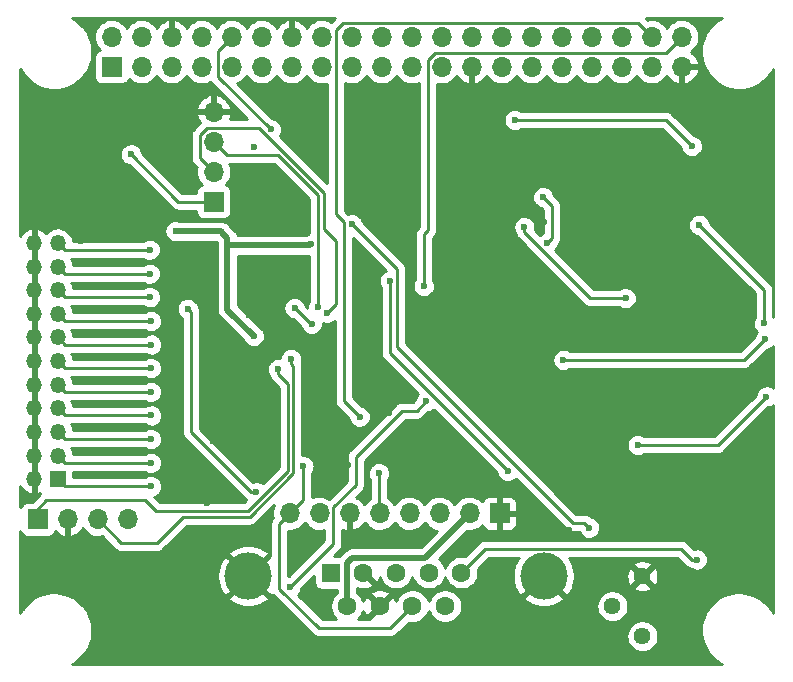
<source format=gbl>
G04 #@! TF.GenerationSoftware,KiCad,Pcbnew,5.99.0-unknown-632494c~88~ubuntu19.10.1*
G04 #@! TF.CreationDate,2020-05-11T14:06:48+02:00*
G04 #@! TF.ProjectId,MMDVM_RPT_Hat,4d4d4456-4d5f-4525-9054-5f4861742e6b,0.3*
G04 #@! TF.SameCoordinates,Original*
G04 #@! TF.FileFunction,Copper,L2,Bot*
G04 #@! TF.FilePolarity,Positive*
%FSLAX46Y46*%
G04 Gerber Fmt 4.6, Leading zero omitted, Abs format (unit mm)*
G04 Created by KiCad (PCBNEW 5.99.0-unknown-632494c~88~ubuntu19.10.1) date 2020-05-11 14:06:48*
%MOMM*%
%LPD*%
G01*
G04 APERTURE LIST*
G04 #@! TA.AperFunction,ComponentPad*
%ADD10O,1.350000X1.350000*%
G04 #@! TD*
G04 #@! TA.AperFunction,ComponentPad*
%ADD11R,1.350000X1.350000*%
G04 #@! TD*
G04 #@! TA.AperFunction,ComponentPad*
%ADD12C,4.000000*%
G04 #@! TD*
G04 #@! TA.AperFunction,ComponentPad*
%ADD13C,1.600000*%
G04 #@! TD*
G04 #@! TA.AperFunction,ComponentPad*
%ADD14R,1.600000X1.600000*%
G04 #@! TD*
G04 #@! TA.AperFunction,ComponentPad*
%ADD15O,1.700000X1.700000*%
G04 #@! TD*
G04 #@! TA.AperFunction,ComponentPad*
%ADD16R,1.700000X1.700000*%
G04 #@! TD*
G04 #@! TA.AperFunction,ComponentPad*
%ADD17C,1.440000*%
G04 #@! TD*
G04 #@! TA.AperFunction,ViaPad*
%ADD18C,0.600000*%
G04 #@! TD*
G04 #@! TA.AperFunction,Conductor*
%ADD19C,0.250000*%
G04 #@! TD*
G04 #@! TA.AperFunction,Conductor*
%ADD20C,0.500000*%
G04 #@! TD*
G04 #@! TA.AperFunction,Conductor*
%ADD21C,0.254000*%
G04 #@! TD*
G04 APERTURE END LIST*
D10*
X21200000Y-89000000D03*
X23200000Y-89000000D03*
X21200000Y-91000000D03*
X23200000Y-91000000D03*
X21200000Y-93000000D03*
X23200000Y-93000000D03*
X21200000Y-95000000D03*
X23200000Y-95000000D03*
X21200000Y-97000000D03*
X23200000Y-97000000D03*
X21200000Y-99000000D03*
X23200000Y-99000000D03*
X21200000Y-101000000D03*
X23200000Y-101000000D03*
X21200000Y-103000000D03*
X23200000Y-103000000D03*
X21200000Y-105000000D03*
X23200000Y-105000000D03*
X21200000Y-107000000D03*
X23200000Y-107000000D03*
X21200000Y-109000000D03*
D11*
X23200000Y-109000000D03*
D12*
X64340000Y-117200000D03*
X39340000Y-117200000D03*
D13*
X55995000Y-119740000D03*
X53225000Y-119740000D03*
X50455000Y-119740000D03*
X47685000Y-119740000D03*
X57380000Y-116900000D03*
X54610000Y-116900000D03*
X51840000Y-116900000D03*
X49070000Y-116900000D03*
D14*
X46300000Y-116900000D03*
D15*
X76030000Y-71530000D03*
X76030000Y-74070000D03*
X73490000Y-71530000D03*
X73490000Y-74070000D03*
X70950000Y-71530000D03*
X70950000Y-74070000D03*
X68410000Y-71530000D03*
X68410000Y-74070000D03*
X65870000Y-71530000D03*
X65870000Y-74070000D03*
X63330000Y-71530000D03*
X63330000Y-74070000D03*
X60790000Y-71530000D03*
X60790000Y-74070000D03*
X58250000Y-71530000D03*
X58250000Y-74070000D03*
X55710000Y-71530000D03*
X55710000Y-74070000D03*
X53170000Y-71530000D03*
X53170000Y-74070000D03*
X50630000Y-71530000D03*
X50630000Y-74070000D03*
X48090000Y-71530000D03*
X48090000Y-74070000D03*
X45550000Y-71530000D03*
X45550000Y-74070000D03*
X43010000Y-71530000D03*
X43010000Y-74070000D03*
X40470000Y-71530000D03*
X40470000Y-74070000D03*
X37930000Y-71530000D03*
X37930000Y-74070000D03*
X35390000Y-71530000D03*
X35390000Y-74070000D03*
X32850000Y-71530000D03*
X32850000Y-74070000D03*
X30310000Y-71530000D03*
X30310000Y-74070000D03*
X27770000Y-71530000D03*
D16*
X27770000Y-74070000D03*
X36400000Y-85500000D03*
D15*
X36400000Y-82960000D03*
X36400000Y-80420000D03*
X36400000Y-77880000D03*
X29120000Y-112400000D03*
X26580000Y-112400000D03*
X24040000Y-112400000D03*
D16*
X21500000Y-112400000D03*
D17*
X72700000Y-117210000D03*
X70160000Y-119750000D03*
X72700000Y-122290000D03*
D15*
X42820000Y-111900000D03*
X45360000Y-111900000D03*
X47900000Y-111900000D03*
X50440000Y-111900000D03*
X52980000Y-111900000D03*
X55520000Y-111900000D03*
X58060000Y-111900000D03*
D16*
X60600000Y-111900000D03*
D18*
X51800000Y-109200000D03*
X40000000Y-110100000D03*
X39800000Y-96875000D03*
X31100000Y-109600000D03*
X26200000Y-108600000D03*
X48765533Y-103706893D03*
X46400000Y-98900000D03*
X63300000Y-90300000D03*
X63400000Y-100700000D03*
X64900000Y-102500000D03*
X60500000Y-102900000D03*
X58400000Y-100700000D03*
X44900000Y-119100000D03*
X53200000Y-97700000D03*
X35800000Y-111000000D03*
X66100000Y-89700000D03*
X66100000Y-100700000D03*
X55000000Y-104500000D03*
X43100000Y-115900000D03*
X55200000Y-108900000D03*
X40600000Y-105400000D03*
X47800000Y-107800000D03*
X58300000Y-98300000D03*
X52900000Y-86100000D03*
X74700000Y-82500000D03*
X65800000Y-96000000D03*
X26200000Y-106600000D03*
X20800000Y-118400000D03*
X26200000Y-124100000D03*
X34600000Y-117100000D03*
X57000000Y-114800000D03*
X66500000Y-113300000D03*
X70000000Y-109800000D03*
X80800000Y-117200000D03*
X77200000Y-110600000D03*
X75300000Y-94300000D03*
X81900000Y-94300000D03*
X71300000Y-89800000D03*
X66400000Y-82500000D03*
X60300000Y-82800000D03*
X66400000Y-77400000D03*
X49000000Y-83900000D03*
X39900000Y-86800000D03*
X29800000Y-76100000D03*
X29900000Y-85100000D03*
X24400000Y-85100000D03*
X35400000Y-90300000D03*
X36300000Y-105800000D03*
X39400000Y-95100000D03*
X74675000Y-96350000D03*
X80800000Y-110750000D03*
X74050000Y-112000000D03*
X81750000Y-104900000D03*
X30050000Y-79700000D03*
X24375000Y-82225000D03*
X25200000Y-88800000D03*
X20600000Y-76175000D03*
X83050000Y-98750000D03*
X51200000Y-103400000D03*
X64400000Y-87250000D03*
X44200000Y-91700000D03*
X39800000Y-80900000D03*
X40400000Y-76200000D03*
X74700000Y-85900000D03*
X58800000Y-92000000D03*
X58600000Y-88400000D03*
X78000000Y-124200000D03*
X78800000Y-82200000D03*
X29400000Y-81500000D03*
X83200000Y-102000000D03*
X72300000Y-106100000D03*
X44600000Y-89125002D03*
X33175000Y-88000000D03*
X77500000Y-87450000D03*
X83000000Y-95800000D03*
X54200000Y-92650000D03*
X62700000Y-87650000D03*
X71275000Y-93675000D03*
X83100000Y-97100000D03*
X66000000Y-98900000D03*
X42900000Y-118100000D03*
X54400000Y-102400000D03*
X64300000Y-85125000D03*
X64600000Y-89025001D03*
X31000000Y-89575000D03*
X31000000Y-91600000D03*
X31000000Y-93600000D03*
X31100000Y-95600000D03*
X31100000Y-105600000D03*
X31100000Y-103600000D03*
X31100000Y-101600000D03*
X31100000Y-99600000D03*
X31100000Y-97600000D03*
X77300000Y-115800000D03*
X50400000Y-108500000D03*
X41222648Y-79377352D03*
X46000000Y-94900000D03*
X45250000Y-94400000D03*
X34207640Y-94567970D03*
X42950000Y-98800000D03*
X43250000Y-94500000D03*
X44700000Y-95850000D03*
X41850000Y-99650000D03*
X51300000Y-92200000D03*
X61300000Y-108300000D03*
X61900000Y-78600000D03*
X76900000Y-80800000D03*
X48100000Y-87400001D03*
X68200000Y-113100000D03*
X31100000Y-107600000D03*
X44000000Y-107900000D03*
D19*
X34500000Y-101900000D02*
X34500000Y-94860330D01*
X40000000Y-110100000D02*
X39575736Y-110100000D01*
X39575736Y-110100000D02*
X34500000Y-105024264D01*
X34500000Y-105024264D02*
X34500000Y-101900000D01*
X31525001Y-111725001D02*
X30600000Y-110800000D01*
X30600000Y-110800000D02*
X22200000Y-110800000D01*
X34199999Y-111725001D02*
X31525001Y-111725001D01*
X22200000Y-110800000D02*
X21500000Y-111500000D01*
X21500000Y-111500000D02*
X21500000Y-112400000D01*
X33975011Y-112175011D02*
X33824989Y-112175011D01*
X33824989Y-112175011D02*
X31600000Y-114400000D01*
X31600000Y-114400000D02*
X28580000Y-114400000D01*
X28580000Y-114400000D02*
X26580000Y-112400000D01*
D20*
X37561824Y-94636824D02*
X39800000Y-96875000D01*
X37561824Y-92371824D02*
X37561824Y-94636824D01*
D19*
X23200000Y-109000000D02*
X23800000Y-109600000D01*
X23800000Y-109600000D02*
X31100000Y-109600000D01*
X31100000Y-107600000D02*
X23800000Y-107600000D01*
X23800000Y-107600000D02*
X23200000Y-107000000D01*
X31100000Y-105600000D02*
X23800000Y-105600000D01*
X23800000Y-105600000D02*
X23200000Y-105000000D01*
X31100000Y-103600000D02*
X23800000Y-103600000D01*
X23800000Y-103600000D02*
X23200000Y-103000000D01*
X31100000Y-101600000D02*
X23800000Y-101600000D01*
X23800000Y-101600000D02*
X23200000Y-101000000D01*
X31100000Y-99600000D02*
X23800000Y-99600000D01*
X23800000Y-99600000D02*
X23200000Y-99000000D01*
X31100000Y-97600000D02*
X23800000Y-97600000D01*
X23800000Y-97600000D02*
X23200000Y-97000000D01*
X31100000Y-95600000D02*
X23800000Y-95600000D01*
X23800000Y-95600000D02*
X23200000Y-95000000D01*
X31000000Y-93600000D02*
X23800000Y-93600000D01*
X23800000Y-93600000D02*
X23200000Y-93000000D01*
X31000000Y-91600000D02*
X23800000Y-91600000D01*
X23800000Y-91600000D02*
X23200000Y-91000000D01*
X31000000Y-89575000D02*
X23775000Y-89575000D01*
X23775000Y-89575000D02*
X23200000Y-89000000D01*
X47400000Y-102341360D02*
X48765533Y-103706893D01*
X47400000Y-87249998D02*
X47400000Y-102341360D01*
X72314999Y-70354999D02*
X47345001Y-70354999D01*
X73490000Y-71530000D02*
X72314999Y-70354999D01*
X47345001Y-70354999D02*
X46725001Y-70974999D01*
X46725001Y-70974999D02*
X46725001Y-86574999D01*
X46725001Y-86574999D02*
X47400000Y-87249998D01*
X33400000Y-85500000D02*
X29400000Y-81500000D01*
X36400000Y-85500000D02*
X33400000Y-85500000D01*
X72300000Y-106100000D02*
X79100000Y-106100000D01*
X79100000Y-106100000D02*
X83200000Y-102000000D01*
D20*
X44525002Y-89200000D02*
X44600000Y-89125002D01*
X37561824Y-89200000D02*
X44525002Y-89200000D01*
X37561824Y-89200000D02*
X37561824Y-88561824D01*
X37561824Y-92371824D02*
X37561824Y-89200000D01*
X37000000Y-88000000D02*
X37200000Y-88200000D01*
X33175000Y-88000000D02*
X37000000Y-88000000D01*
X37200000Y-88200000D02*
X37561824Y-88561824D01*
D19*
X83000000Y-92950000D02*
X83000000Y-95200000D01*
X77500000Y-87450000D02*
X83000000Y-92950000D01*
X83000000Y-95200000D02*
X83000000Y-95800000D01*
X54534999Y-87934999D02*
X54200000Y-88269998D01*
X54200000Y-88269998D02*
X54200000Y-92650000D01*
X74665001Y-72894999D02*
X55145999Y-72894999D01*
X76030000Y-71530000D02*
X74665001Y-72894999D01*
X55145999Y-72894999D02*
X54534999Y-73505999D01*
X54534999Y-73505999D02*
X54534999Y-87934999D01*
X62700000Y-87650000D02*
X62700000Y-88074264D01*
X62700000Y-88074264D02*
X68300736Y-93675000D01*
X68300736Y-93675000D02*
X70850736Y-93675000D01*
X70850736Y-93675000D02*
X71275000Y-93675000D01*
X81300000Y-98900000D02*
X83100000Y-97100000D01*
X66000000Y-98900000D02*
X81300000Y-98900000D01*
X53610998Y-103200000D02*
X52325002Y-103200000D01*
X52325002Y-103200000D02*
X48425001Y-107100001D01*
X48425001Y-107100001D02*
X48425001Y-109474999D01*
X48425001Y-109474999D02*
X46535001Y-111364999D01*
X46535001Y-111364999D02*
X46535001Y-114464999D01*
X46535001Y-114464999D02*
X43900000Y-117100000D01*
X43900000Y-117100000D02*
X42900000Y-118100000D01*
X53610998Y-103189002D02*
X54400000Y-102400000D01*
X53610998Y-103200000D02*
X53610998Y-103189002D01*
X64600000Y-89025001D02*
X65025001Y-88600000D01*
X65025001Y-88600000D02*
X65025001Y-85850001D01*
X65025001Y-85850001D02*
X64300000Y-85125000D01*
X30975000Y-89600000D02*
X31000000Y-89575000D01*
D20*
X47685000Y-116115000D02*
X48150001Y-115649999D01*
X47685000Y-119740000D02*
X47685000Y-116115000D01*
X48150001Y-115649999D02*
X54310001Y-115649999D01*
X54310001Y-115649999D02*
X58060000Y-111900000D01*
D19*
X77300000Y-115800000D02*
X76875736Y-115800000D01*
X76875736Y-115800000D02*
X75950735Y-114874999D01*
X75950735Y-114874999D02*
X59405001Y-114874999D01*
X59405001Y-114874999D02*
X57380000Y-116900000D01*
X50400000Y-108500000D02*
X50400000Y-111860000D01*
X50400000Y-111860000D02*
X50440000Y-111900000D01*
X36754999Y-72705001D02*
X36754999Y-74909703D01*
X37930000Y-71530000D02*
X36754999Y-72705001D01*
X36754999Y-74909703D02*
X41222648Y-79377352D01*
X45700010Y-84738598D02*
X45700010Y-87775008D01*
X35835999Y-79244999D02*
X40206411Y-79244999D01*
X40206411Y-79244999D02*
X45700010Y-84738598D01*
X35224999Y-79855999D02*
X35835999Y-79244999D01*
X36400000Y-82960000D02*
X35224999Y-81784999D01*
X35224999Y-81784999D02*
X35224999Y-79855999D01*
X45700010Y-87775008D02*
X46725001Y-88799999D01*
X46725001Y-88799999D02*
X46725001Y-94174999D01*
X46725001Y-94174999D02*
X46000000Y-94900000D01*
X45250000Y-94400000D02*
X45250000Y-84924998D01*
X45250000Y-84924998D02*
X41850003Y-81525001D01*
X41850003Y-81525001D02*
X37505001Y-81525001D01*
X37505001Y-81525001D02*
X37249999Y-81269999D01*
X37249999Y-81269999D02*
X36400000Y-80420000D01*
X34500000Y-94860330D02*
X34207640Y-94567970D01*
X43150010Y-108486400D02*
X39461399Y-112175011D01*
X39461399Y-112175011D02*
X33975011Y-112175011D01*
X43150010Y-108486400D02*
X43150010Y-99424274D01*
X43150010Y-99424274D02*
X42950000Y-99224264D01*
X42950000Y-99224264D02*
X42950000Y-98800000D01*
X34199999Y-111725001D02*
X39274999Y-111725001D01*
X39274999Y-111725001D02*
X42700000Y-108300000D01*
X42700000Y-100924264D02*
X42700000Y-108300000D01*
X41850000Y-99650000D02*
X41850000Y-100074264D01*
X41850000Y-100074264D02*
X42700000Y-100924264D01*
X44600000Y-95850000D02*
X43250000Y-94500000D01*
X44700000Y-95850000D02*
X44600000Y-95850000D01*
X51300000Y-98300000D02*
X51300000Y-92200000D01*
X61300000Y-108300000D02*
X51300000Y-98300000D01*
X61900000Y-78600000D02*
X74700000Y-78600000D01*
X74700000Y-78600000D02*
X76900000Y-80800000D01*
X51925001Y-91225002D02*
X51925001Y-97799999D01*
X48100000Y-87400001D02*
X51925001Y-91225002D01*
X51925001Y-97799999D02*
X66800001Y-112674999D01*
X66800001Y-112674999D02*
X67774999Y-112674999D01*
X67774999Y-112674999D02*
X68200000Y-113100000D01*
X53225000Y-119740000D02*
X51365000Y-121600000D01*
X51365000Y-121600000D02*
X45300000Y-121600000D01*
X45300000Y-121600000D02*
X41970001Y-118270001D01*
X41970001Y-118270001D02*
X41970001Y-112749999D01*
X41970001Y-112749999D02*
X42820000Y-111900000D01*
X44000000Y-107900000D02*
X44000000Y-110720000D01*
X44000000Y-110720000D02*
X42820000Y-111900000D01*
G36*
X79275362Y-70007091D02*
G01*
X79269187Y-70010693D01*
X78969639Y-70208959D01*
X78963911Y-70213237D01*
X78688734Y-70444138D01*
X78683526Y-70449036D01*
X78436256Y-70709604D01*
X78431637Y-70715061D01*
X78215455Y-71001945D01*
X78211483Y-71007889D01*
X78029166Y-71317402D01*
X78025892Y-71323758D01*
X77879784Y-71651921D01*
X77877252Y-71658606D01*
X77769233Y-72001198D01*
X77767473Y-72008127D01*
X77698931Y-72360746D01*
X77697967Y-72367830D01*
X77669783Y-72725941D01*
X77669627Y-72733088D01*
X77682164Y-73092088D01*
X77682818Y-73099207D01*
X77735913Y-73454480D01*
X77737369Y-73461479D01*
X77830341Y-73808458D01*
X77832580Y-73815247D01*
X77964234Y-74149470D01*
X77967228Y-74155962D01*
X78135871Y-74473134D01*
X78139579Y-74479245D01*
X78343043Y-74775287D01*
X78347420Y-74780940D01*
X78583089Y-75052045D01*
X78588077Y-75057166D01*
X78852920Y-75299851D01*
X78858456Y-75304374D01*
X79149071Y-75515517D01*
X79155084Y-75519385D01*
X79467731Y-75696272D01*
X79474142Y-75699434D01*
X79804805Y-75839792D01*
X79811534Y-75842208D01*
X80155959Y-75944232D01*
X80162918Y-75945870D01*
X80516680Y-76008248D01*
X80523779Y-76009088D01*
X80882328Y-76031017D01*
X80889476Y-76031048D01*
X81248203Y-76012249D01*
X81255310Y-76011471D01*
X81609602Y-75952182D01*
X81616574Y-75950604D01*
X81961877Y-75851591D01*
X81968627Y-75849234D01*
X82300501Y-75711767D01*
X82306940Y-75708661D01*
X82621119Y-75534508D01*
X82627166Y-75530693D01*
X82919611Y-75322094D01*
X82925186Y-75317619D01*
X83192138Y-75077256D01*
X83197171Y-75072178D01*
X83435196Y-74803139D01*
X83439622Y-74797525D01*
X83645661Y-74503271D01*
X83649423Y-74497191D01*
X83766000Y-74282484D01*
X83766000Y-95257863D01*
X83761000Y-95249607D01*
X83761000Y-92894821D01*
X83760999Y-92894809D01*
X83760999Y-92839510D01*
X83757897Y-92819922D01*
X83742264Y-92771808D01*
X83734347Y-92721823D01*
X83728218Y-92702962D01*
X83705248Y-92657879D01*
X83689611Y-92609755D01*
X83680607Y-92592084D01*
X83650863Y-92551145D01*
X83627893Y-92506064D01*
X83616235Y-92490019D01*
X83578916Y-92452701D01*
X83578909Y-92452692D01*
X78431425Y-87305211D01*
X78369419Y-87083129D01*
X78362596Y-87067362D01*
X78238732Y-86862839D01*
X78227921Y-86849488D01*
X78053620Y-86685809D01*
X78039616Y-86675857D01*
X77827720Y-86565081D01*
X77811556Y-86559261D01*
X77577676Y-86509548D01*
X77560542Y-86508290D01*
X77321907Y-86523304D01*
X77305067Y-86526700D01*
X77079262Y-86605333D01*
X77063955Y-86613133D01*
X76867613Y-86749593D01*
X76854967Y-86761222D01*
X76702555Y-86945456D01*
X76693502Y-86960057D01*
X76596248Y-87178491D01*
X76591455Y-87194989D01*
X76556527Y-87431529D01*
X76556347Y-87448708D01*
X76586315Y-87685928D01*
X76590761Y-87702522D01*
X76683418Y-87922945D01*
X76692163Y-87937733D01*
X76840683Y-88125118D01*
X76853083Y-88137009D01*
X77046523Y-88277552D01*
X77061664Y-88285670D01*
X77285774Y-88369016D01*
X77302540Y-88372763D01*
X77350584Y-88376798D01*
X82239000Y-93265216D01*
X82239001Y-95144810D01*
X82239000Y-95144822D01*
X82239000Y-95251401D01*
X82202555Y-95295456D01*
X82193502Y-95310057D01*
X82096248Y-95528491D01*
X82091455Y-95544989D01*
X82056527Y-95781529D01*
X82056347Y-95798708D01*
X82086315Y-96035928D01*
X82090761Y-96052522D01*
X82183418Y-96272945D01*
X82192163Y-96287733D01*
X82340683Y-96475118D01*
X82353083Y-96487009D01*
X82377559Y-96504792D01*
X82302555Y-96595456D01*
X82293502Y-96610057D01*
X82196249Y-96828491D01*
X82191456Y-96844989D01*
X82176325Y-96947459D01*
X80984785Y-98139000D01*
X66557019Y-98139000D01*
X66553621Y-98135809D01*
X66539617Y-98125857D01*
X66327720Y-98015081D01*
X66311556Y-98009261D01*
X66077676Y-97959548D01*
X66060542Y-97958290D01*
X65821907Y-97973304D01*
X65805067Y-97976700D01*
X65579262Y-98055333D01*
X65563955Y-98063133D01*
X65367613Y-98199593D01*
X65354967Y-98211222D01*
X65202555Y-98395456D01*
X65193502Y-98410057D01*
X65096248Y-98628491D01*
X65091455Y-98644989D01*
X65056527Y-98881529D01*
X65056347Y-98898708D01*
X65086315Y-99135928D01*
X65090761Y-99152522D01*
X65183418Y-99372945D01*
X65192163Y-99387733D01*
X65340683Y-99575118D01*
X65353083Y-99587009D01*
X65546523Y-99727552D01*
X65561664Y-99735670D01*
X65785774Y-99819016D01*
X65802540Y-99822763D01*
X66040807Y-99842771D01*
X66057963Y-99841872D01*
X66292833Y-99797069D01*
X66309116Y-99791589D01*
X66523286Y-99685273D01*
X66537495Y-99675617D01*
X66553729Y-99661000D01*
X81355179Y-99661000D01*
X81355191Y-99660999D01*
X81410489Y-99660999D01*
X81430078Y-99657897D01*
X81478193Y-99642263D01*
X81528176Y-99634347D01*
X81547039Y-99628218D01*
X81592126Y-99605245D01*
X81640244Y-99589611D01*
X81657916Y-99580606D01*
X81698847Y-99550867D01*
X81743934Y-99527894D01*
X81759980Y-99516236D01*
X81916407Y-99359809D01*
X81916410Y-99359805D01*
X83252350Y-98023867D01*
X83392834Y-97997069D01*
X83409116Y-97991589D01*
X83623286Y-97885273D01*
X83637495Y-97875617D01*
X83766000Y-97759911D01*
X83766001Y-101247435D01*
X83753620Y-101235809D01*
X83739616Y-101225857D01*
X83527720Y-101115081D01*
X83511556Y-101109261D01*
X83277676Y-101059548D01*
X83260542Y-101058290D01*
X83021907Y-101073304D01*
X83005067Y-101076700D01*
X82779262Y-101155333D01*
X82763955Y-101163133D01*
X82567613Y-101299593D01*
X82554967Y-101311222D01*
X82402555Y-101495456D01*
X82393502Y-101510057D01*
X82296249Y-101728491D01*
X82291456Y-101744989D01*
X82276324Y-101847460D01*
X78784786Y-105339000D01*
X72857019Y-105339000D01*
X72853621Y-105335809D01*
X72839617Y-105325857D01*
X72627720Y-105215081D01*
X72611556Y-105209261D01*
X72377676Y-105159548D01*
X72360542Y-105158290D01*
X72121907Y-105173304D01*
X72105067Y-105176700D01*
X71879262Y-105255333D01*
X71863955Y-105263133D01*
X71667613Y-105399593D01*
X71654967Y-105411222D01*
X71502555Y-105595456D01*
X71493502Y-105610057D01*
X71396248Y-105828491D01*
X71391455Y-105844989D01*
X71356527Y-106081529D01*
X71356347Y-106098708D01*
X71386315Y-106335928D01*
X71390761Y-106352522D01*
X71483418Y-106572945D01*
X71492163Y-106587733D01*
X71640683Y-106775118D01*
X71653083Y-106787009D01*
X71846523Y-106927552D01*
X71861664Y-106935670D01*
X72085774Y-107019016D01*
X72102540Y-107022763D01*
X72340807Y-107042771D01*
X72357963Y-107041872D01*
X72592833Y-106997069D01*
X72609116Y-106991589D01*
X72823286Y-106885273D01*
X72837495Y-106875617D01*
X72853729Y-106861000D01*
X79155179Y-106861000D01*
X79155191Y-106860999D01*
X79210489Y-106860999D01*
X79230078Y-106857897D01*
X79278193Y-106842263D01*
X79328176Y-106834347D01*
X79347039Y-106828218D01*
X79392126Y-106805245D01*
X79440244Y-106789611D01*
X79457916Y-106780606D01*
X79498847Y-106750867D01*
X79543934Y-106727894D01*
X79559980Y-106716236D01*
X79716407Y-106559809D01*
X79716412Y-106559802D01*
X83352349Y-102923867D01*
X83492834Y-102897069D01*
X83509116Y-102891589D01*
X83723286Y-102785273D01*
X83737495Y-102775617D01*
X83766001Y-102749950D01*
X83766001Y-120316953D01*
X83720837Y-120224353D01*
X83717344Y-120218115D01*
X83524336Y-119915153D01*
X83520159Y-119909351D01*
X83294096Y-119630186D01*
X83289289Y-119624894D01*
X83033076Y-119373114D01*
X83027701Y-119368400D01*
X82744632Y-119147244D01*
X82738759Y-119143169D01*
X82432475Y-118955478D01*
X82426178Y-118952094D01*
X82100615Y-118800282D01*
X82093975Y-118797632D01*
X81753320Y-118683651D01*
X81746422Y-118681771D01*
X81395054Y-118607084D01*
X81387988Y-118605997D01*
X81030422Y-118571567D01*
X81023279Y-118571287D01*
X80664115Y-118577556D01*
X80656985Y-118578085D01*
X80300841Y-118624974D01*
X80293817Y-118626307D01*
X79945269Y-118713209D01*
X79938441Y-118715329D01*
X79601972Y-118841130D01*
X79595428Y-118844009D01*
X79275362Y-119007091D01*
X79269187Y-119010693D01*
X78969639Y-119208959D01*
X78963911Y-119213237D01*
X78688734Y-119444138D01*
X78683526Y-119449036D01*
X78436256Y-119709604D01*
X78431637Y-119715061D01*
X78215455Y-120001945D01*
X78211483Y-120007889D01*
X78029166Y-120317402D01*
X78025892Y-120323758D01*
X77879784Y-120651921D01*
X77877252Y-120658606D01*
X77769233Y-121001198D01*
X77767473Y-121008127D01*
X77698931Y-121360746D01*
X77697967Y-121367830D01*
X77669783Y-121725941D01*
X77669627Y-121733088D01*
X77682164Y-122092088D01*
X77682818Y-122099207D01*
X77735913Y-122454480D01*
X77737369Y-122461479D01*
X77830341Y-122808458D01*
X77832580Y-122815247D01*
X77964234Y-123149470D01*
X77967228Y-123155962D01*
X78135871Y-123473134D01*
X78139579Y-123479245D01*
X78343043Y-123775287D01*
X78347420Y-123780940D01*
X78583089Y-124052045D01*
X78588077Y-124057166D01*
X78852920Y-124299851D01*
X78858456Y-124304374D01*
X79149071Y-124515517D01*
X79155084Y-124519385D01*
X79414225Y-124666000D01*
X24383902Y-124666000D01*
X24621119Y-124534508D01*
X24627166Y-124530693D01*
X24919611Y-124322094D01*
X24925186Y-124317619D01*
X25192138Y-124077256D01*
X25197171Y-124072178D01*
X25435196Y-123803139D01*
X25439622Y-123797525D01*
X25645661Y-123503271D01*
X25649423Y-123497191D01*
X25820828Y-123181504D01*
X25823877Y-123175038D01*
X25958443Y-122841976D01*
X25960741Y-122835206D01*
X26056738Y-122489052D01*
X26058255Y-122482066D01*
X26114557Y-122126591D01*
X26115318Y-122118100D01*
X26126133Y-121622452D01*
X26125743Y-121613936D01*
X26085000Y-121256344D01*
X26083790Y-121249298D01*
X26002982Y-120899286D01*
X26000982Y-120892423D01*
X25881073Y-120553809D01*
X25878308Y-120547216D01*
X25720837Y-120224353D01*
X25717344Y-120218115D01*
X25524336Y-119915153D01*
X25520159Y-119909351D01*
X25294096Y-119630186D01*
X25289289Y-119624894D01*
X25033076Y-119373114D01*
X25027701Y-119368400D01*
X24744632Y-119147244D01*
X24738759Y-119143169D01*
X24658931Y-119094250D01*
X37626770Y-119094250D01*
X37632018Y-119205535D01*
X37785656Y-119332635D01*
X37792063Y-119337290D01*
X38065202Y-119510629D01*
X38072142Y-119514444D01*
X38364853Y-119652183D01*
X38372216Y-119655098D01*
X38679883Y-119755066D01*
X38687553Y-119757035D01*
X39005322Y-119817653D01*
X39013180Y-119818646D01*
X39336040Y-119838958D01*
X39343960Y-119838958D01*
X39666820Y-119818646D01*
X39674678Y-119817653D01*
X39992447Y-119757035D01*
X40000117Y-119755066D01*
X40307784Y-119655098D01*
X40315147Y-119652183D01*
X40607858Y-119514444D01*
X40614798Y-119510629D01*
X40887937Y-119337290D01*
X40894344Y-119332635D01*
X41047982Y-119205535D01*
X41053230Y-119094250D01*
X39392191Y-117433210D01*
X39287809Y-117433210D01*
X37626770Y-119094250D01*
X24658931Y-119094250D01*
X24432475Y-118955478D01*
X24426178Y-118952094D01*
X24100615Y-118800282D01*
X24093975Y-118797632D01*
X23753320Y-118683651D01*
X23746422Y-118681771D01*
X23395054Y-118607084D01*
X23387988Y-118605997D01*
X23030422Y-118571567D01*
X23023279Y-118571287D01*
X22664115Y-118577556D01*
X22656985Y-118578085D01*
X22300841Y-118624974D01*
X22293817Y-118626307D01*
X21945269Y-118713209D01*
X21938441Y-118715329D01*
X21601972Y-118841130D01*
X21595428Y-118844009D01*
X21275362Y-119007091D01*
X21269187Y-119010693D01*
X20969639Y-119208959D01*
X20963911Y-119213237D01*
X20688734Y-119444138D01*
X20683526Y-119449036D01*
X20436256Y-119709604D01*
X20431637Y-119715061D01*
X20215455Y-120001945D01*
X20211483Y-120007889D01*
X20034000Y-120309195D01*
X20034000Y-117038250D01*
X36706001Y-117038250D01*
X36706001Y-117361750D01*
X36706498Y-117369653D01*
X36747043Y-117690601D01*
X36748527Y-117698381D01*
X36828978Y-118011717D01*
X36831426Y-118019249D01*
X36950514Y-118320030D01*
X36953886Y-118327196D01*
X37109732Y-118610681D01*
X37113975Y-118617367D01*
X37325518Y-118908531D01*
X37441334Y-118917646D01*
X39106790Y-117252191D01*
X39106790Y-117147809D01*
X37441334Y-115482354D01*
X37325518Y-115491469D01*
X37113975Y-115782633D01*
X37109732Y-115789319D01*
X36953886Y-116072804D01*
X36950514Y-116079970D01*
X36831426Y-116380751D01*
X36828978Y-116388283D01*
X36748527Y-116701619D01*
X36747043Y-116709399D01*
X36706498Y-117030347D01*
X36706001Y-117038250D01*
X20034000Y-117038250D01*
X20034000Y-115305750D01*
X37626770Y-115305750D01*
X39287809Y-116966790D01*
X39392191Y-116966790D01*
X41053230Y-115305750D01*
X41047982Y-115194465D01*
X40894344Y-115067365D01*
X40887937Y-115062710D01*
X40614798Y-114889371D01*
X40607858Y-114885556D01*
X40315147Y-114747817D01*
X40307784Y-114744902D01*
X40000117Y-114644934D01*
X39992447Y-114642965D01*
X39674678Y-114582347D01*
X39666820Y-114581354D01*
X39343960Y-114561042D01*
X39336040Y-114561042D01*
X39013180Y-114581354D01*
X39005322Y-114582347D01*
X38687553Y-114642965D01*
X38679883Y-114644934D01*
X38372216Y-114744902D01*
X38364853Y-114747817D01*
X38072142Y-114885556D01*
X38065202Y-114889371D01*
X37792063Y-115062710D01*
X37785656Y-115067365D01*
X37632018Y-115194465D01*
X37626770Y-115305750D01*
X20034000Y-115305750D01*
X20034000Y-113363013D01*
X20085137Y-113553859D01*
X20097880Y-113578339D01*
X20228990Y-113734590D01*
X20245879Y-113748761D01*
X20420120Y-113849359D01*
X20440837Y-113856900D01*
X20633538Y-113890878D01*
X20644499Y-113891837D01*
X22358258Y-113891837D01*
X22374634Y-113889681D01*
X22653859Y-113814863D01*
X22678339Y-113802120D01*
X22834590Y-113671010D01*
X22848761Y-113654121D01*
X22949359Y-113479880D01*
X22956900Y-113459163D01*
X22963525Y-113421593D01*
X23038798Y-113502032D01*
X23046722Y-113509180D01*
X23238792Y-113654968D01*
X23247808Y-113660679D01*
X23461696Y-113772021D01*
X23471545Y-113776131D01*
X23701134Y-113849845D01*
X23711535Y-113852236D01*
X23825162Y-113868407D01*
X23912000Y-113793052D01*
X23912001Y-112272000D01*
X24168000Y-112272001D01*
X24167999Y-113793748D01*
X24260217Y-113869362D01*
X24449019Y-113831636D01*
X24459270Y-113828667D01*
X24684387Y-113742253D01*
X24693991Y-113737600D01*
X24901330Y-113614491D01*
X24910012Y-113608286D01*
X25093645Y-113452004D01*
X25101158Y-113444424D01*
X25255833Y-113259435D01*
X25261962Y-113250698D01*
X25309486Y-113169043D01*
X25407430Y-113317584D01*
X25414038Y-113325965D01*
X25578798Y-113502032D01*
X25586722Y-113509180D01*
X25778792Y-113654968D01*
X25787808Y-113660679D01*
X26001696Y-113772021D01*
X26011545Y-113776131D01*
X26241134Y-113849844D01*
X26251535Y-113852236D01*
X26490262Y-113886212D01*
X26500917Y-113886817D01*
X26741956Y-113880084D01*
X26752561Y-113878885D01*
X26944348Y-113840562D01*
X27970776Y-114866991D01*
X28120020Y-115016236D01*
X28136066Y-115027894D01*
X28181149Y-115050865D01*
X28222083Y-115080605D01*
X28239754Y-115089610D01*
X28287873Y-115105245D01*
X28332961Y-115128218D01*
X28351823Y-115134346D01*
X28401805Y-115142263D01*
X28449920Y-115157897D01*
X28469509Y-115160999D01*
X28524809Y-115160999D01*
X28524821Y-115161000D01*
X31655179Y-115161000D01*
X31655191Y-115160999D01*
X31710489Y-115160999D01*
X31730078Y-115157897D01*
X31778193Y-115142263D01*
X31828176Y-115134347D01*
X31847039Y-115128218D01*
X31892126Y-115105245D01*
X31940244Y-115089611D01*
X31957916Y-115080606D01*
X31998847Y-115050867D01*
X32043934Y-115027894D01*
X32059980Y-115016236D01*
X32216407Y-114859809D01*
X32216412Y-114859802D01*
X34140205Y-112936011D01*
X39516578Y-112936011D01*
X39516590Y-112936010D01*
X39571888Y-112936010D01*
X39591477Y-112932908D01*
X39639592Y-112917274D01*
X39689575Y-112909358D01*
X39708438Y-112903229D01*
X39753525Y-112880256D01*
X39801643Y-112864622D01*
X39819315Y-112855617D01*
X39860246Y-112825878D01*
X39905333Y-112802905D01*
X39921379Y-112791247D01*
X40077806Y-112634820D01*
X40077811Y-112634813D01*
X41505238Y-111207386D01*
X41422260Y-111386968D01*
X41418618Y-111397000D01*
X41355802Y-111629807D01*
X41353903Y-111640309D01*
X41331211Y-111880372D01*
X41331109Y-111891043D01*
X41349188Y-112131497D01*
X41350885Y-112142034D01*
X41380994Y-112262792D01*
X41353766Y-112290019D01*
X41342109Y-112306064D01*
X41319139Y-112351143D01*
X41289394Y-112392084D01*
X41280390Y-112409756D01*
X41264754Y-112457881D01*
X41241784Y-112502959D01*
X41235655Y-112521822D01*
X41227740Y-112571800D01*
X41212104Y-112619921D01*
X41209002Y-112639510D01*
X41209002Y-112700025D01*
X41209001Y-115512019D01*
X39573210Y-117147809D01*
X39573210Y-117252191D01*
X41238666Y-118917646D01*
X41354481Y-118908531D01*
X41429315Y-118805531D01*
X41510191Y-118886407D01*
X41510198Y-118886412D01*
X44690776Y-122066991D01*
X44840021Y-122216237D01*
X44856066Y-122227894D01*
X44901144Y-122250862D01*
X44942082Y-122280606D01*
X44959754Y-122289610D01*
X45007879Y-122305247D01*
X45052962Y-122328218D01*
X45071823Y-122334347D01*
X45121808Y-122342264D01*
X45169922Y-122357897D01*
X45189510Y-122360999D01*
X45244809Y-122360999D01*
X45244821Y-122361000D01*
X51420179Y-122361000D01*
X51420191Y-122360999D01*
X51475489Y-122360999D01*
X51495078Y-122357897D01*
X51543193Y-122342263D01*
X51593176Y-122334347D01*
X51612039Y-122328218D01*
X51657126Y-122305245D01*
X51705244Y-122289611D01*
X51722916Y-122280606D01*
X51751227Y-122260036D01*
X71341356Y-122260036D01*
X71355825Y-122490011D01*
X71357523Y-122501105D01*
X71412488Y-122724883D01*
X71416123Y-122735500D01*
X71509847Y-122946009D01*
X71515305Y-122955816D01*
X71644826Y-123146399D01*
X71651934Y-123155084D01*
X71813158Y-123319719D01*
X71821691Y-123327007D01*
X72009520Y-123460492D01*
X72019211Y-123466154D01*
X72227709Y-123564266D01*
X72238249Y-123568122D01*
X72460827Y-123627762D01*
X72471883Y-123629692D01*
X72701504Y-123648974D01*
X72712727Y-123648915D01*
X72942134Y-123627230D01*
X72953169Y-123625185D01*
X73175110Y-123563217D01*
X73185608Y-123559250D01*
X73393068Y-123458960D01*
X73402698Y-123453197D01*
X73589120Y-123317754D01*
X73597577Y-123310376D01*
X73757068Y-123144061D01*
X73764085Y-123135302D01*
X73891602Y-122943372D01*
X73896958Y-122933509D01*
X73988472Y-122722032D01*
X73991995Y-122711377D01*
X74044804Y-122486231D01*
X74046451Y-122473460D01*
X74054207Y-122177259D01*
X74053231Y-122164421D01*
X74012279Y-121936819D01*
X74009317Y-121925993D01*
X73928995Y-121710016D01*
X73924164Y-121699887D01*
X73806866Y-121501546D01*
X73800317Y-121492432D01*
X73649750Y-121317998D01*
X73641690Y-121310188D01*
X73462612Y-121165174D01*
X73453297Y-121158915D01*
X73251371Y-121047904D01*
X73241094Y-121043393D01*
X73022699Y-120969895D01*
X73011787Y-120967275D01*
X72783829Y-120933613D01*
X72772625Y-120932967D01*
X72542309Y-120940205D01*
X72531168Y-120941554D01*
X72305773Y-120989463D01*
X72295047Y-120992763D01*
X72081699Y-121079829D01*
X72071726Y-121084976D01*
X71877168Y-121208446D01*
X71868264Y-121215278D01*
X71698645Y-121371250D01*
X71691092Y-121379551D01*
X71551774Y-121563095D01*
X71545811Y-121572602D01*
X71441198Y-121777917D01*
X71437012Y-121788330D01*
X71370411Y-122008925D01*
X71368135Y-122019915D01*
X71341650Y-122248817D01*
X71341356Y-122260036D01*
X51751227Y-122260036D01*
X51763847Y-122250867D01*
X51808934Y-122227894D01*
X51824980Y-122216236D01*
X51981407Y-122059809D01*
X51981412Y-122059802D01*
X52902040Y-121139175D01*
X53094103Y-121173041D01*
X53105064Y-121174000D01*
X53344936Y-121174000D01*
X53355897Y-121173041D01*
X53592126Y-121131387D01*
X53602753Y-121128540D01*
X53828160Y-121046498D01*
X53838132Y-121041848D01*
X54045868Y-120921912D01*
X54054881Y-120915601D01*
X54238634Y-120761413D01*
X54246413Y-120753634D01*
X54400601Y-120569881D01*
X54406912Y-120560868D01*
X54526848Y-120353132D01*
X54531498Y-120343160D01*
X54610000Y-120127479D01*
X54688502Y-120343160D01*
X54693152Y-120353132D01*
X54813088Y-120560868D01*
X54819399Y-120569881D01*
X54973587Y-120753634D01*
X54981366Y-120761413D01*
X55165119Y-120915601D01*
X55174132Y-120921912D01*
X55381868Y-121041848D01*
X55391840Y-121046498D01*
X55617247Y-121128540D01*
X55627874Y-121131387D01*
X55864103Y-121173041D01*
X55875064Y-121174000D01*
X56114936Y-121174000D01*
X56125897Y-121173041D01*
X56362126Y-121131387D01*
X56372753Y-121128540D01*
X56598160Y-121046498D01*
X56608132Y-121041848D01*
X56815868Y-120921912D01*
X56824881Y-120915601D01*
X57008634Y-120761413D01*
X57016413Y-120753634D01*
X57170601Y-120569881D01*
X57176912Y-120560868D01*
X57296848Y-120353132D01*
X57301498Y-120343160D01*
X57383540Y-120117753D01*
X57386387Y-120107126D01*
X57428041Y-119870897D01*
X57429000Y-119859936D01*
X57429000Y-119620064D01*
X57428041Y-119609103D01*
X57386387Y-119372874D01*
X57383540Y-119362247D01*
X57301498Y-119136840D01*
X57296848Y-119126868D01*
X57278017Y-119094250D01*
X62626770Y-119094250D01*
X62632018Y-119205535D01*
X62785656Y-119332635D01*
X62792063Y-119337290D01*
X63065202Y-119510629D01*
X63072142Y-119514444D01*
X63364853Y-119652183D01*
X63372216Y-119655098D01*
X63679883Y-119755066D01*
X63687553Y-119757035D01*
X64005322Y-119817653D01*
X64013180Y-119818646D01*
X64336040Y-119838958D01*
X64343960Y-119838958D01*
X64666820Y-119818646D01*
X64674678Y-119817653D01*
X64992447Y-119757035D01*
X65000117Y-119755066D01*
X65107927Y-119720036D01*
X68801356Y-119720036D01*
X68815825Y-119950011D01*
X68817523Y-119961105D01*
X68872488Y-120184883D01*
X68876123Y-120195500D01*
X68969847Y-120406009D01*
X68975305Y-120415816D01*
X69104826Y-120606399D01*
X69111934Y-120615084D01*
X69273158Y-120779719D01*
X69281691Y-120787007D01*
X69469520Y-120920492D01*
X69479211Y-120926154D01*
X69687709Y-121024266D01*
X69698249Y-121028122D01*
X69920827Y-121087762D01*
X69931883Y-121089692D01*
X70161504Y-121108974D01*
X70172727Y-121108915D01*
X70402134Y-121087230D01*
X70413169Y-121085185D01*
X70635110Y-121023217D01*
X70645608Y-121019250D01*
X70853068Y-120918960D01*
X70862698Y-120913197D01*
X71049120Y-120777754D01*
X71057577Y-120770376D01*
X71217068Y-120604061D01*
X71224085Y-120595302D01*
X71351602Y-120403372D01*
X71356958Y-120393509D01*
X71448472Y-120182032D01*
X71451995Y-120171377D01*
X71504804Y-119946231D01*
X71506451Y-119933460D01*
X71514207Y-119637259D01*
X71513231Y-119624421D01*
X71472279Y-119396819D01*
X71469317Y-119385993D01*
X71388995Y-119170016D01*
X71384164Y-119159887D01*
X71266866Y-118961546D01*
X71260317Y-118952432D01*
X71109750Y-118777998D01*
X71101690Y-118770188D01*
X70922612Y-118625174D01*
X70913297Y-118618915D01*
X70711371Y-118507904D01*
X70701094Y-118503393D01*
X70482699Y-118429895D01*
X70471787Y-118427275D01*
X70243829Y-118393613D01*
X70232625Y-118392967D01*
X70002309Y-118400205D01*
X69991168Y-118401554D01*
X69765773Y-118449463D01*
X69755047Y-118452763D01*
X69541699Y-118539829D01*
X69531726Y-118544976D01*
X69337168Y-118668446D01*
X69328264Y-118675278D01*
X69158645Y-118831250D01*
X69151092Y-118839551D01*
X69011774Y-119023095D01*
X69005811Y-119032602D01*
X68901198Y-119237917D01*
X68897012Y-119248330D01*
X68830411Y-119468925D01*
X68828135Y-119479915D01*
X68801650Y-119708817D01*
X68801356Y-119720036D01*
X65107927Y-119720036D01*
X65307784Y-119655098D01*
X65315147Y-119652183D01*
X65607858Y-119514444D01*
X65614798Y-119510629D01*
X65887937Y-119337290D01*
X65894344Y-119332635D01*
X66047982Y-119205535D01*
X66053230Y-119094250D01*
X64392191Y-117433210D01*
X64287809Y-117433210D01*
X62626770Y-119094250D01*
X57278017Y-119094250D01*
X57176912Y-118919132D01*
X57170601Y-118910119D01*
X57016413Y-118726366D01*
X57008634Y-118718587D01*
X56824881Y-118564399D01*
X56815868Y-118558088D01*
X56608132Y-118438152D01*
X56598160Y-118433502D01*
X56372753Y-118351460D01*
X56362126Y-118348613D01*
X56125897Y-118306959D01*
X56114936Y-118306000D01*
X55875064Y-118306000D01*
X55864103Y-118306959D01*
X55627874Y-118348613D01*
X55617247Y-118351460D01*
X55391840Y-118433502D01*
X55381868Y-118438152D01*
X55174132Y-118558088D01*
X55165119Y-118564399D01*
X54981366Y-118718587D01*
X54973587Y-118726366D01*
X54819399Y-118910119D01*
X54813088Y-118919132D01*
X54693152Y-119126868D01*
X54688502Y-119136840D01*
X54610000Y-119352521D01*
X54531498Y-119136840D01*
X54526848Y-119126868D01*
X54406912Y-118919132D01*
X54400601Y-118910119D01*
X54246413Y-118726366D01*
X54238634Y-118718587D01*
X54054881Y-118564399D01*
X54045868Y-118558088D01*
X53838132Y-118438152D01*
X53828160Y-118433502D01*
X53602753Y-118351460D01*
X53592126Y-118348613D01*
X53355897Y-118306959D01*
X53344936Y-118306000D01*
X53105064Y-118306000D01*
X53094103Y-118306959D01*
X52857874Y-118348613D01*
X52847247Y-118351460D01*
X52621840Y-118433502D01*
X52611868Y-118438152D01*
X52404132Y-118558088D01*
X52395119Y-118564399D01*
X52211366Y-118718587D01*
X52203587Y-118726366D01*
X52049399Y-118910119D01*
X52043088Y-118919132D01*
X51923152Y-119126868D01*
X51918502Y-119136840D01*
X51840000Y-119352521D01*
X51761498Y-119136840D01*
X51756848Y-119126868D01*
X51622053Y-118893397D01*
X51498844Y-118877177D01*
X50725115Y-119650904D01*
X50365905Y-120010114D01*
X49592177Y-120783843D01*
X49599438Y-120839000D01*
X48606170Y-120839000D01*
X48698634Y-120761413D01*
X48706413Y-120753634D01*
X48860601Y-120569881D01*
X48866912Y-120560868D01*
X48986848Y-120353132D01*
X48991498Y-120343160D01*
X49070000Y-120127479D01*
X49148502Y-120343160D01*
X49153152Y-120353132D01*
X49287947Y-120586603D01*
X49411156Y-120602823D01*
X50221790Y-119792191D01*
X50221790Y-119687809D01*
X49411156Y-118877177D01*
X49287947Y-118893397D01*
X49153152Y-119126868D01*
X49148502Y-119136840D01*
X49070000Y-119352521D01*
X48991498Y-119136840D01*
X48986848Y-119126868D01*
X48866912Y-118919132D01*
X48860601Y-118910119D01*
X48706413Y-118726366D01*
X48698634Y-118718587D01*
X48671903Y-118696156D01*
X49592177Y-118696156D01*
X50402809Y-119506790D01*
X50507191Y-119506790D01*
X51317823Y-118696156D01*
X51301603Y-118572947D01*
X51068132Y-118438152D01*
X51058160Y-118433502D01*
X50832753Y-118351460D01*
X50822126Y-118348613D01*
X50585897Y-118306959D01*
X50574936Y-118306000D01*
X50335064Y-118306000D01*
X50324103Y-118306959D01*
X50087874Y-118348613D01*
X50077247Y-118351460D01*
X49851840Y-118433502D01*
X49841868Y-118438152D01*
X49608397Y-118572947D01*
X49592177Y-118696156D01*
X48671903Y-118696156D01*
X48571000Y-118611488D01*
X48571000Y-118244409D01*
X48692247Y-118288540D01*
X48702874Y-118291387D01*
X48939103Y-118333041D01*
X48950064Y-118334000D01*
X49189936Y-118334000D01*
X49200897Y-118333041D01*
X49437126Y-118291387D01*
X49447753Y-118288540D01*
X49673160Y-118206498D01*
X49683132Y-118201848D01*
X49916603Y-118067053D01*
X49932823Y-117943844D01*
X48888980Y-116900000D01*
X49070000Y-116718980D01*
X50113844Y-117762823D01*
X50237053Y-117746603D01*
X50371848Y-117513132D01*
X50376498Y-117503160D01*
X50455000Y-117287479D01*
X50533502Y-117503160D01*
X50538152Y-117513132D01*
X50658088Y-117720868D01*
X50664399Y-117729881D01*
X50818587Y-117913634D01*
X50826366Y-117921413D01*
X51010119Y-118075601D01*
X51019132Y-118081912D01*
X51226868Y-118201848D01*
X51236840Y-118206498D01*
X51462247Y-118288540D01*
X51472874Y-118291387D01*
X51709103Y-118333041D01*
X51720064Y-118334000D01*
X51959936Y-118334000D01*
X51970897Y-118333041D01*
X52207126Y-118291387D01*
X52217753Y-118288540D01*
X52443160Y-118206498D01*
X52453132Y-118201848D01*
X52660868Y-118081912D01*
X52669881Y-118075601D01*
X52853634Y-117921413D01*
X52861413Y-117913634D01*
X53015601Y-117729881D01*
X53021912Y-117720868D01*
X53141848Y-117513132D01*
X53146498Y-117503160D01*
X53225000Y-117287479D01*
X53303502Y-117503160D01*
X53308152Y-117513132D01*
X53428088Y-117720868D01*
X53434399Y-117729881D01*
X53588587Y-117913634D01*
X53596366Y-117921413D01*
X53780119Y-118075601D01*
X53789132Y-118081912D01*
X53996868Y-118201848D01*
X54006840Y-118206498D01*
X54232247Y-118288540D01*
X54242874Y-118291387D01*
X54479103Y-118333041D01*
X54490064Y-118334000D01*
X54729936Y-118334000D01*
X54740897Y-118333041D01*
X54977126Y-118291387D01*
X54987753Y-118288540D01*
X55213160Y-118206498D01*
X55223132Y-118201848D01*
X55430868Y-118081912D01*
X55439881Y-118075601D01*
X55623634Y-117921413D01*
X55631413Y-117913634D01*
X55785601Y-117729881D01*
X55791912Y-117720868D01*
X55911848Y-117513132D01*
X55916498Y-117503160D01*
X55995000Y-117287479D01*
X56073502Y-117503160D01*
X56078152Y-117513132D01*
X56198088Y-117720868D01*
X56204399Y-117729881D01*
X56358587Y-117913634D01*
X56366366Y-117921413D01*
X56550119Y-118075601D01*
X56559132Y-118081912D01*
X56766868Y-118201848D01*
X56776840Y-118206498D01*
X57002247Y-118288540D01*
X57012874Y-118291387D01*
X57249103Y-118333041D01*
X57260064Y-118334000D01*
X57499936Y-118334000D01*
X57510897Y-118333041D01*
X57747126Y-118291387D01*
X57757753Y-118288540D01*
X57983160Y-118206498D01*
X57993132Y-118201848D01*
X58200868Y-118081912D01*
X58209881Y-118075601D01*
X58393634Y-117921413D01*
X58401413Y-117913634D01*
X58555601Y-117729881D01*
X58561912Y-117720868D01*
X58681848Y-117513132D01*
X58686498Y-117503160D01*
X58768540Y-117277753D01*
X58771387Y-117267126D01*
X58813041Y-117030897D01*
X58814000Y-117019936D01*
X58814000Y-116780064D01*
X58813041Y-116769103D01*
X58779175Y-116577040D01*
X59720216Y-115635999D01*
X62220511Y-115635999D01*
X62113975Y-115782633D01*
X62109732Y-115789319D01*
X61953886Y-116072804D01*
X61950514Y-116079970D01*
X61831426Y-116380751D01*
X61828978Y-116388283D01*
X61748527Y-116701619D01*
X61747043Y-116709399D01*
X61706498Y-117030347D01*
X61706001Y-117038250D01*
X61706001Y-117361750D01*
X61706498Y-117369653D01*
X61747043Y-117690601D01*
X61748527Y-117698381D01*
X61828978Y-118011717D01*
X61831426Y-118019249D01*
X61950514Y-118320030D01*
X61953886Y-118327196D01*
X62109732Y-118610681D01*
X62113975Y-118617367D01*
X62325518Y-118908531D01*
X62441334Y-118917646D01*
X64340000Y-117018980D01*
X66238666Y-118917646D01*
X66354482Y-118908531D01*
X66566025Y-118617367D01*
X66570268Y-118610681D01*
X66726114Y-118327196D01*
X66729486Y-118320030D01*
X66780094Y-118192207D01*
X71898812Y-118192207D01*
X71908600Y-118308772D01*
X72009521Y-118380492D01*
X72019211Y-118386154D01*
X72227709Y-118484266D01*
X72238249Y-118488122D01*
X72460827Y-118547762D01*
X72471883Y-118549692D01*
X72701504Y-118568974D01*
X72712727Y-118568915D01*
X72942134Y-118547230D01*
X72953169Y-118545185D01*
X73175110Y-118483217D01*
X73185608Y-118479250D01*
X73393068Y-118378960D01*
X73402697Y-118373197D01*
X73492212Y-118308163D01*
X73501327Y-118192346D01*
X72752191Y-117443210D01*
X72647809Y-117443210D01*
X71898812Y-118192207D01*
X66780094Y-118192207D01*
X66848574Y-118019249D01*
X66851022Y-118011717D01*
X66931473Y-117698381D01*
X66932957Y-117690601D01*
X66973502Y-117369653D01*
X66973999Y-117361750D01*
X66973999Y-117180036D01*
X71341356Y-117180036D01*
X71355825Y-117410011D01*
X71357523Y-117421105D01*
X71412488Y-117644883D01*
X71416123Y-117655500D01*
X71509847Y-117866009D01*
X71515305Y-117875816D01*
X71599728Y-118000038D01*
X71717784Y-118011197D01*
X72466790Y-117262191D01*
X72466790Y-117157809D01*
X72933210Y-117157809D01*
X72933210Y-117262191D01*
X73682367Y-118011348D01*
X73801165Y-117999490D01*
X73891602Y-117863373D01*
X73896958Y-117853509D01*
X73988472Y-117642032D01*
X73991995Y-117631377D01*
X74044804Y-117406231D01*
X74046451Y-117393460D01*
X74054207Y-117097259D01*
X74053231Y-117084421D01*
X74012279Y-116856819D01*
X74009317Y-116845993D01*
X73928995Y-116630016D01*
X73924164Y-116619887D01*
X73807074Y-116421898D01*
X73684594Y-116406425D01*
X72933210Y-117157809D01*
X72466790Y-117157809D01*
X71717089Y-116408108D01*
X71602775Y-116415902D01*
X71551774Y-116483097D01*
X71545810Y-116492603D01*
X71441198Y-116697917D01*
X71437012Y-116708330D01*
X71370411Y-116928925D01*
X71368135Y-116939915D01*
X71341650Y-117168817D01*
X71341356Y-117180036D01*
X66973999Y-117180036D01*
X66973999Y-117038250D01*
X66973502Y-117030347D01*
X66932957Y-116709399D01*
X66931473Y-116701619D01*
X66851022Y-116388283D01*
X66848574Y-116380751D01*
X66787715Y-116227039D01*
X71898059Y-116227039D01*
X72647809Y-116976790D01*
X72752191Y-116976790D01*
X73506120Y-116222861D01*
X73488378Y-116098200D01*
X73251371Y-115967904D01*
X73241094Y-115963393D01*
X73022699Y-115889895D01*
X73011787Y-115887275D01*
X72783829Y-115853613D01*
X72772625Y-115852967D01*
X72542309Y-115860205D01*
X72531168Y-115861554D01*
X72305773Y-115909463D01*
X72295047Y-115912763D01*
X72081699Y-115999829D01*
X72071726Y-116004976D01*
X71911337Y-116106762D01*
X71898059Y-116227039D01*
X66787715Y-116227039D01*
X66729486Y-116079970D01*
X66726114Y-116072804D01*
X66570268Y-115789319D01*
X66566025Y-115782633D01*
X66459489Y-115635999D01*
X75635520Y-115635999D01*
X76266511Y-116266991D01*
X76415757Y-116416237D01*
X76431802Y-116427894D01*
X76476880Y-116450862D01*
X76517818Y-116480606D01*
X76535490Y-116489610D01*
X76583615Y-116505247D01*
X76628698Y-116528218D01*
X76647559Y-116534347D01*
X76697544Y-116542264D01*
X76745658Y-116557897D01*
X76752043Y-116558908D01*
X76846523Y-116627552D01*
X76861664Y-116635670D01*
X77085774Y-116719016D01*
X77102540Y-116722763D01*
X77340807Y-116742771D01*
X77357963Y-116741872D01*
X77592833Y-116697069D01*
X77609116Y-116691589D01*
X77823286Y-116585273D01*
X77837495Y-116575617D01*
X78015185Y-116415625D01*
X78026274Y-116402503D01*
X78154393Y-116200618D01*
X78161544Y-116184998D01*
X78230750Y-115955781D01*
X78233449Y-115938143D01*
X78236136Y-115681436D01*
X78233808Y-115663746D01*
X78169419Y-115433129D01*
X78162596Y-115417362D01*
X78038732Y-115212839D01*
X78027921Y-115199488D01*
X77853620Y-115035809D01*
X77839616Y-115025857D01*
X77627720Y-114915081D01*
X77611556Y-114909261D01*
X77377676Y-114859548D01*
X77360542Y-114858290D01*
X77121907Y-114873304D01*
X77105067Y-114876700D01*
X77048389Y-114896437D01*
X76567145Y-114415194D01*
X76567142Y-114415190D01*
X76410715Y-114258763D01*
X76394669Y-114247105D01*
X76349582Y-114224132D01*
X76308651Y-114194393D01*
X76290979Y-114185388D01*
X76242861Y-114169754D01*
X76197774Y-114146781D01*
X76178911Y-114140652D01*
X76128928Y-114132736D01*
X76080813Y-114117102D01*
X76061224Y-114114000D01*
X76005926Y-114114000D01*
X76005914Y-114113999D01*
X59349822Y-114113999D01*
X59349810Y-114114000D01*
X59294511Y-114114000D01*
X59274923Y-114117102D01*
X59226809Y-114132735D01*
X59176824Y-114140652D01*
X59157963Y-114146781D01*
X59112880Y-114169752D01*
X59064755Y-114185389D01*
X59047083Y-114194393D01*
X59006145Y-114224137D01*
X58961067Y-114247105D01*
X58945022Y-114258762D01*
X57702960Y-115500825D01*
X57510897Y-115466959D01*
X57499936Y-115466000D01*
X57260064Y-115466000D01*
X57249103Y-115466959D01*
X57012874Y-115508613D01*
X57002247Y-115511460D01*
X56776840Y-115593502D01*
X56766868Y-115598152D01*
X56559132Y-115718088D01*
X56550119Y-115724399D01*
X56366366Y-115878587D01*
X56358587Y-115886366D01*
X56204399Y-116070119D01*
X56198088Y-116079132D01*
X56078152Y-116286868D01*
X56073502Y-116296840D01*
X55995000Y-116512521D01*
X55916498Y-116296840D01*
X55911848Y-116286868D01*
X55791912Y-116079132D01*
X55785601Y-116070119D01*
X55631413Y-115886366D01*
X55623634Y-115878587D01*
X55466367Y-115746624D01*
X57844656Y-113368336D01*
X57970262Y-113386212D01*
X57980917Y-113386817D01*
X58221956Y-113380084D01*
X58232561Y-113378885D01*
X58469019Y-113331636D01*
X58479270Y-113328667D01*
X58704387Y-113242253D01*
X58713991Y-113237600D01*
X58921330Y-113114491D01*
X58930012Y-113108286D01*
X59113645Y-112952004D01*
X59121158Y-112944424D01*
X59147403Y-112913035D01*
X59185137Y-113053859D01*
X59197880Y-113078339D01*
X59328990Y-113234590D01*
X59345879Y-113248761D01*
X59520120Y-113349359D01*
X59540837Y-113356900D01*
X59733538Y-113390878D01*
X59744499Y-113391837D01*
X60398191Y-113391837D01*
X60472000Y-113318028D01*
X60727999Y-113318028D01*
X60801808Y-113391837D01*
X61458258Y-113391837D01*
X61474634Y-113389681D01*
X61753859Y-113314863D01*
X61778339Y-113302120D01*
X61934590Y-113171010D01*
X61948761Y-113154121D01*
X62049359Y-112979880D01*
X62056900Y-112959163D01*
X62090878Y-112766462D01*
X62091837Y-112755501D01*
X62091837Y-112101809D01*
X62018028Y-112028000D01*
X60801809Y-112027999D01*
X60728000Y-112101808D01*
X60727999Y-113318028D01*
X60472000Y-113318028D01*
X60472001Y-112101808D01*
X60472000Y-112101807D01*
X60472000Y-111698191D01*
X60727999Y-111698191D01*
X60801808Y-111772000D01*
X62018028Y-111772001D01*
X62091837Y-111698192D01*
X62091837Y-111041742D01*
X62089681Y-111025366D01*
X62014863Y-110746142D01*
X62002120Y-110721662D01*
X61871010Y-110565410D01*
X61854121Y-110551239D01*
X61679880Y-110450641D01*
X61659163Y-110443100D01*
X61466462Y-110409122D01*
X61455501Y-110408163D01*
X60801809Y-110408163D01*
X60728000Y-110481972D01*
X60727999Y-111698191D01*
X60472000Y-111698191D01*
X60472001Y-110481972D01*
X60398192Y-110408163D01*
X59741742Y-110408163D01*
X59725366Y-110410319D01*
X59446142Y-110485137D01*
X59421662Y-110497880D01*
X59265410Y-110628990D01*
X59251239Y-110645879D01*
X59150641Y-110820120D01*
X59143100Y-110840837D01*
X59137521Y-110872479D01*
X59133647Y-110868417D01*
X58953049Y-110708638D01*
X58944486Y-110702267D01*
X58739549Y-110575202D01*
X58730036Y-110570365D01*
X58506619Y-110479645D01*
X58496427Y-110476480D01*
X58260919Y-110424700D01*
X58250340Y-110423298D01*
X58009475Y-110411939D01*
X57998809Y-110412339D01*
X57759474Y-110441727D01*
X57749030Y-110443918D01*
X57518068Y-110513210D01*
X57508142Y-110517130D01*
X57292155Y-110624346D01*
X57283032Y-110629882D01*
X57088199Y-110771957D01*
X57080138Y-110778952D01*
X56912029Y-110951822D01*
X56905263Y-110960074D01*
X56789229Y-111128903D01*
X56758067Y-111072916D01*
X56752107Y-111064064D01*
X56601013Y-110876140D01*
X56593647Y-110868417D01*
X56413049Y-110708638D01*
X56404486Y-110702267D01*
X56199549Y-110575202D01*
X56190036Y-110570365D01*
X55966619Y-110479645D01*
X55956427Y-110476480D01*
X55720919Y-110424700D01*
X55710340Y-110423298D01*
X55469475Y-110411939D01*
X55458809Y-110412339D01*
X55219474Y-110441727D01*
X55209030Y-110443918D01*
X54978068Y-110513210D01*
X54968142Y-110517130D01*
X54752155Y-110624346D01*
X54743032Y-110629882D01*
X54548199Y-110771957D01*
X54540138Y-110778952D01*
X54372029Y-110951822D01*
X54365263Y-110960074D01*
X54249229Y-111128903D01*
X54218067Y-111072916D01*
X54212107Y-111064064D01*
X54061013Y-110876140D01*
X54053647Y-110868417D01*
X53873049Y-110708638D01*
X53864486Y-110702267D01*
X53659549Y-110575202D01*
X53650036Y-110570365D01*
X53426619Y-110479645D01*
X53416427Y-110476480D01*
X53180919Y-110424700D01*
X53170340Y-110423298D01*
X52929475Y-110411939D01*
X52918809Y-110412339D01*
X52679474Y-110441727D01*
X52669030Y-110443918D01*
X52438068Y-110513210D01*
X52428142Y-110517130D01*
X52212155Y-110624346D01*
X52203032Y-110629882D01*
X52008199Y-110771957D01*
X52000138Y-110778952D01*
X51832029Y-110951822D01*
X51825263Y-110960074D01*
X51709229Y-111128903D01*
X51678067Y-111072916D01*
X51672107Y-111064064D01*
X51521013Y-110876140D01*
X51513647Y-110868417D01*
X51333049Y-110708638D01*
X51324486Y-110702267D01*
X51161000Y-110600902D01*
X51161000Y-109047782D01*
X51254393Y-108900619D01*
X51261544Y-108884998D01*
X51330750Y-108655781D01*
X51333449Y-108638143D01*
X51336136Y-108381436D01*
X51333808Y-108363746D01*
X51269419Y-108133129D01*
X51262596Y-108117362D01*
X51138732Y-107912839D01*
X51127921Y-107899488D01*
X50953620Y-107735809D01*
X50939616Y-107725857D01*
X50727720Y-107615081D01*
X50711556Y-107609261D01*
X50477676Y-107559548D01*
X50460542Y-107558290D01*
X50221907Y-107573304D01*
X50205067Y-107576700D01*
X49979262Y-107655333D01*
X49963955Y-107663133D01*
X49767613Y-107799593D01*
X49754967Y-107811222D01*
X49602555Y-107995456D01*
X49593502Y-108010057D01*
X49496248Y-108228491D01*
X49491455Y-108244989D01*
X49456527Y-108481529D01*
X49456347Y-108498708D01*
X49486315Y-108735928D01*
X49490761Y-108752522D01*
X49583418Y-108972945D01*
X49592163Y-108987732D01*
X49639000Y-109046827D01*
X49639001Y-110647405D01*
X49468199Y-110771957D01*
X49460138Y-110778952D01*
X49292029Y-110951822D01*
X49285263Y-110960074D01*
X49169229Y-111128903D01*
X49138067Y-111072916D01*
X49132107Y-111064064D01*
X48981013Y-110876140D01*
X48973647Y-110868417D01*
X48793049Y-110708638D01*
X48784486Y-110702267D01*
X48579549Y-110575202D01*
X48570036Y-110570365D01*
X48453266Y-110522950D01*
X49001608Y-109974609D01*
X49001621Y-109974594D01*
X49041237Y-109934979D01*
X49052894Y-109918934D01*
X49075864Y-109873854D01*
X49105608Y-109832915D01*
X49114612Y-109815244D01*
X49130249Y-109767120D01*
X49153219Y-109722037D01*
X49159348Y-109703176D01*
X49167265Y-109653191D01*
X49182898Y-109605077D01*
X49186000Y-109585489D01*
X49186000Y-109530190D01*
X49186001Y-109530178D01*
X49186001Y-107415215D01*
X52640218Y-103961000D01*
X53551107Y-103961000D01*
X53601082Y-103968915D01*
X53620914Y-103968915D01*
X53680682Y-103959449D01*
X53839175Y-103934346D01*
X53858037Y-103928218D01*
X54054933Y-103827894D01*
X54070978Y-103816236D01*
X54227235Y-103659979D01*
X54238892Y-103643934D01*
X54245759Y-103630456D01*
X54552349Y-103323867D01*
X54692833Y-103297069D01*
X54709116Y-103291589D01*
X54923286Y-103185273D01*
X54937495Y-103175617D01*
X55022692Y-103098906D01*
X60375703Y-108451919D01*
X60386315Y-108535928D01*
X60390761Y-108552522D01*
X60483418Y-108772945D01*
X60492163Y-108787733D01*
X60640683Y-108975118D01*
X60653083Y-108987009D01*
X60846523Y-109127552D01*
X60861664Y-109135670D01*
X61085774Y-109219016D01*
X61102540Y-109222763D01*
X61340807Y-109242771D01*
X61357963Y-109241872D01*
X61592833Y-109197069D01*
X61609116Y-109191589D01*
X61823286Y-109085273D01*
X61837495Y-109075617D01*
X61988468Y-108939681D01*
X66340022Y-113291236D01*
X66356067Y-113302893D01*
X66401145Y-113325861D01*
X66442083Y-113355605D01*
X66459755Y-113364609D01*
X66507880Y-113380246D01*
X66552963Y-113403217D01*
X66571824Y-113409346D01*
X66621809Y-113417263D01*
X66669923Y-113432896D01*
X66689511Y-113435998D01*
X66744810Y-113435998D01*
X66744822Y-113435999D01*
X67325851Y-113435999D01*
X67383418Y-113572945D01*
X67392163Y-113587733D01*
X67540683Y-113775118D01*
X67553083Y-113787009D01*
X67746523Y-113927552D01*
X67761664Y-113935670D01*
X67985774Y-114019016D01*
X68002540Y-114022763D01*
X68240807Y-114042771D01*
X68257963Y-114041872D01*
X68492833Y-113997069D01*
X68509116Y-113991589D01*
X68723286Y-113885273D01*
X68737495Y-113875617D01*
X68915185Y-113715625D01*
X68926274Y-113702503D01*
X69054393Y-113500618D01*
X69061544Y-113484998D01*
X69130750Y-113255781D01*
X69133449Y-113238143D01*
X69136136Y-112981436D01*
X69133808Y-112963746D01*
X69069419Y-112733129D01*
X69062596Y-112717362D01*
X68938732Y-112512839D01*
X68927921Y-112499488D01*
X68753620Y-112335809D01*
X68739616Y-112325857D01*
X68527720Y-112215081D01*
X68511556Y-112209261D01*
X68351443Y-112175228D01*
X68234979Y-112058763D01*
X68218933Y-112047105D01*
X68173846Y-112024132D01*
X68132915Y-111994393D01*
X68115243Y-111985388D01*
X68067125Y-111969754D01*
X68022038Y-111946781D01*
X68003175Y-111940652D01*
X67953192Y-111932736D01*
X67905077Y-111917102D01*
X67885488Y-111914000D01*
X67830190Y-111914000D01*
X67830178Y-111913999D01*
X67115216Y-111913999D01*
X52686001Y-97484785D01*
X52686001Y-91169823D01*
X52686000Y-91169811D01*
X52686000Y-91114511D01*
X52682898Y-91094922D01*
X52667264Y-91046807D01*
X52659347Y-90996825D01*
X52653219Y-90977963D01*
X52630246Y-90932875D01*
X52614611Y-90884756D01*
X52605607Y-90867086D01*
X52575867Y-90826152D01*
X52552895Y-90781067D01*
X52541237Y-90765021D01*
X52503915Y-90727701D01*
X52503909Y-90727693D01*
X49031425Y-87255212D01*
X48969419Y-87033130D01*
X48962596Y-87017363D01*
X48838732Y-86812840D01*
X48827921Y-86799489D01*
X48653620Y-86635810D01*
X48639616Y-86625858D01*
X48427720Y-86515082D01*
X48411556Y-86509262D01*
X48177676Y-86459549D01*
X48160542Y-86458291D01*
X47921907Y-86473305D01*
X47905067Y-86476701D01*
X47755132Y-86528914D01*
X47486001Y-86259784D01*
X47486001Y-75428645D01*
X47511696Y-75442021D01*
X47521545Y-75446131D01*
X47751134Y-75519844D01*
X47761535Y-75522236D01*
X48000262Y-75556212D01*
X48010917Y-75556817D01*
X48251956Y-75550084D01*
X48262561Y-75548885D01*
X48499019Y-75501636D01*
X48509270Y-75498667D01*
X48734387Y-75412253D01*
X48743991Y-75407600D01*
X48951330Y-75284491D01*
X48960012Y-75278286D01*
X49143645Y-75122004D01*
X49151158Y-75114424D01*
X49305833Y-74929435D01*
X49311962Y-74920698D01*
X49359486Y-74839043D01*
X49457430Y-74987584D01*
X49464038Y-74995965D01*
X49628798Y-75172032D01*
X49636722Y-75179180D01*
X49828792Y-75324968D01*
X49837808Y-75330679D01*
X50051696Y-75442021D01*
X50061545Y-75446131D01*
X50291134Y-75519844D01*
X50301535Y-75522236D01*
X50540262Y-75556212D01*
X50550917Y-75556817D01*
X50791956Y-75550084D01*
X50802561Y-75548885D01*
X51039019Y-75501636D01*
X51049270Y-75498667D01*
X51274387Y-75412253D01*
X51283991Y-75407600D01*
X51491330Y-75284491D01*
X51500012Y-75278286D01*
X51683645Y-75122004D01*
X51691158Y-75114424D01*
X51845833Y-74929435D01*
X51851962Y-74920698D01*
X51899486Y-74839043D01*
X51997430Y-74987584D01*
X52004038Y-74995965D01*
X52168798Y-75172032D01*
X52176722Y-75179180D01*
X52368792Y-75324968D01*
X52377808Y-75330679D01*
X52591696Y-75442021D01*
X52601545Y-75446131D01*
X52831134Y-75519844D01*
X52841535Y-75522236D01*
X53080262Y-75556212D01*
X53090917Y-75556817D01*
X53331956Y-75550084D01*
X53342561Y-75548885D01*
X53579019Y-75501636D01*
X53589270Y-75498667D01*
X53773999Y-75427756D01*
X53774000Y-87619784D01*
X53740197Y-87653587D01*
X53740190Y-87653592D01*
X53583763Y-87810020D01*
X53572106Y-87826065D01*
X53549138Y-87871143D01*
X53519394Y-87912081D01*
X53510390Y-87929753D01*
X53494753Y-87977878D01*
X53471782Y-88022961D01*
X53465653Y-88041822D01*
X53457736Y-88091807D01*
X53442103Y-88139921D01*
X53439001Y-88159509D01*
X53439001Y-88214808D01*
X53439000Y-88214820D01*
X53439001Y-92101400D01*
X53402555Y-92145456D01*
X53393502Y-92160057D01*
X53296248Y-92378491D01*
X53291455Y-92394989D01*
X53256527Y-92631529D01*
X53256347Y-92648708D01*
X53286315Y-92885928D01*
X53290761Y-92902522D01*
X53383418Y-93122945D01*
X53392163Y-93137733D01*
X53540683Y-93325118D01*
X53553083Y-93337009D01*
X53746523Y-93477552D01*
X53761664Y-93485670D01*
X53985774Y-93569016D01*
X54002540Y-93572763D01*
X54240807Y-93592771D01*
X54257963Y-93591872D01*
X54492833Y-93547069D01*
X54509116Y-93541589D01*
X54723286Y-93435273D01*
X54737495Y-93425617D01*
X54915185Y-93265625D01*
X54926274Y-93252503D01*
X55054393Y-93050618D01*
X55061544Y-93034998D01*
X55130750Y-92805781D01*
X55133449Y-92788143D01*
X55136136Y-92531436D01*
X55133808Y-92513746D01*
X55069419Y-92283129D01*
X55062596Y-92267362D01*
X54961000Y-92099607D01*
X54961000Y-88585212D01*
X54994801Y-88551411D01*
X54994808Y-88551406D01*
X55151235Y-88394979D01*
X55162892Y-88378934D01*
X55185865Y-88333849D01*
X55215605Y-88292916D01*
X55224609Y-88275245D01*
X55240244Y-88227126D01*
X55263217Y-88182038D01*
X55269345Y-88163176D01*
X55277262Y-88113194D01*
X55292896Y-88065079D01*
X55295998Y-88045490D01*
X55295998Y-87990190D01*
X55295999Y-87990178D01*
X55295999Y-87648708D01*
X61756347Y-87648708D01*
X61786315Y-87885928D01*
X61790761Y-87902522D01*
X61883418Y-88122945D01*
X61892163Y-88137733D01*
X61941390Y-88199842D01*
X61942103Y-88204342D01*
X61957737Y-88252457D01*
X61965653Y-88302441D01*
X61971782Y-88321304D01*
X61994755Y-88366389D01*
X62010389Y-88414507D01*
X62019393Y-88432179D01*
X62049136Y-88473116D01*
X62072108Y-88518200D01*
X62083765Y-88534244D01*
X62126556Y-88577034D01*
X67691512Y-94141991D01*
X67840757Y-94291237D01*
X67856802Y-94302894D01*
X67901880Y-94325862D01*
X67942818Y-94355606D01*
X67960490Y-94364610D01*
X68008615Y-94380247D01*
X68053698Y-94403218D01*
X68072559Y-94409347D01*
X68122544Y-94417264D01*
X68170658Y-94432897D01*
X68190246Y-94435999D01*
X68245545Y-94435999D01*
X68245557Y-94436000D01*
X70729922Y-94436000D01*
X70821523Y-94502552D01*
X70836664Y-94510670D01*
X71060774Y-94594016D01*
X71077540Y-94597763D01*
X71315807Y-94617771D01*
X71332963Y-94616872D01*
X71567833Y-94572069D01*
X71584116Y-94566589D01*
X71798286Y-94460273D01*
X71812495Y-94450617D01*
X71990185Y-94290625D01*
X72001274Y-94277503D01*
X72129393Y-94075618D01*
X72136544Y-94059998D01*
X72205750Y-93830781D01*
X72208449Y-93813143D01*
X72211136Y-93556436D01*
X72208808Y-93538746D01*
X72144419Y-93308129D01*
X72137596Y-93292362D01*
X72013732Y-93087839D01*
X72002921Y-93074488D01*
X71828620Y-92910809D01*
X71814616Y-92900857D01*
X71602720Y-92790081D01*
X71586556Y-92784261D01*
X71352676Y-92734548D01*
X71335542Y-92733290D01*
X71096907Y-92748304D01*
X71080067Y-92751700D01*
X70854262Y-92830333D01*
X70838955Y-92838133D01*
X70729795Y-92914000D01*
X68615951Y-92914000D01*
X65327509Y-89625559D01*
X65454393Y-89425619D01*
X65461544Y-89409999D01*
X65530750Y-89180782D01*
X65532614Y-89168603D01*
X65641237Y-89059980D01*
X65652895Y-89043934D01*
X65675866Y-88998851D01*
X65705606Y-88957917D01*
X65714611Y-88940246D01*
X65730246Y-88892127D01*
X65753219Y-88847039D01*
X65759347Y-88828177D01*
X65767264Y-88778195D01*
X65782898Y-88730080D01*
X65786000Y-88710491D01*
X65786000Y-88655191D01*
X65786001Y-88655179D01*
X65786001Y-85794822D01*
X65786000Y-85794810D01*
X65786000Y-85739510D01*
X65782898Y-85719921D01*
X65767264Y-85671806D01*
X65759347Y-85621824D01*
X65753219Y-85602962D01*
X65730246Y-85557874D01*
X65714611Y-85509755D01*
X65705607Y-85492085D01*
X65675867Y-85451151D01*
X65652895Y-85406067D01*
X65641237Y-85390021D01*
X65601620Y-85350405D01*
X65601607Y-85350390D01*
X65231424Y-84980208D01*
X65169419Y-84758129D01*
X65162596Y-84742362D01*
X65038732Y-84537839D01*
X65027921Y-84524488D01*
X64853620Y-84360809D01*
X64839616Y-84350857D01*
X64627720Y-84240081D01*
X64611556Y-84234261D01*
X64377676Y-84184548D01*
X64360542Y-84183290D01*
X64121907Y-84198304D01*
X64105067Y-84201700D01*
X63879262Y-84280333D01*
X63863955Y-84288133D01*
X63667613Y-84424593D01*
X63654967Y-84436222D01*
X63502555Y-84620456D01*
X63493502Y-84635057D01*
X63396248Y-84853491D01*
X63391455Y-84869989D01*
X63356527Y-85106529D01*
X63356347Y-85123708D01*
X63386315Y-85360928D01*
X63390761Y-85377522D01*
X63483418Y-85597945D01*
X63492163Y-85612733D01*
X63640683Y-85800118D01*
X63653083Y-85812009D01*
X63846523Y-85952552D01*
X63861664Y-85960670D01*
X64085774Y-86044016D01*
X64102540Y-86047763D01*
X64150583Y-86051798D01*
X64264002Y-86165217D01*
X64264001Y-88150825D01*
X64179262Y-88180334D01*
X64163955Y-88188134D01*
X64002380Y-88300430D01*
X63602221Y-87900271D01*
X63630750Y-87805781D01*
X63633449Y-87788143D01*
X63636136Y-87531436D01*
X63633808Y-87513746D01*
X63569419Y-87283129D01*
X63562596Y-87267362D01*
X63438732Y-87062839D01*
X63427921Y-87049488D01*
X63253620Y-86885809D01*
X63239616Y-86875857D01*
X63027720Y-86765081D01*
X63011556Y-86759261D01*
X62777676Y-86709548D01*
X62760542Y-86708290D01*
X62521907Y-86723304D01*
X62505067Y-86726700D01*
X62279262Y-86805333D01*
X62263955Y-86813133D01*
X62067613Y-86949593D01*
X62054967Y-86961222D01*
X61902555Y-87145456D01*
X61893502Y-87160057D01*
X61796248Y-87378491D01*
X61791455Y-87394989D01*
X61756527Y-87631529D01*
X61756347Y-87648708D01*
X55295999Y-87648708D01*
X55295999Y-78598708D01*
X60956347Y-78598708D01*
X60986315Y-78835928D01*
X60990761Y-78852522D01*
X61083418Y-79072945D01*
X61092163Y-79087733D01*
X61240683Y-79275118D01*
X61253083Y-79287009D01*
X61446523Y-79427552D01*
X61461664Y-79435670D01*
X61685774Y-79519016D01*
X61702540Y-79522763D01*
X61940807Y-79542771D01*
X61957963Y-79541872D01*
X62192833Y-79497069D01*
X62209116Y-79491589D01*
X62423286Y-79385273D01*
X62437495Y-79375617D01*
X62453729Y-79361000D01*
X74384786Y-79361000D01*
X75975702Y-80951916D01*
X75986315Y-81035928D01*
X75990761Y-81052522D01*
X76083418Y-81272945D01*
X76092163Y-81287733D01*
X76240683Y-81475118D01*
X76253083Y-81487009D01*
X76446523Y-81627552D01*
X76461664Y-81635670D01*
X76685774Y-81719016D01*
X76702540Y-81722763D01*
X76940807Y-81742771D01*
X76957963Y-81741872D01*
X77192833Y-81697069D01*
X77209116Y-81691589D01*
X77423286Y-81585273D01*
X77437495Y-81575617D01*
X77615185Y-81415625D01*
X77626274Y-81402503D01*
X77754393Y-81200618D01*
X77761544Y-81184998D01*
X77830750Y-80955781D01*
X77833449Y-80938143D01*
X77836136Y-80681436D01*
X77833808Y-80663746D01*
X77769419Y-80433129D01*
X77762596Y-80417362D01*
X77638732Y-80212839D01*
X77627921Y-80199488D01*
X77453620Y-80035809D01*
X77439616Y-80025857D01*
X77227720Y-79915081D01*
X77211556Y-79909261D01*
X77051443Y-79875228D01*
X75316412Y-78140198D01*
X75316407Y-78140191D01*
X75159980Y-77983764D01*
X75143934Y-77972106D01*
X75098847Y-77949133D01*
X75057916Y-77919394D01*
X75040244Y-77910389D01*
X74992126Y-77894755D01*
X74947039Y-77871782D01*
X74928176Y-77865653D01*
X74878193Y-77857737D01*
X74830078Y-77842103D01*
X74810489Y-77839001D01*
X74755191Y-77839001D01*
X74755179Y-77839000D01*
X62457019Y-77839000D01*
X62453621Y-77835809D01*
X62439617Y-77825857D01*
X62227720Y-77715081D01*
X62211556Y-77709261D01*
X61977676Y-77659548D01*
X61960542Y-77658290D01*
X61721907Y-77673304D01*
X61705067Y-77676700D01*
X61479262Y-77755333D01*
X61463955Y-77763133D01*
X61267613Y-77899593D01*
X61254967Y-77911222D01*
X61102555Y-78095456D01*
X61093502Y-78110057D01*
X60996248Y-78328491D01*
X60991455Y-78344989D01*
X60956527Y-78581529D01*
X60956347Y-78598708D01*
X55295999Y-78598708D01*
X55295999Y-75495721D01*
X55371134Y-75519844D01*
X55381535Y-75522236D01*
X55620262Y-75556212D01*
X55630917Y-75556817D01*
X55871956Y-75550084D01*
X55882561Y-75548885D01*
X56119019Y-75501636D01*
X56129270Y-75498667D01*
X56354387Y-75412253D01*
X56363991Y-75407600D01*
X56571330Y-75284491D01*
X56580012Y-75278286D01*
X56763645Y-75122004D01*
X56771158Y-75114424D01*
X56925833Y-74929435D01*
X56931962Y-74920698D01*
X56979486Y-74839043D01*
X57077430Y-74987584D01*
X57084038Y-74995965D01*
X57248798Y-75172032D01*
X57256722Y-75179180D01*
X57448792Y-75324968D01*
X57457808Y-75330679D01*
X57671696Y-75442021D01*
X57681545Y-75446131D01*
X57911134Y-75519845D01*
X57921535Y-75522236D01*
X58035162Y-75538407D01*
X58122000Y-75463052D01*
X58122001Y-73942000D01*
X58378000Y-73942001D01*
X58377999Y-75463748D01*
X58470217Y-75539362D01*
X58659019Y-75501636D01*
X58669270Y-75498667D01*
X58894387Y-75412253D01*
X58903991Y-75407600D01*
X59111330Y-75284491D01*
X59120012Y-75278286D01*
X59303645Y-75122004D01*
X59311158Y-75114424D01*
X59465833Y-74929435D01*
X59471962Y-74920698D01*
X59519486Y-74839043D01*
X59617430Y-74987584D01*
X59624038Y-74995965D01*
X59788798Y-75172032D01*
X59796722Y-75179180D01*
X59988792Y-75324968D01*
X59997808Y-75330679D01*
X60211696Y-75442021D01*
X60221545Y-75446131D01*
X60451134Y-75519844D01*
X60461535Y-75522236D01*
X60700262Y-75556212D01*
X60710917Y-75556817D01*
X60951956Y-75550084D01*
X60962561Y-75548885D01*
X61199019Y-75501636D01*
X61209270Y-75498667D01*
X61434387Y-75412253D01*
X61443991Y-75407600D01*
X61651330Y-75284491D01*
X61660012Y-75278286D01*
X61843645Y-75122004D01*
X61851158Y-75114424D01*
X62005833Y-74929435D01*
X62011962Y-74920698D01*
X62059486Y-74839043D01*
X62157430Y-74987584D01*
X62164038Y-74995965D01*
X62328798Y-75172032D01*
X62336722Y-75179180D01*
X62528792Y-75324968D01*
X62537808Y-75330679D01*
X62751696Y-75442021D01*
X62761545Y-75446131D01*
X62991134Y-75519844D01*
X63001535Y-75522236D01*
X63240262Y-75556212D01*
X63250917Y-75556817D01*
X63491956Y-75550084D01*
X63502561Y-75548885D01*
X63739019Y-75501636D01*
X63749270Y-75498667D01*
X63974387Y-75412253D01*
X63983991Y-75407600D01*
X64191330Y-75284491D01*
X64200012Y-75278286D01*
X64383645Y-75122004D01*
X64391158Y-75114424D01*
X64545833Y-74929435D01*
X64551962Y-74920698D01*
X64599486Y-74839043D01*
X64697430Y-74987584D01*
X64704038Y-74995965D01*
X64868798Y-75172032D01*
X64876722Y-75179180D01*
X65068792Y-75324968D01*
X65077808Y-75330679D01*
X65291696Y-75442021D01*
X65301545Y-75446131D01*
X65531134Y-75519844D01*
X65541535Y-75522236D01*
X65780262Y-75556212D01*
X65790917Y-75556817D01*
X66031956Y-75550084D01*
X66042561Y-75548885D01*
X66279019Y-75501636D01*
X66289270Y-75498667D01*
X66514387Y-75412253D01*
X66523991Y-75407600D01*
X66731330Y-75284491D01*
X66740012Y-75278286D01*
X66923645Y-75122004D01*
X66931158Y-75114424D01*
X67085833Y-74929435D01*
X67091962Y-74920698D01*
X67139486Y-74839043D01*
X67237430Y-74987584D01*
X67244038Y-74995965D01*
X67408798Y-75172032D01*
X67416722Y-75179180D01*
X67608792Y-75324968D01*
X67617808Y-75330679D01*
X67831696Y-75442021D01*
X67841545Y-75446131D01*
X68071134Y-75519844D01*
X68081535Y-75522236D01*
X68320262Y-75556212D01*
X68330917Y-75556817D01*
X68571956Y-75550084D01*
X68582561Y-75548885D01*
X68819019Y-75501636D01*
X68829270Y-75498667D01*
X69054387Y-75412253D01*
X69063991Y-75407600D01*
X69271330Y-75284491D01*
X69280012Y-75278286D01*
X69463645Y-75122004D01*
X69471158Y-75114424D01*
X69625833Y-74929435D01*
X69631962Y-74920698D01*
X69679486Y-74839043D01*
X69777430Y-74987584D01*
X69784038Y-74995965D01*
X69948798Y-75172032D01*
X69956722Y-75179180D01*
X70148792Y-75324968D01*
X70157808Y-75330679D01*
X70371696Y-75442021D01*
X70381545Y-75446131D01*
X70611134Y-75519844D01*
X70621535Y-75522236D01*
X70860262Y-75556212D01*
X70870917Y-75556817D01*
X71111956Y-75550084D01*
X71122561Y-75548885D01*
X71359019Y-75501636D01*
X71369270Y-75498667D01*
X71594387Y-75412253D01*
X71603991Y-75407600D01*
X71811330Y-75284491D01*
X71820012Y-75278286D01*
X72003645Y-75122004D01*
X72011158Y-75114424D01*
X72165833Y-74929435D01*
X72171962Y-74920698D01*
X72219486Y-74839043D01*
X72317430Y-74987584D01*
X72324038Y-74995965D01*
X72488798Y-75172032D01*
X72496722Y-75179180D01*
X72688792Y-75324968D01*
X72697808Y-75330679D01*
X72911696Y-75442021D01*
X72921545Y-75446131D01*
X73151134Y-75519844D01*
X73161535Y-75522236D01*
X73400262Y-75556212D01*
X73410917Y-75556817D01*
X73651956Y-75550084D01*
X73662561Y-75548885D01*
X73899019Y-75501636D01*
X73909270Y-75498667D01*
X74134387Y-75412253D01*
X74143991Y-75407600D01*
X74351330Y-75284491D01*
X74360012Y-75278286D01*
X74543645Y-75122004D01*
X74551158Y-75114424D01*
X74705833Y-74929435D01*
X74711962Y-74920698D01*
X74759486Y-74839043D01*
X74857430Y-74987584D01*
X74864038Y-74995965D01*
X75028798Y-75172032D01*
X75036722Y-75179180D01*
X75228792Y-75324968D01*
X75237808Y-75330679D01*
X75451696Y-75442021D01*
X75461545Y-75446131D01*
X75691134Y-75519845D01*
X75701535Y-75522236D01*
X75815162Y-75538407D01*
X75901197Y-75463748D01*
X76157999Y-75463748D01*
X76250217Y-75539362D01*
X76439019Y-75501636D01*
X76449270Y-75498667D01*
X76674387Y-75412253D01*
X76683991Y-75407600D01*
X76891330Y-75284491D01*
X76900012Y-75278286D01*
X77083645Y-75122004D01*
X77091158Y-75114424D01*
X77245833Y-74929435D01*
X77251962Y-74920698D01*
X77373256Y-74712294D01*
X77377825Y-74702650D01*
X77462272Y-74476787D01*
X77465151Y-74466511D01*
X77498943Y-74289370D01*
X77423356Y-74198000D01*
X76231809Y-74197999D01*
X76158000Y-74271808D01*
X76157999Y-75463748D01*
X75901197Y-75463748D01*
X75902000Y-75463052D01*
X75902001Y-74271808D01*
X75902000Y-74271807D01*
X75902001Y-73942000D01*
X77422863Y-73942001D01*
X77498373Y-73852488D01*
X77472499Y-73701114D01*
X77469817Y-73690784D01*
X77389723Y-73463343D01*
X77385339Y-73453612D01*
X77268067Y-73242916D01*
X77262107Y-73234064D01*
X77111013Y-73046140D01*
X77103647Y-73038417D01*
X76923049Y-72878638D01*
X76914486Y-72872267D01*
X76797888Y-72799973D01*
X76891330Y-72744491D01*
X76900012Y-72738286D01*
X77083645Y-72582004D01*
X77091158Y-72574424D01*
X77245833Y-72389435D01*
X77251962Y-72380698D01*
X77373256Y-72172294D01*
X77377825Y-72162650D01*
X77462272Y-71936787D01*
X77465151Y-71926511D01*
X77510392Y-71689351D01*
X77511507Y-71678128D01*
X77514077Y-71410341D01*
X77513178Y-71399099D01*
X77472499Y-71161114D01*
X77469817Y-71150784D01*
X77389723Y-70923343D01*
X77385339Y-70913612D01*
X77268067Y-70702916D01*
X77262107Y-70694064D01*
X77111013Y-70506140D01*
X77103647Y-70498417D01*
X76923049Y-70338638D01*
X76914486Y-70332267D01*
X76709549Y-70205202D01*
X76700036Y-70200365D01*
X76476619Y-70109645D01*
X76466427Y-70106480D01*
X76230919Y-70054700D01*
X76220340Y-70053298D01*
X75979475Y-70041939D01*
X75968809Y-70042339D01*
X75729474Y-70071727D01*
X75719030Y-70073918D01*
X75488068Y-70143210D01*
X75478142Y-70147130D01*
X75262155Y-70254346D01*
X75253032Y-70259882D01*
X75058199Y-70401957D01*
X75050138Y-70408952D01*
X74882029Y-70581822D01*
X74875263Y-70590074D01*
X74759229Y-70758903D01*
X74728067Y-70702916D01*
X74722107Y-70694064D01*
X74571013Y-70506140D01*
X74563647Y-70498417D01*
X74383049Y-70338638D01*
X74374486Y-70332267D01*
X74169549Y-70205202D01*
X74160036Y-70200365D01*
X73936619Y-70109645D01*
X73926427Y-70106480D01*
X73690919Y-70054700D01*
X73680340Y-70053298D01*
X73439475Y-70041939D01*
X73428809Y-70042339D01*
X73189474Y-70071727D01*
X73179029Y-70073918D01*
X73126033Y-70089817D01*
X72970215Y-69934000D01*
X79418811Y-69934000D01*
X79275362Y-70007091D01*
G37*
D21*
X79275362Y-70007091D02*
X79269187Y-70010693D01*
X78969639Y-70208959D01*
X78963911Y-70213237D01*
X78688734Y-70444138D01*
X78683526Y-70449036D01*
X78436256Y-70709604D01*
X78431637Y-70715061D01*
X78215455Y-71001945D01*
X78211483Y-71007889D01*
X78029166Y-71317402D01*
X78025892Y-71323758D01*
X77879784Y-71651921D01*
X77877252Y-71658606D01*
X77769233Y-72001198D01*
X77767473Y-72008127D01*
X77698931Y-72360746D01*
X77697967Y-72367830D01*
X77669783Y-72725941D01*
X77669627Y-72733088D01*
X77682164Y-73092088D01*
X77682818Y-73099207D01*
X77735913Y-73454480D01*
X77737369Y-73461479D01*
X77830341Y-73808458D01*
X77832580Y-73815247D01*
X77964234Y-74149470D01*
X77967228Y-74155962D01*
X78135871Y-74473134D01*
X78139579Y-74479245D01*
X78343043Y-74775287D01*
X78347420Y-74780940D01*
X78583089Y-75052045D01*
X78588077Y-75057166D01*
X78852920Y-75299851D01*
X78858456Y-75304374D01*
X79149071Y-75515517D01*
X79155084Y-75519385D01*
X79467731Y-75696272D01*
X79474142Y-75699434D01*
X79804805Y-75839792D01*
X79811534Y-75842208D01*
X80155959Y-75944232D01*
X80162918Y-75945870D01*
X80516680Y-76008248D01*
X80523779Y-76009088D01*
X80882328Y-76031017D01*
X80889476Y-76031048D01*
X81248203Y-76012249D01*
X81255310Y-76011471D01*
X81609602Y-75952182D01*
X81616574Y-75950604D01*
X81961877Y-75851591D01*
X81968627Y-75849234D01*
X82300501Y-75711767D01*
X82306940Y-75708661D01*
X82621119Y-75534508D01*
X82627166Y-75530693D01*
X82919611Y-75322094D01*
X82925186Y-75317619D01*
X83192138Y-75077256D01*
X83197171Y-75072178D01*
X83435196Y-74803139D01*
X83439622Y-74797525D01*
X83645661Y-74503271D01*
X83649423Y-74497191D01*
X83766000Y-74282484D01*
X83766000Y-95257863D01*
X83761000Y-95249607D01*
X83761000Y-92894821D01*
X83760999Y-92894809D01*
X83760999Y-92839510D01*
X83757897Y-92819922D01*
X83742264Y-92771808D01*
X83734347Y-92721823D01*
X83728218Y-92702962D01*
X83705248Y-92657879D01*
X83689611Y-92609755D01*
X83680607Y-92592084D01*
X83650863Y-92551145D01*
X83627893Y-92506064D01*
X83616235Y-92490019D01*
X83578916Y-92452701D01*
X83578909Y-92452692D01*
X78431425Y-87305211D01*
X78369419Y-87083129D01*
X78362596Y-87067362D01*
X78238732Y-86862839D01*
X78227921Y-86849488D01*
X78053620Y-86685809D01*
X78039616Y-86675857D01*
X77827720Y-86565081D01*
X77811556Y-86559261D01*
X77577676Y-86509548D01*
X77560542Y-86508290D01*
X77321907Y-86523304D01*
X77305067Y-86526700D01*
X77079262Y-86605333D01*
X77063955Y-86613133D01*
X76867613Y-86749593D01*
X76854967Y-86761222D01*
X76702555Y-86945456D01*
X76693502Y-86960057D01*
X76596248Y-87178491D01*
X76591455Y-87194989D01*
X76556527Y-87431529D01*
X76556347Y-87448708D01*
X76586315Y-87685928D01*
X76590761Y-87702522D01*
X76683418Y-87922945D01*
X76692163Y-87937733D01*
X76840683Y-88125118D01*
X76853083Y-88137009D01*
X77046523Y-88277552D01*
X77061664Y-88285670D01*
X77285774Y-88369016D01*
X77302540Y-88372763D01*
X77350584Y-88376798D01*
X82239000Y-93265216D01*
X82239001Y-95144810D01*
X82239000Y-95144822D01*
X82239000Y-95251401D01*
X82202555Y-95295456D01*
X82193502Y-95310057D01*
X82096248Y-95528491D01*
X82091455Y-95544989D01*
X82056527Y-95781529D01*
X82056347Y-95798708D01*
X82086315Y-96035928D01*
X82090761Y-96052522D01*
X82183418Y-96272945D01*
X82192163Y-96287733D01*
X82340683Y-96475118D01*
X82353083Y-96487009D01*
X82377559Y-96504792D01*
X82302555Y-96595456D01*
X82293502Y-96610057D01*
X82196249Y-96828491D01*
X82191456Y-96844989D01*
X82176325Y-96947459D01*
X80984785Y-98139000D01*
X66557019Y-98139000D01*
X66553621Y-98135809D01*
X66539617Y-98125857D01*
X66327720Y-98015081D01*
X66311556Y-98009261D01*
X66077676Y-97959548D01*
X66060542Y-97958290D01*
X65821907Y-97973304D01*
X65805067Y-97976700D01*
X65579262Y-98055333D01*
X65563955Y-98063133D01*
X65367613Y-98199593D01*
X65354967Y-98211222D01*
X65202555Y-98395456D01*
X65193502Y-98410057D01*
X65096248Y-98628491D01*
X65091455Y-98644989D01*
X65056527Y-98881529D01*
X65056347Y-98898708D01*
X65086315Y-99135928D01*
X65090761Y-99152522D01*
X65183418Y-99372945D01*
X65192163Y-99387733D01*
X65340683Y-99575118D01*
X65353083Y-99587009D01*
X65546523Y-99727552D01*
X65561664Y-99735670D01*
X65785774Y-99819016D01*
X65802540Y-99822763D01*
X66040807Y-99842771D01*
X66057963Y-99841872D01*
X66292833Y-99797069D01*
X66309116Y-99791589D01*
X66523286Y-99685273D01*
X66537495Y-99675617D01*
X66553729Y-99661000D01*
X81355179Y-99661000D01*
X81355191Y-99660999D01*
X81410489Y-99660999D01*
X81430078Y-99657897D01*
X81478193Y-99642263D01*
X81528176Y-99634347D01*
X81547039Y-99628218D01*
X81592126Y-99605245D01*
X81640244Y-99589611D01*
X81657916Y-99580606D01*
X81698847Y-99550867D01*
X81743934Y-99527894D01*
X81759980Y-99516236D01*
X81916407Y-99359809D01*
X81916410Y-99359805D01*
X83252350Y-98023867D01*
X83392834Y-97997069D01*
X83409116Y-97991589D01*
X83623286Y-97885273D01*
X83637495Y-97875617D01*
X83766000Y-97759911D01*
X83766001Y-101247435D01*
X83753620Y-101235809D01*
X83739616Y-101225857D01*
X83527720Y-101115081D01*
X83511556Y-101109261D01*
X83277676Y-101059548D01*
X83260542Y-101058290D01*
X83021907Y-101073304D01*
X83005067Y-101076700D01*
X82779262Y-101155333D01*
X82763955Y-101163133D01*
X82567613Y-101299593D01*
X82554967Y-101311222D01*
X82402555Y-101495456D01*
X82393502Y-101510057D01*
X82296249Y-101728491D01*
X82291456Y-101744989D01*
X82276324Y-101847460D01*
X78784786Y-105339000D01*
X72857019Y-105339000D01*
X72853621Y-105335809D01*
X72839617Y-105325857D01*
X72627720Y-105215081D01*
X72611556Y-105209261D01*
X72377676Y-105159548D01*
X72360542Y-105158290D01*
X72121907Y-105173304D01*
X72105067Y-105176700D01*
X71879262Y-105255333D01*
X71863955Y-105263133D01*
X71667613Y-105399593D01*
X71654967Y-105411222D01*
X71502555Y-105595456D01*
X71493502Y-105610057D01*
X71396248Y-105828491D01*
X71391455Y-105844989D01*
X71356527Y-106081529D01*
X71356347Y-106098708D01*
X71386315Y-106335928D01*
X71390761Y-106352522D01*
X71483418Y-106572945D01*
X71492163Y-106587733D01*
X71640683Y-106775118D01*
X71653083Y-106787009D01*
X71846523Y-106927552D01*
X71861664Y-106935670D01*
X72085774Y-107019016D01*
X72102540Y-107022763D01*
X72340807Y-107042771D01*
X72357963Y-107041872D01*
X72592833Y-106997069D01*
X72609116Y-106991589D01*
X72823286Y-106885273D01*
X72837495Y-106875617D01*
X72853729Y-106861000D01*
X79155179Y-106861000D01*
X79155191Y-106860999D01*
X79210489Y-106860999D01*
X79230078Y-106857897D01*
X79278193Y-106842263D01*
X79328176Y-106834347D01*
X79347039Y-106828218D01*
X79392126Y-106805245D01*
X79440244Y-106789611D01*
X79457916Y-106780606D01*
X79498847Y-106750867D01*
X79543934Y-106727894D01*
X79559980Y-106716236D01*
X79716407Y-106559809D01*
X79716412Y-106559802D01*
X83352349Y-102923867D01*
X83492834Y-102897069D01*
X83509116Y-102891589D01*
X83723286Y-102785273D01*
X83737495Y-102775617D01*
X83766001Y-102749950D01*
X83766001Y-120316953D01*
X83720837Y-120224353D01*
X83717344Y-120218115D01*
X83524336Y-119915153D01*
X83520159Y-119909351D01*
X83294096Y-119630186D01*
X83289289Y-119624894D01*
X83033076Y-119373114D01*
X83027701Y-119368400D01*
X82744632Y-119147244D01*
X82738759Y-119143169D01*
X82432475Y-118955478D01*
X82426178Y-118952094D01*
X82100615Y-118800282D01*
X82093975Y-118797632D01*
X81753320Y-118683651D01*
X81746422Y-118681771D01*
X81395054Y-118607084D01*
X81387988Y-118605997D01*
X81030422Y-118571567D01*
X81023279Y-118571287D01*
X80664115Y-118577556D01*
X80656985Y-118578085D01*
X80300841Y-118624974D01*
X80293817Y-118626307D01*
X79945269Y-118713209D01*
X79938441Y-118715329D01*
X79601972Y-118841130D01*
X79595428Y-118844009D01*
X79275362Y-119007091D01*
X79269187Y-119010693D01*
X78969639Y-119208959D01*
X78963911Y-119213237D01*
X78688734Y-119444138D01*
X78683526Y-119449036D01*
X78436256Y-119709604D01*
X78431637Y-119715061D01*
X78215455Y-120001945D01*
X78211483Y-120007889D01*
X78029166Y-120317402D01*
X78025892Y-120323758D01*
X77879784Y-120651921D01*
X77877252Y-120658606D01*
X77769233Y-121001198D01*
X77767473Y-121008127D01*
X77698931Y-121360746D01*
X77697967Y-121367830D01*
X77669783Y-121725941D01*
X77669627Y-121733088D01*
X77682164Y-122092088D01*
X77682818Y-122099207D01*
X77735913Y-122454480D01*
X77737369Y-122461479D01*
X77830341Y-122808458D01*
X77832580Y-122815247D01*
X77964234Y-123149470D01*
X77967228Y-123155962D01*
X78135871Y-123473134D01*
X78139579Y-123479245D01*
X78343043Y-123775287D01*
X78347420Y-123780940D01*
X78583089Y-124052045D01*
X78588077Y-124057166D01*
X78852920Y-124299851D01*
X78858456Y-124304374D01*
X79149071Y-124515517D01*
X79155084Y-124519385D01*
X79414225Y-124666000D01*
X24383902Y-124666000D01*
X24621119Y-124534508D01*
X24627166Y-124530693D01*
X24919611Y-124322094D01*
X24925186Y-124317619D01*
X25192138Y-124077256D01*
X25197171Y-124072178D01*
X25435196Y-123803139D01*
X25439622Y-123797525D01*
X25645661Y-123503271D01*
X25649423Y-123497191D01*
X25820828Y-123181504D01*
X25823877Y-123175038D01*
X25958443Y-122841976D01*
X25960741Y-122835206D01*
X26056738Y-122489052D01*
X26058255Y-122482066D01*
X26114557Y-122126591D01*
X26115318Y-122118100D01*
X26126133Y-121622452D01*
X26125743Y-121613936D01*
X26085000Y-121256344D01*
X26083790Y-121249298D01*
X26002982Y-120899286D01*
X26000982Y-120892423D01*
X25881073Y-120553809D01*
X25878308Y-120547216D01*
X25720837Y-120224353D01*
X25717344Y-120218115D01*
X25524336Y-119915153D01*
X25520159Y-119909351D01*
X25294096Y-119630186D01*
X25289289Y-119624894D01*
X25033076Y-119373114D01*
X25027701Y-119368400D01*
X24744632Y-119147244D01*
X24738759Y-119143169D01*
X24658931Y-119094250D01*
X37626770Y-119094250D01*
X37632018Y-119205535D01*
X37785656Y-119332635D01*
X37792063Y-119337290D01*
X38065202Y-119510629D01*
X38072142Y-119514444D01*
X38364853Y-119652183D01*
X38372216Y-119655098D01*
X38679883Y-119755066D01*
X38687553Y-119757035D01*
X39005322Y-119817653D01*
X39013180Y-119818646D01*
X39336040Y-119838958D01*
X39343960Y-119838958D01*
X39666820Y-119818646D01*
X39674678Y-119817653D01*
X39992447Y-119757035D01*
X40000117Y-119755066D01*
X40307784Y-119655098D01*
X40315147Y-119652183D01*
X40607858Y-119514444D01*
X40614798Y-119510629D01*
X40887937Y-119337290D01*
X40894344Y-119332635D01*
X41047982Y-119205535D01*
X41053230Y-119094250D01*
X39392191Y-117433210D01*
X39287809Y-117433210D01*
X37626770Y-119094250D01*
X24658931Y-119094250D01*
X24432475Y-118955478D01*
X24426178Y-118952094D01*
X24100615Y-118800282D01*
X24093975Y-118797632D01*
X23753320Y-118683651D01*
X23746422Y-118681771D01*
X23395054Y-118607084D01*
X23387988Y-118605997D01*
X23030422Y-118571567D01*
X23023279Y-118571287D01*
X22664115Y-118577556D01*
X22656985Y-118578085D01*
X22300841Y-118624974D01*
X22293817Y-118626307D01*
X21945269Y-118713209D01*
X21938441Y-118715329D01*
X21601972Y-118841130D01*
X21595428Y-118844009D01*
X21275362Y-119007091D01*
X21269187Y-119010693D01*
X20969639Y-119208959D01*
X20963911Y-119213237D01*
X20688734Y-119444138D01*
X20683526Y-119449036D01*
X20436256Y-119709604D01*
X20431637Y-119715061D01*
X20215455Y-120001945D01*
X20211483Y-120007889D01*
X20034000Y-120309195D01*
X20034000Y-117038250D01*
X36706001Y-117038250D01*
X36706001Y-117361750D01*
X36706498Y-117369653D01*
X36747043Y-117690601D01*
X36748527Y-117698381D01*
X36828978Y-118011717D01*
X36831426Y-118019249D01*
X36950514Y-118320030D01*
X36953886Y-118327196D01*
X37109732Y-118610681D01*
X37113975Y-118617367D01*
X37325518Y-118908531D01*
X37441334Y-118917646D01*
X39106790Y-117252191D01*
X39106790Y-117147809D01*
X37441334Y-115482354D01*
X37325518Y-115491469D01*
X37113975Y-115782633D01*
X37109732Y-115789319D01*
X36953886Y-116072804D01*
X36950514Y-116079970D01*
X36831426Y-116380751D01*
X36828978Y-116388283D01*
X36748527Y-116701619D01*
X36747043Y-116709399D01*
X36706498Y-117030347D01*
X36706001Y-117038250D01*
X20034000Y-117038250D01*
X20034000Y-115305750D01*
X37626770Y-115305750D01*
X39287809Y-116966790D01*
X39392191Y-116966790D01*
X41053230Y-115305750D01*
X41047982Y-115194465D01*
X40894344Y-115067365D01*
X40887937Y-115062710D01*
X40614798Y-114889371D01*
X40607858Y-114885556D01*
X40315147Y-114747817D01*
X40307784Y-114744902D01*
X40000117Y-114644934D01*
X39992447Y-114642965D01*
X39674678Y-114582347D01*
X39666820Y-114581354D01*
X39343960Y-114561042D01*
X39336040Y-114561042D01*
X39013180Y-114581354D01*
X39005322Y-114582347D01*
X38687553Y-114642965D01*
X38679883Y-114644934D01*
X38372216Y-114744902D01*
X38364853Y-114747817D01*
X38072142Y-114885556D01*
X38065202Y-114889371D01*
X37792063Y-115062710D01*
X37785656Y-115067365D01*
X37632018Y-115194465D01*
X37626770Y-115305750D01*
X20034000Y-115305750D01*
X20034000Y-113363013D01*
X20085137Y-113553859D01*
X20097880Y-113578339D01*
X20228990Y-113734590D01*
X20245879Y-113748761D01*
X20420120Y-113849359D01*
X20440837Y-113856900D01*
X20633538Y-113890878D01*
X20644499Y-113891837D01*
X22358258Y-113891837D01*
X22374634Y-113889681D01*
X22653859Y-113814863D01*
X22678339Y-113802120D01*
X22834590Y-113671010D01*
X22848761Y-113654121D01*
X22949359Y-113479880D01*
X22956900Y-113459163D01*
X22963525Y-113421593D01*
X23038798Y-113502032D01*
X23046722Y-113509180D01*
X23238792Y-113654968D01*
X23247808Y-113660679D01*
X23461696Y-113772021D01*
X23471545Y-113776131D01*
X23701134Y-113849845D01*
X23711535Y-113852236D01*
X23825162Y-113868407D01*
X23912000Y-113793052D01*
X23912001Y-112272000D01*
X24168000Y-112272001D01*
X24167999Y-113793748D01*
X24260217Y-113869362D01*
X24449019Y-113831636D01*
X24459270Y-113828667D01*
X24684387Y-113742253D01*
X24693991Y-113737600D01*
X24901330Y-113614491D01*
X24910012Y-113608286D01*
X25093645Y-113452004D01*
X25101158Y-113444424D01*
X25255833Y-113259435D01*
X25261962Y-113250698D01*
X25309486Y-113169043D01*
X25407430Y-113317584D01*
X25414038Y-113325965D01*
X25578798Y-113502032D01*
X25586722Y-113509180D01*
X25778792Y-113654968D01*
X25787808Y-113660679D01*
X26001696Y-113772021D01*
X26011545Y-113776131D01*
X26241134Y-113849844D01*
X26251535Y-113852236D01*
X26490262Y-113886212D01*
X26500917Y-113886817D01*
X26741956Y-113880084D01*
X26752561Y-113878885D01*
X26944348Y-113840562D01*
X27970776Y-114866991D01*
X28120020Y-115016236D01*
X28136066Y-115027894D01*
X28181149Y-115050865D01*
X28222083Y-115080605D01*
X28239754Y-115089610D01*
X28287873Y-115105245D01*
X28332961Y-115128218D01*
X28351823Y-115134346D01*
X28401805Y-115142263D01*
X28449920Y-115157897D01*
X28469509Y-115160999D01*
X28524809Y-115160999D01*
X28524821Y-115161000D01*
X31655179Y-115161000D01*
X31655191Y-115160999D01*
X31710489Y-115160999D01*
X31730078Y-115157897D01*
X31778193Y-115142263D01*
X31828176Y-115134347D01*
X31847039Y-115128218D01*
X31892126Y-115105245D01*
X31940244Y-115089611D01*
X31957916Y-115080606D01*
X31998847Y-115050867D01*
X32043934Y-115027894D01*
X32059980Y-115016236D01*
X32216407Y-114859809D01*
X32216412Y-114859802D01*
X34140205Y-112936011D01*
X39516578Y-112936011D01*
X39516590Y-112936010D01*
X39571888Y-112936010D01*
X39591477Y-112932908D01*
X39639592Y-112917274D01*
X39689575Y-112909358D01*
X39708438Y-112903229D01*
X39753525Y-112880256D01*
X39801643Y-112864622D01*
X39819315Y-112855617D01*
X39860246Y-112825878D01*
X39905333Y-112802905D01*
X39921379Y-112791247D01*
X40077806Y-112634820D01*
X40077811Y-112634813D01*
X41505238Y-111207386D01*
X41422260Y-111386968D01*
X41418618Y-111397000D01*
X41355802Y-111629807D01*
X41353903Y-111640309D01*
X41331211Y-111880372D01*
X41331109Y-111891043D01*
X41349188Y-112131497D01*
X41350885Y-112142034D01*
X41380994Y-112262792D01*
X41353766Y-112290019D01*
X41342109Y-112306064D01*
X41319139Y-112351143D01*
X41289394Y-112392084D01*
X41280390Y-112409756D01*
X41264754Y-112457881D01*
X41241784Y-112502959D01*
X41235655Y-112521822D01*
X41227740Y-112571800D01*
X41212104Y-112619921D01*
X41209002Y-112639510D01*
X41209002Y-112700025D01*
X41209001Y-115512019D01*
X39573210Y-117147809D01*
X39573210Y-117252191D01*
X41238666Y-118917646D01*
X41354481Y-118908531D01*
X41429315Y-118805531D01*
X41510191Y-118886407D01*
X41510198Y-118886412D01*
X44690776Y-122066991D01*
X44840021Y-122216237D01*
X44856066Y-122227894D01*
X44901144Y-122250862D01*
X44942082Y-122280606D01*
X44959754Y-122289610D01*
X45007879Y-122305247D01*
X45052962Y-122328218D01*
X45071823Y-122334347D01*
X45121808Y-122342264D01*
X45169922Y-122357897D01*
X45189510Y-122360999D01*
X45244809Y-122360999D01*
X45244821Y-122361000D01*
X51420179Y-122361000D01*
X51420191Y-122360999D01*
X51475489Y-122360999D01*
X51495078Y-122357897D01*
X51543193Y-122342263D01*
X51593176Y-122334347D01*
X51612039Y-122328218D01*
X51657126Y-122305245D01*
X51705244Y-122289611D01*
X51722916Y-122280606D01*
X51751227Y-122260036D01*
X71341356Y-122260036D01*
X71355825Y-122490011D01*
X71357523Y-122501105D01*
X71412488Y-122724883D01*
X71416123Y-122735500D01*
X71509847Y-122946009D01*
X71515305Y-122955816D01*
X71644826Y-123146399D01*
X71651934Y-123155084D01*
X71813158Y-123319719D01*
X71821691Y-123327007D01*
X72009520Y-123460492D01*
X72019211Y-123466154D01*
X72227709Y-123564266D01*
X72238249Y-123568122D01*
X72460827Y-123627762D01*
X72471883Y-123629692D01*
X72701504Y-123648974D01*
X72712727Y-123648915D01*
X72942134Y-123627230D01*
X72953169Y-123625185D01*
X73175110Y-123563217D01*
X73185608Y-123559250D01*
X73393068Y-123458960D01*
X73402698Y-123453197D01*
X73589120Y-123317754D01*
X73597577Y-123310376D01*
X73757068Y-123144061D01*
X73764085Y-123135302D01*
X73891602Y-122943372D01*
X73896958Y-122933509D01*
X73988472Y-122722032D01*
X73991995Y-122711377D01*
X74044804Y-122486231D01*
X74046451Y-122473460D01*
X74054207Y-122177259D01*
X74053231Y-122164421D01*
X74012279Y-121936819D01*
X74009317Y-121925993D01*
X73928995Y-121710016D01*
X73924164Y-121699887D01*
X73806866Y-121501546D01*
X73800317Y-121492432D01*
X73649750Y-121317998D01*
X73641690Y-121310188D01*
X73462612Y-121165174D01*
X73453297Y-121158915D01*
X73251371Y-121047904D01*
X73241094Y-121043393D01*
X73022699Y-120969895D01*
X73011787Y-120967275D01*
X72783829Y-120933613D01*
X72772625Y-120932967D01*
X72542309Y-120940205D01*
X72531168Y-120941554D01*
X72305773Y-120989463D01*
X72295047Y-120992763D01*
X72081699Y-121079829D01*
X72071726Y-121084976D01*
X71877168Y-121208446D01*
X71868264Y-121215278D01*
X71698645Y-121371250D01*
X71691092Y-121379551D01*
X71551774Y-121563095D01*
X71545811Y-121572602D01*
X71441198Y-121777917D01*
X71437012Y-121788330D01*
X71370411Y-122008925D01*
X71368135Y-122019915D01*
X71341650Y-122248817D01*
X71341356Y-122260036D01*
X51751227Y-122260036D01*
X51763847Y-122250867D01*
X51808934Y-122227894D01*
X51824980Y-122216236D01*
X51981407Y-122059809D01*
X51981412Y-122059802D01*
X52902040Y-121139175D01*
X53094103Y-121173041D01*
X53105064Y-121174000D01*
X53344936Y-121174000D01*
X53355897Y-121173041D01*
X53592126Y-121131387D01*
X53602753Y-121128540D01*
X53828160Y-121046498D01*
X53838132Y-121041848D01*
X54045868Y-120921912D01*
X54054881Y-120915601D01*
X54238634Y-120761413D01*
X54246413Y-120753634D01*
X54400601Y-120569881D01*
X54406912Y-120560868D01*
X54526848Y-120353132D01*
X54531498Y-120343160D01*
X54610000Y-120127479D01*
X54688502Y-120343160D01*
X54693152Y-120353132D01*
X54813088Y-120560868D01*
X54819399Y-120569881D01*
X54973587Y-120753634D01*
X54981366Y-120761413D01*
X55165119Y-120915601D01*
X55174132Y-120921912D01*
X55381868Y-121041848D01*
X55391840Y-121046498D01*
X55617247Y-121128540D01*
X55627874Y-121131387D01*
X55864103Y-121173041D01*
X55875064Y-121174000D01*
X56114936Y-121174000D01*
X56125897Y-121173041D01*
X56362126Y-121131387D01*
X56372753Y-121128540D01*
X56598160Y-121046498D01*
X56608132Y-121041848D01*
X56815868Y-120921912D01*
X56824881Y-120915601D01*
X57008634Y-120761413D01*
X57016413Y-120753634D01*
X57170601Y-120569881D01*
X57176912Y-120560868D01*
X57296848Y-120353132D01*
X57301498Y-120343160D01*
X57383540Y-120117753D01*
X57386387Y-120107126D01*
X57428041Y-119870897D01*
X57429000Y-119859936D01*
X57429000Y-119620064D01*
X57428041Y-119609103D01*
X57386387Y-119372874D01*
X57383540Y-119362247D01*
X57301498Y-119136840D01*
X57296848Y-119126868D01*
X57278017Y-119094250D01*
X62626770Y-119094250D01*
X62632018Y-119205535D01*
X62785656Y-119332635D01*
X62792063Y-119337290D01*
X63065202Y-119510629D01*
X63072142Y-119514444D01*
X63364853Y-119652183D01*
X63372216Y-119655098D01*
X63679883Y-119755066D01*
X63687553Y-119757035D01*
X64005322Y-119817653D01*
X64013180Y-119818646D01*
X64336040Y-119838958D01*
X64343960Y-119838958D01*
X64666820Y-119818646D01*
X64674678Y-119817653D01*
X64992447Y-119757035D01*
X65000117Y-119755066D01*
X65107927Y-119720036D01*
X68801356Y-119720036D01*
X68815825Y-119950011D01*
X68817523Y-119961105D01*
X68872488Y-120184883D01*
X68876123Y-120195500D01*
X68969847Y-120406009D01*
X68975305Y-120415816D01*
X69104826Y-120606399D01*
X69111934Y-120615084D01*
X69273158Y-120779719D01*
X69281691Y-120787007D01*
X69469520Y-120920492D01*
X69479211Y-120926154D01*
X69687709Y-121024266D01*
X69698249Y-121028122D01*
X69920827Y-121087762D01*
X69931883Y-121089692D01*
X70161504Y-121108974D01*
X70172727Y-121108915D01*
X70402134Y-121087230D01*
X70413169Y-121085185D01*
X70635110Y-121023217D01*
X70645608Y-121019250D01*
X70853068Y-120918960D01*
X70862698Y-120913197D01*
X71049120Y-120777754D01*
X71057577Y-120770376D01*
X71217068Y-120604061D01*
X71224085Y-120595302D01*
X71351602Y-120403372D01*
X71356958Y-120393509D01*
X71448472Y-120182032D01*
X71451995Y-120171377D01*
X71504804Y-119946231D01*
X71506451Y-119933460D01*
X71514207Y-119637259D01*
X71513231Y-119624421D01*
X71472279Y-119396819D01*
X71469317Y-119385993D01*
X71388995Y-119170016D01*
X71384164Y-119159887D01*
X71266866Y-118961546D01*
X71260317Y-118952432D01*
X71109750Y-118777998D01*
X71101690Y-118770188D01*
X70922612Y-118625174D01*
X70913297Y-118618915D01*
X70711371Y-118507904D01*
X70701094Y-118503393D01*
X70482699Y-118429895D01*
X70471787Y-118427275D01*
X70243829Y-118393613D01*
X70232625Y-118392967D01*
X70002309Y-118400205D01*
X69991168Y-118401554D01*
X69765773Y-118449463D01*
X69755047Y-118452763D01*
X69541699Y-118539829D01*
X69531726Y-118544976D01*
X69337168Y-118668446D01*
X69328264Y-118675278D01*
X69158645Y-118831250D01*
X69151092Y-118839551D01*
X69011774Y-119023095D01*
X69005811Y-119032602D01*
X68901198Y-119237917D01*
X68897012Y-119248330D01*
X68830411Y-119468925D01*
X68828135Y-119479915D01*
X68801650Y-119708817D01*
X68801356Y-119720036D01*
X65107927Y-119720036D01*
X65307784Y-119655098D01*
X65315147Y-119652183D01*
X65607858Y-119514444D01*
X65614798Y-119510629D01*
X65887937Y-119337290D01*
X65894344Y-119332635D01*
X66047982Y-119205535D01*
X66053230Y-119094250D01*
X64392191Y-117433210D01*
X64287809Y-117433210D01*
X62626770Y-119094250D01*
X57278017Y-119094250D01*
X57176912Y-118919132D01*
X57170601Y-118910119D01*
X57016413Y-118726366D01*
X57008634Y-118718587D01*
X56824881Y-118564399D01*
X56815868Y-118558088D01*
X56608132Y-118438152D01*
X56598160Y-118433502D01*
X56372753Y-118351460D01*
X56362126Y-118348613D01*
X56125897Y-118306959D01*
X56114936Y-118306000D01*
X55875064Y-118306000D01*
X55864103Y-118306959D01*
X55627874Y-118348613D01*
X55617247Y-118351460D01*
X55391840Y-118433502D01*
X55381868Y-118438152D01*
X55174132Y-118558088D01*
X55165119Y-118564399D01*
X54981366Y-118718587D01*
X54973587Y-118726366D01*
X54819399Y-118910119D01*
X54813088Y-118919132D01*
X54693152Y-119126868D01*
X54688502Y-119136840D01*
X54610000Y-119352521D01*
X54531498Y-119136840D01*
X54526848Y-119126868D01*
X54406912Y-118919132D01*
X54400601Y-118910119D01*
X54246413Y-118726366D01*
X54238634Y-118718587D01*
X54054881Y-118564399D01*
X54045868Y-118558088D01*
X53838132Y-118438152D01*
X53828160Y-118433502D01*
X53602753Y-118351460D01*
X53592126Y-118348613D01*
X53355897Y-118306959D01*
X53344936Y-118306000D01*
X53105064Y-118306000D01*
X53094103Y-118306959D01*
X52857874Y-118348613D01*
X52847247Y-118351460D01*
X52621840Y-118433502D01*
X52611868Y-118438152D01*
X52404132Y-118558088D01*
X52395119Y-118564399D01*
X52211366Y-118718587D01*
X52203587Y-118726366D01*
X52049399Y-118910119D01*
X52043088Y-118919132D01*
X51923152Y-119126868D01*
X51918502Y-119136840D01*
X51840000Y-119352521D01*
X51761498Y-119136840D01*
X51756848Y-119126868D01*
X51622053Y-118893397D01*
X51498844Y-118877177D01*
X50725115Y-119650904D01*
X50365905Y-120010114D01*
X49592177Y-120783843D01*
X49599438Y-120839000D01*
X48606170Y-120839000D01*
X48698634Y-120761413D01*
X48706413Y-120753634D01*
X48860601Y-120569881D01*
X48866912Y-120560868D01*
X48986848Y-120353132D01*
X48991498Y-120343160D01*
X49070000Y-120127479D01*
X49148502Y-120343160D01*
X49153152Y-120353132D01*
X49287947Y-120586603D01*
X49411156Y-120602823D01*
X50221790Y-119792191D01*
X50221790Y-119687809D01*
X49411156Y-118877177D01*
X49287947Y-118893397D01*
X49153152Y-119126868D01*
X49148502Y-119136840D01*
X49070000Y-119352521D01*
X48991498Y-119136840D01*
X48986848Y-119126868D01*
X48866912Y-118919132D01*
X48860601Y-118910119D01*
X48706413Y-118726366D01*
X48698634Y-118718587D01*
X48671903Y-118696156D01*
X49592177Y-118696156D01*
X50402809Y-119506790D01*
X50507191Y-119506790D01*
X51317823Y-118696156D01*
X51301603Y-118572947D01*
X51068132Y-118438152D01*
X51058160Y-118433502D01*
X50832753Y-118351460D01*
X50822126Y-118348613D01*
X50585897Y-118306959D01*
X50574936Y-118306000D01*
X50335064Y-118306000D01*
X50324103Y-118306959D01*
X50087874Y-118348613D01*
X50077247Y-118351460D01*
X49851840Y-118433502D01*
X49841868Y-118438152D01*
X49608397Y-118572947D01*
X49592177Y-118696156D01*
X48671903Y-118696156D01*
X48571000Y-118611488D01*
X48571000Y-118244409D01*
X48692247Y-118288540D01*
X48702874Y-118291387D01*
X48939103Y-118333041D01*
X48950064Y-118334000D01*
X49189936Y-118334000D01*
X49200897Y-118333041D01*
X49437126Y-118291387D01*
X49447753Y-118288540D01*
X49673160Y-118206498D01*
X49683132Y-118201848D01*
X49916603Y-118067053D01*
X49932823Y-117943844D01*
X48888980Y-116900000D01*
X49070000Y-116718980D01*
X50113844Y-117762823D01*
X50237053Y-117746603D01*
X50371848Y-117513132D01*
X50376498Y-117503160D01*
X50455000Y-117287479D01*
X50533502Y-117503160D01*
X50538152Y-117513132D01*
X50658088Y-117720868D01*
X50664399Y-117729881D01*
X50818587Y-117913634D01*
X50826366Y-117921413D01*
X51010119Y-118075601D01*
X51019132Y-118081912D01*
X51226868Y-118201848D01*
X51236840Y-118206498D01*
X51462247Y-118288540D01*
X51472874Y-118291387D01*
X51709103Y-118333041D01*
X51720064Y-118334000D01*
X51959936Y-118334000D01*
X51970897Y-118333041D01*
X52207126Y-118291387D01*
X52217753Y-118288540D01*
X52443160Y-118206498D01*
X52453132Y-118201848D01*
X52660868Y-118081912D01*
X52669881Y-118075601D01*
X52853634Y-117921413D01*
X52861413Y-117913634D01*
X53015601Y-117729881D01*
X53021912Y-117720868D01*
X53141848Y-117513132D01*
X53146498Y-117503160D01*
X53225000Y-117287479D01*
X53303502Y-117503160D01*
X53308152Y-117513132D01*
X53428088Y-117720868D01*
X53434399Y-117729881D01*
X53588587Y-117913634D01*
X53596366Y-117921413D01*
X53780119Y-118075601D01*
X53789132Y-118081912D01*
X53996868Y-118201848D01*
X54006840Y-118206498D01*
X54232247Y-118288540D01*
X54242874Y-118291387D01*
X54479103Y-118333041D01*
X54490064Y-118334000D01*
X54729936Y-118334000D01*
X54740897Y-118333041D01*
X54977126Y-118291387D01*
X54987753Y-118288540D01*
X55213160Y-118206498D01*
X55223132Y-118201848D01*
X55430868Y-118081912D01*
X55439881Y-118075601D01*
X55623634Y-117921413D01*
X55631413Y-117913634D01*
X55785601Y-117729881D01*
X55791912Y-117720868D01*
X55911848Y-117513132D01*
X55916498Y-117503160D01*
X55995000Y-117287479D01*
X56073502Y-117503160D01*
X56078152Y-117513132D01*
X56198088Y-117720868D01*
X56204399Y-117729881D01*
X56358587Y-117913634D01*
X56366366Y-117921413D01*
X56550119Y-118075601D01*
X56559132Y-118081912D01*
X56766868Y-118201848D01*
X56776840Y-118206498D01*
X57002247Y-118288540D01*
X57012874Y-118291387D01*
X57249103Y-118333041D01*
X57260064Y-118334000D01*
X57499936Y-118334000D01*
X57510897Y-118333041D01*
X57747126Y-118291387D01*
X57757753Y-118288540D01*
X57983160Y-118206498D01*
X57993132Y-118201848D01*
X58200868Y-118081912D01*
X58209881Y-118075601D01*
X58393634Y-117921413D01*
X58401413Y-117913634D01*
X58555601Y-117729881D01*
X58561912Y-117720868D01*
X58681848Y-117513132D01*
X58686498Y-117503160D01*
X58768540Y-117277753D01*
X58771387Y-117267126D01*
X58813041Y-117030897D01*
X58814000Y-117019936D01*
X58814000Y-116780064D01*
X58813041Y-116769103D01*
X58779175Y-116577040D01*
X59720216Y-115635999D01*
X62220511Y-115635999D01*
X62113975Y-115782633D01*
X62109732Y-115789319D01*
X61953886Y-116072804D01*
X61950514Y-116079970D01*
X61831426Y-116380751D01*
X61828978Y-116388283D01*
X61748527Y-116701619D01*
X61747043Y-116709399D01*
X61706498Y-117030347D01*
X61706001Y-117038250D01*
X61706001Y-117361750D01*
X61706498Y-117369653D01*
X61747043Y-117690601D01*
X61748527Y-117698381D01*
X61828978Y-118011717D01*
X61831426Y-118019249D01*
X61950514Y-118320030D01*
X61953886Y-118327196D01*
X62109732Y-118610681D01*
X62113975Y-118617367D01*
X62325518Y-118908531D01*
X62441334Y-118917646D01*
X64340000Y-117018980D01*
X66238666Y-118917646D01*
X66354482Y-118908531D01*
X66566025Y-118617367D01*
X66570268Y-118610681D01*
X66726114Y-118327196D01*
X66729486Y-118320030D01*
X66780094Y-118192207D01*
X71898812Y-118192207D01*
X71908600Y-118308772D01*
X72009521Y-118380492D01*
X72019211Y-118386154D01*
X72227709Y-118484266D01*
X72238249Y-118488122D01*
X72460827Y-118547762D01*
X72471883Y-118549692D01*
X72701504Y-118568974D01*
X72712727Y-118568915D01*
X72942134Y-118547230D01*
X72953169Y-118545185D01*
X73175110Y-118483217D01*
X73185608Y-118479250D01*
X73393068Y-118378960D01*
X73402697Y-118373197D01*
X73492212Y-118308163D01*
X73501327Y-118192346D01*
X72752191Y-117443210D01*
X72647809Y-117443210D01*
X71898812Y-118192207D01*
X66780094Y-118192207D01*
X66848574Y-118019249D01*
X66851022Y-118011717D01*
X66931473Y-117698381D01*
X66932957Y-117690601D01*
X66973502Y-117369653D01*
X66973999Y-117361750D01*
X66973999Y-117180036D01*
X71341356Y-117180036D01*
X71355825Y-117410011D01*
X71357523Y-117421105D01*
X71412488Y-117644883D01*
X71416123Y-117655500D01*
X71509847Y-117866009D01*
X71515305Y-117875816D01*
X71599728Y-118000038D01*
X71717784Y-118011197D01*
X72466790Y-117262191D01*
X72466790Y-117157809D01*
X72933210Y-117157809D01*
X72933210Y-117262191D01*
X73682367Y-118011348D01*
X73801165Y-117999490D01*
X73891602Y-117863373D01*
X73896958Y-117853509D01*
X73988472Y-117642032D01*
X73991995Y-117631377D01*
X74044804Y-117406231D01*
X74046451Y-117393460D01*
X74054207Y-117097259D01*
X74053231Y-117084421D01*
X74012279Y-116856819D01*
X74009317Y-116845993D01*
X73928995Y-116630016D01*
X73924164Y-116619887D01*
X73807074Y-116421898D01*
X73684594Y-116406425D01*
X72933210Y-117157809D01*
X72466790Y-117157809D01*
X71717089Y-116408108D01*
X71602775Y-116415902D01*
X71551774Y-116483097D01*
X71545810Y-116492603D01*
X71441198Y-116697917D01*
X71437012Y-116708330D01*
X71370411Y-116928925D01*
X71368135Y-116939915D01*
X71341650Y-117168817D01*
X71341356Y-117180036D01*
X66973999Y-117180036D01*
X66973999Y-117038250D01*
X66973502Y-117030347D01*
X66932957Y-116709399D01*
X66931473Y-116701619D01*
X66851022Y-116388283D01*
X66848574Y-116380751D01*
X66787715Y-116227039D01*
X71898059Y-116227039D01*
X72647809Y-116976790D01*
X72752191Y-116976790D01*
X73506120Y-116222861D01*
X73488378Y-116098200D01*
X73251371Y-115967904D01*
X73241094Y-115963393D01*
X73022699Y-115889895D01*
X73011787Y-115887275D01*
X72783829Y-115853613D01*
X72772625Y-115852967D01*
X72542309Y-115860205D01*
X72531168Y-115861554D01*
X72305773Y-115909463D01*
X72295047Y-115912763D01*
X72081699Y-115999829D01*
X72071726Y-116004976D01*
X71911337Y-116106762D01*
X71898059Y-116227039D01*
X66787715Y-116227039D01*
X66729486Y-116079970D01*
X66726114Y-116072804D01*
X66570268Y-115789319D01*
X66566025Y-115782633D01*
X66459489Y-115635999D01*
X75635520Y-115635999D01*
X76266511Y-116266991D01*
X76415757Y-116416237D01*
X76431802Y-116427894D01*
X76476880Y-116450862D01*
X76517818Y-116480606D01*
X76535490Y-116489610D01*
X76583615Y-116505247D01*
X76628698Y-116528218D01*
X76647559Y-116534347D01*
X76697544Y-116542264D01*
X76745658Y-116557897D01*
X76752043Y-116558908D01*
X76846523Y-116627552D01*
X76861664Y-116635670D01*
X77085774Y-116719016D01*
X77102540Y-116722763D01*
X77340807Y-116742771D01*
X77357963Y-116741872D01*
X77592833Y-116697069D01*
X77609116Y-116691589D01*
X77823286Y-116585273D01*
X77837495Y-116575617D01*
X78015185Y-116415625D01*
X78026274Y-116402503D01*
X78154393Y-116200618D01*
X78161544Y-116184998D01*
X78230750Y-115955781D01*
X78233449Y-115938143D01*
X78236136Y-115681436D01*
X78233808Y-115663746D01*
X78169419Y-115433129D01*
X78162596Y-115417362D01*
X78038732Y-115212839D01*
X78027921Y-115199488D01*
X77853620Y-115035809D01*
X77839616Y-115025857D01*
X77627720Y-114915081D01*
X77611556Y-114909261D01*
X77377676Y-114859548D01*
X77360542Y-114858290D01*
X77121907Y-114873304D01*
X77105067Y-114876700D01*
X77048389Y-114896437D01*
X76567145Y-114415194D01*
X76567142Y-114415190D01*
X76410715Y-114258763D01*
X76394669Y-114247105D01*
X76349582Y-114224132D01*
X76308651Y-114194393D01*
X76290979Y-114185388D01*
X76242861Y-114169754D01*
X76197774Y-114146781D01*
X76178911Y-114140652D01*
X76128928Y-114132736D01*
X76080813Y-114117102D01*
X76061224Y-114114000D01*
X76005926Y-114114000D01*
X76005914Y-114113999D01*
X59349822Y-114113999D01*
X59349810Y-114114000D01*
X59294511Y-114114000D01*
X59274923Y-114117102D01*
X59226809Y-114132735D01*
X59176824Y-114140652D01*
X59157963Y-114146781D01*
X59112880Y-114169752D01*
X59064755Y-114185389D01*
X59047083Y-114194393D01*
X59006145Y-114224137D01*
X58961067Y-114247105D01*
X58945022Y-114258762D01*
X57702960Y-115500825D01*
X57510897Y-115466959D01*
X57499936Y-115466000D01*
X57260064Y-115466000D01*
X57249103Y-115466959D01*
X57012874Y-115508613D01*
X57002247Y-115511460D01*
X56776840Y-115593502D01*
X56766868Y-115598152D01*
X56559132Y-115718088D01*
X56550119Y-115724399D01*
X56366366Y-115878587D01*
X56358587Y-115886366D01*
X56204399Y-116070119D01*
X56198088Y-116079132D01*
X56078152Y-116286868D01*
X56073502Y-116296840D01*
X55995000Y-116512521D01*
X55916498Y-116296840D01*
X55911848Y-116286868D01*
X55791912Y-116079132D01*
X55785601Y-116070119D01*
X55631413Y-115886366D01*
X55623634Y-115878587D01*
X55466367Y-115746624D01*
X57844656Y-113368336D01*
X57970262Y-113386212D01*
X57980917Y-113386817D01*
X58221956Y-113380084D01*
X58232561Y-113378885D01*
X58469019Y-113331636D01*
X58479270Y-113328667D01*
X58704387Y-113242253D01*
X58713991Y-113237600D01*
X58921330Y-113114491D01*
X58930012Y-113108286D01*
X59113645Y-112952004D01*
X59121158Y-112944424D01*
X59147403Y-112913035D01*
X59185137Y-113053859D01*
X59197880Y-113078339D01*
X59328990Y-113234590D01*
X59345879Y-113248761D01*
X59520120Y-113349359D01*
X59540837Y-113356900D01*
X59733538Y-113390878D01*
X59744499Y-113391837D01*
X60398191Y-113391837D01*
X60472000Y-113318028D01*
X60727999Y-113318028D01*
X60801808Y-113391837D01*
X61458258Y-113391837D01*
X61474634Y-113389681D01*
X61753859Y-113314863D01*
X61778339Y-113302120D01*
X61934590Y-113171010D01*
X61948761Y-113154121D01*
X62049359Y-112979880D01*
X62056900Y-112959163D01*
X62090878Y-112766462D01*
X62091837Y-112755501D01*
X62091837Y-112101809D01*
X62018028Y-112028000D01*
X60801809Y-112027999D01*
X60728000Y-112101808D01*
X60727999Y-113318028D01*
X60472000Y-113318028D01*
X60472001Y-112101808D01*
X60472000Y-112101807D01*
X60472000Y-111698191D01*
X60727999Y-111698191D01*
X60801808Y-111772000D01*
X62018028Y-111772001D01*
X62091837Y-111698192D01*
X62091837Y-111041742D01*
X62089681Y-111025366D01*
X62014863Y-110746142D01*
X62002120Y-110721662D01*
X61871010Y-110565410D01*
X61854121Y-110551239D01*
X61679880Y-110450641D01*
X61659163Y-110443100D01*
X61466462Y-110409122D01*
X61455501Y-110408163D01*
X60801809Y-110408163D01*
X60728000Y-110481972D01*
X60727999Y-111698191D01*
X60472000Y-111698191D01*
X60472001Y-110481972D01*
X60398192Y-110408163D01*
X59741742Y-110408163D01*
X59725366Y-110410319D01*
X59446142Y-110485137D01*
X59421662Y-110497880D01*
X59265410Y-110628990D01*
X59251239Y-110645879D01*
X59150641Y-110820120D01*
X59143100Y-110840837D01*
X59137521Y-110872479D01*
X59133647Y-110868417D01*
X58953049Y-110708638D01*
X58944486Y-110702267D01*
X58739549Y-110575202D01*
X58730036Y-110570365D01*
X58506619Y-110479645D01*
X58496427Y-110476480D01*
X58260919Y-110424700D01*
X58250340Y-110423298D01*
X58009475Y-110411939D01*
X57998809Y-110412339D01*
X57759474Y-110441727D01*
X57749030Y-110443918D01*
X57518068Y-110513210D01*
X57508142Y-110517130D01*
X57292155Y-110624346D01*
X57283032Y-110629882D01*
X57088199Y-110771957D01*
X57080138Y-110778952D01*
X56912029Y-110951822D01*
X56905263Y-110960074D01*
X56789229Y-111128903D01*
X56758067Y-111072916D01*
X56752107Y-111064064D01*
X56601013Y-110876140D01*
X56593647Y-110868417D01*
X56413049Y-110708638D01*
X56404486Y-110702267D01*
X56199549Y-110575202D01*
X56190036Y-110570365D01*
X55966619Y-110479645D01*
X55956427Y-110476480D01*
X55720919Y-110424700D01*
X55710340Y-110423298D01*
X55469475Y-110411939D01*
X55458809Y-110412339D01*
X55219474Y-110441727D01*
X55209030Y-110443918D01*
X54978068Y-110513210D01*
X54968142Y-110517130D01*
X54752155Y-110624346D01*
X54743032Y-110629882D01*
X54548199Y-110771957D01*
X54540138Y-110778952D01*
X54372029Y-110951822D01*
X54365263Y-110960074D01*
X54249229Y-111128903D01*
X54218067Y-111072916D01*
X54212107Y-111064064D01*
X54061013Y-110876140D01*
X54053647Y-110868417D01*
X53873049Y-110708638D01*
X53864486Y-110702267D01*
X53659549Y-110575202D01*
X53650036Y-110570365D01*
X53426619Y-110479645D01*
X53416427Y-110476480D01*
X53180919Y-110424700D01*
X53170340Y-110423298D01*
X52929475Y-110411939D01*
X52918809Y-110412339D01*
X52679474Y-110441727D01*
X52669030Y-110443918D01*
X52438068Y-110513210D01*
X52428142Y-110517130D01*
X52212155Y-110624346D01*
X52203032Y-110629882D01*
X52008199Y-110771957D01*
X52000138Y-110778952D01*
X51832029Y-110951822D01*
X51825263Y-110960074D01*
X51709229Y-111128903D01*
X51678067Y-111072916D01*
X51672107Y-111064064D01*
X51521013Y-110876140D01*
X51513647Y-110868417D01*
X51333049Y-110708638D01*
X51324486Y-110702267D01*
X51161000Y-110600902D01*
X51161000Y-109047782D01*
X51254393Y-108900619D01*
X51261544Y-108884998D01*
X51330750Y-108655781D01*
X51333449Y-108638143D01*
X51336136Y-108381436D01*
X51333808Y-108363746D01*
X51269419Y-108133129D01*
X51262596Y-108117362D01*
X51138732Y-107912839D01*
X51127921Y-107899488D01*
X50953620Y-107735809D01*
X50939616Y-107725857D01*
X50727720Y-107615081D01*
X50711556Y-107609261D01*
X50477676Y-107559548D01*
X50460542Y-107558290D01*
X50221907Y-107573304D01*
X50205067Y-107576700D01*
X49979262Y-107655333D01*
X49963955Y-107663133D01*
X49767613Y-107799593D01*
X49754967Y-107811222D01*
X49602555Y-107995456D01*
X49593502Y-108010057D01*
X49496248Y-108228491D01*
X49491455Y-108244989D01*
X49456527Y-108481529D01*
X49456347Y-108498708D01*
X49486315Y-108735928D01*
X49490761Y-108752522D01*
X49583418Y-108972945D01*
X49592163Y-108987732D01*
X49639000Y-109046827D01*
X49639001Y-110647405D01*
X49468199Y-110771957D01*
X49460138Y-110778952D01*
X49292029Y-110951822D01*
X49285263Y-110960074D01*
X49169229Y-111128903D01*
X49138067Y-111072916D01*
X49132107Y-111064064D01*
X48981013Y-110876140D01*
X48973647Y-110868417D01*
X48793049Y-110708638D01*
X48784486Y-110702267D01*
X48579549Y-110575202D01*
X48570036Y-110570365D01*
X48453266Y-110522950D01*
X49001608Y-109974609D01*
X49001621Y-109974594D01*
X49041237Y-109934979D01*
X49052894Y-109918934D01*
X49075864Y-109873854D01*
X49105608Y-109832915D01*
X49114612Y-109815244D01*
X49130249Y-109767120D01*
X49153219Y-109722037D01*
X49159348Y-109703176D01*
X49167265Y-109653191D01*
X49182898Y-109605077D01*
X49186000Y-109585489D01*
X49186000Y-109530190D01*
X49186001Y-109530178D01*
X49186001Y-107415215D01*
X52640218Y-103961000D01*
X53551107Y-103961000D01*
X53601082Y-103968915D01*
X53620914Y-103968915D01*
X53680682Y-103959449D01*
X53839175Y-103934346D01*
X53858037Y-103928218D01*
X54054933Y-103827894D01*
X54070978Y-103816236D01*
X54227235Y-103659979D01*
X54238892Y-103643934D01*
X54245759Y-103630456D01*
X54552349Y-103323867D01*
X54692833Y-103297069D01*
X54709116Y-103291589D01*
X54923286Y-103185273D01*
X54937495Y-103175617D01*
X55022692Y-103098906D01*
X60375703Y-108451919D01*
X60386315Y-108535928D01*
X60390761Y-108552522D01*
X60483418Y-108772945D01*
X60492163Y-108787733D01*
X60640683Y-108975118D01*
X60653083Y-108987009D01*
X60846523Y-109127552D01*
X60861664Y-109135670D01*
X61085774Y-109219016D01*
X61102540Y-109222763D01*
X61340807Y-109242771D01*
X61357963Y-109241872D01*
X61592833Y-109197069D01*
X61609116Y-109191589D01*
X61823286Y-109085273D01*
X61837495Y-109075617D01*
X61988468Y-108939681D01*
X66340022Y-113291236D01*
X66356067Y-113302893D01*
X66401145Y-113325861D01*
X66442083Y-113355605D01*
X66459755Y-113364609D01*
X66507880Y-113380246D01*
X66552963Y-113403217D01*
X66571824Y-113409346D01*
X66621809Y-113417263D01*
X66669923Y-113432896D01*
X66689511Y-113435998D01*
X66744810Y-113435998D01*
X66744822Y-113435999D01*
X67325851Y-113435999D01*
X67383418Y-113572945D01*
X67392163Y-113587733D01*
X67540683Y-113775118D01*
X67553083Y-113787009D01*
X67746523Y-113927552D01*
X67761664Y-113935670D01*
X67985774Y-114019016D01*
X68002540Y-114022763D01*
X68240807Y-114042771D01*
X68257963Y-114041872D01*
X68492833Y-113997069D01*
X68509116Y-113991589D01*
X68723286Y-113885273D01*
X68737495Y-113875617D01*
X68915185Y-113715625D01*
X68926274Y-113702503D01*
X69054393Y-113500618D01*
X69061544Y-113484998D01*
X69130750Y-113255781D01*
X69133449Y-113238143D01*
X69136136Y-112981436D01*
X69133808Y-112963746D01*
X69069419Y-112733129D01*
X69062596Y-112717362D01*
X68938732Y-112512839D01*
X68927921Y-112499488D01*
X68753620Y-112335809D01*
X68739616Y-112325857D01*
X68527720Y-112215081D01*
X68511556Y-112209261D01*
X68351443Y-112175228D01*
X68234979Y-112058763D01*
X68218933Y-112047105D01*
X68173846Y-112024132D01*
X68132915Y-111994393D01*
X68115243Y-111985388D01*
X68067125Y-111969754D01*
X68022038Y-111946781D01*
X68003175Y-111940652D01*
X67953192Y-111932736D01*
X67905077Y-111917102D01*
X67885488Y-111914000D01*
X67830190Y-111914000D01*
X67830178Y-111913999D01*
X67115216Y-111913999D01*
X52686001Y-97484785D01*
X52686001Y-91169823D01*
X52686000Y-91169811D01*
X52686000Y-91114511D01*
X52682898Y-91094922D01*
X52667264Y-91046807D01*
X52659347Y-90996825D01*
X52653219Y-90977963D01*
X52630246Y-90932875D01*
X52614611Y-90884756D01*
X52605607Y-90867086D01*
X52575867Y-90826152D01*
X52552895Y-90781067D01*
X52541237Y-90765021D01*
X52503915Y-90727701D01*
X52503909Y-90727693D01*
X49031425Y-87255212D01*
X48969419Y-87033130D01*
X48962596Y-87017363D01*
X48838732Y-86812840D01*
X48827921Y-86799489D01*
X48653620Y-86635810D01*
X48639616Y-86625858D01*
X48427720Y-86515082D01*
X48411556Y-86509262D01*
X48177676Y-86459549D01*
X48160542Y-86458291D01*
X47921907Y-86473305D01*
X47905067Y-86476701D01*
X47755132Y-86528914D01*
X47486001Y-86259784D01*
X47486001Y-75428645D01*
X47511696Y-75442021D01*
X47521545Y-75446131D01*
X47751134Y-75519844D01*
X47761535Y-75522236D01*
X48000262Y-75556212D01*
X48010917Y-75556817D01*
X48251956Y-75550084D01*
X48262561Y-75548885D01*
X48499019Y-75501636D01*
X48509270Y-75498667D01*
X48734387Y-75412253D01*
X48743991Y-75407600D01*
X48951330Y-75284491D01*
X48960012Y-75278286D01*
X49143645Y-75122004D01*
X49151158Y-75114424D01*
X49305833Y-74929435D01*
X49311962Y-74920698D01*
X49359486Y-74839043D01*
X49457430Y-74987584D01*
X49464038Y-74995965D01*
X49628798Y-75172032D01*
X49636722Y-75179180D01*
X49828792Y-75324968D01*
X49837808Y-75330679D01*
X50051696Y-75442021D01*
X50061545Y-75446131D01*
X50291134Y-75519844D01*
X50301535Y-75522236D01*
X50540262Y-75556212D01*
X50550917Y-75556817D01*
X50791956Y-75550084D01*
X50802561Y-75548885D01*
X51039019Y-75501636D01*
X51049270Y-75498667D01*
X51274387Y-75412253D01*
X51283991Y-75407600D01*
X51491330Y-75284491D01*
X51500012Y-75278286D01*
X51683645Y-75122004D01*
X51691158Y-75114424D01*
X51845833Y-74929435D01*
X51851962Y-74920698D01*
X51899486Y-74839043D01*
X51997430Y-74987584D01*
X52004038Y-74995965D01*
X52168798Y-75172032D01*
X52176722Y-75179180D01*
X52368792Y-75324968D01*
X52377808Y-75330679D01*
X52591696Y-75442021D01*
X52601545Y-75446131D01*
X52831134Y-75519844D01*
X52841535Y-75522236D01*
X53080262Y-75556212D01*
X53090917Y-75556817D01*
X53331956Y-75550084D01*
X53342561Y-75548885D01*
X53579019Y-75501636D01*
X53589270Y-75498667D01*
X53773999Y-75427756D01*
X53774000Y-87619784D01*
X53740197Y-87653587D01*
X53740190Y-87653592D01*
X53583763Y-87810020D01*
X53572106Y-87826065D01*
X53549138Y-87871143D01*
X53519394Y-87912081D01*
X53510390Y-87929753D01*
X53494753Y-87977878D01*
X53471782Y-88022961D01*
X53465653Y-88041822D01*
X53457736Y-88091807D01*
X53442103Y-88139921D01*
X53439001Y-88159509D01*
X53439001Y-88214808D01*
X53439000Y-88214820D01*
X53439001Y-92101400D01*
X53402555Y-92145456D01*
X53393502Y-92160057D01*
X53296248Y-92378491D01*
X53291455Y-92394989D01*
X53256527Y-92631529D01*
X53256347Y-92648708D01*
X53286315Y-92885928D01*
X53290761Y-92902522D01*
X53383418Y-93122945D01*
X53392163Y-93137733D01*
X53540683Y-93325118D01*
X53553083Y-93337009D01*
X53746523Y-93477552D01*
X53761664Y-93485670D01*
X53985774Y-93569016D01*
X54002540Y-93572763D01*
X54240807Y-93592771D01*
X54257963Y-93591872D01*
X54492833Y-93547069D01*
X54509116Y-93541589D01*
X54723286Y-93435273D01*
X54737495Y-93425617D01*
X54915185Y-93265625D01*
X54926274Y-93252503D01*
X55054393Y-93050618D01*
X55061544Y-93034998D01*
X55130750Y-92805781D01*
X55133449Y-92788143D01*
X55136136Y-92531436D01*
X55133808Y-92513746D01*
X55069419Y-92283129D01*
X55062596Y-92267362D01*
X54961000Y-92099607D01*
X54961000Y-88585212D01*
X54994801Y-88551411D01*
X54994808Y-88551406D01*
X55151235Y-88394979D01*
X55162892Y-88378934D01*
X55185865Y-88333849D01*
X55215605Y-88292916D01*
X55224609Y-88275245D01*
X55240244Y-88227126D01*
X55263217Y-88182038D01*
X55269345Y-88163176D01*
X55277262Y-88113194D01*
X55292896Y-88065079D01*
X55295998Y-88045490D01*
X55295998Y-87990190D01*
X55295999Y-87990178D01*
X55295999Y-87648708D01*
X61756347Y-87648708D01*
X61786315Y-87885928D01*
X61790761Y-87902522D01*
X61883418Y-88122945D01*
X61892163Y-88137733D01*
X61941390Y-88199842D01*
X61942103Y-88204342D01*
X61957737Y-88252457D01*
X61965653Y-88302441D01*
X61971782Y-88321304D01*
X61994755Y-88366389D01*
X62010389Y-88414507D01*
X62019393Y-88432179D01*
X62049136Y-88473116D01*
X62072108Y-88518200D01*
X62083765Y-88534244D01*
X62126556Y-88577034D01*
X67691512Y-94141991D01*
X67840757Y-94291237D01*
X67856802Y-94302894D01*
X67901880Y-94325862D01*
X67942818Y-94355606D01*
X67960490Y-94364610D01*
X68008615Y-94380247D01*
X68053698Y-94403218D01*
X68072559Y-94409347D01*
X68122544Y-94417264D01*
X68170658Y-94432897D01*
X68190246Y-94435999D01*
X68245545Y-94435999D01*
X68245557Y-94436000D01*
X70729922Y-94436000D01*
X70821523Y-94502552D01*
X70836664Y-94510670D01*
X71060774Y-94594016D01*
X71077540Y-94597763D01*
X71315807Y-94617771D01*
X71332963Y-94616872D01*
X71567833Y-94572069D01*
X71584116Y-94566589D01*
X71798286Y-94460273D01*
X71812495Y-94450617D01*
X71990185Y-94290625D01*
X72001274Y-94277503D01*
X72129393Y-94075618D01*
X72136544Y-94059998D01*
X72205750Y-93830781D01*
X72208449Y-93813143D01*
X72211136Y-93556436D01*
X72208808Y-93538746D01*
X72144419Y-93308129D01*
X72137596Y-93292362D01*
X72013732Y-93087839D01*
X72002921Y-93074488D01*
X71828620Y-92910809D01*
X71814616Y-92900857D01*
X71602720Y-92790081D01*
X71586556Y-92784261D01*
X71352676Y-92734548D01*
X71335542Y-92733290D01*
X71096907Y-92748304D01*
X71080067Y-92751700D01*
X70854262Y-92830333D01*
X70838955Y-92838133D01*
X70729795Y-92914000D01*
X68615951Y-92914000D01*
X65327509Y-89625559D01*
X65454393Y-89425619D01*
X65461544Y-89409999D01*
X65530750Y-89180782D01*
X65532614Y-89168603D01*
X65641237Y-89059980D01*
X65652895Y-89043934D01*
X65675866Y-88998851D01*
X65705606Y-88957917D01*
X65714611Y-88940246D01*
X65730246Y-88892127D01*
X65753219Y-88847039D01*
X65759347Y-88828177D01*
X65767264Y-88778195D01*
X65782898Y-88730080D01*
X65786000Y-88710491D01*
X65786000Y-88655191D01*
X65786001Y-88655179D01*
X65786001Y-85794822D01*
X65786000Y-85794810D01*
X65786000Y-85739510D01*
X65782898Y-85719921D01*
X65767264Y-85671806D01*
X65759347Y-85621824D01*
X65753219Y-85602962D01*
X65730246Y-85557874D01*
X65714611Y-85509755D01*
X65705607Y-85492085D01*
X65675867Y-85451151D01*
X65652895Y-85406067D01*
X65641237Y-85390021D01*
X65601620Y-85350405D01*
X65601607Y-85350390D01*
X65231424Y-84980208D01*
X65169419Y-84758129D01*
X65162596Y-84742362D01*
X65038732Y-84537839D01*
X65027921Y-84524488D01*
X64853620Y-84360809D01*
X64839616Y-84350857D01*
X64627720Y-84240081D01*
X64611556Y-84234261D01*
X64377676Y-84184548D01*
X64360542Y-84183290D01*
X64121907Y-84198304D01*
X64105067Y-84201700D01*
X63879262Y-84280333D01*
X63863955Y-84288133D01*
X63667613Y-84424593D01*
X63654967Y-84436222D01*
X63502555Y-84620456D01*
X63493502Y-84635057D01*
X63396248Y-84853491D01*
X63391455Y-84869989D01*
X63356527Y-85106529D01*
X63356347Y-85123708D01*
X63386315Y-85360928D01*
X63390761Y-85377522D01*
X63483418Y-85597945D01*
X63492163Y-85612733D01*
X63640683Y-85800118D01*
X63653083Y-85812009D01*
X63846523Y-85952552D01*
X63861664Y-85960670D01*
X64085774Y-86044016D01*
X64102540Y-86047763D01*
X64150583Y-86051798D01*
X64264002Y-86165217D01*
X64264001Y-88150825D01*
X64179262Y-88180334D01*
X64163955Y-88188134D01*
X64002380Y-88300430D01*
X63602221Y-87900271D01*
X63630750Y-87805781D01*
X63633449Y-87788143D01*
X63636136Y-87531436D01*
X63633808Y-87513746D01*
X63569419Y-87283129D01*
X63562596Y-87267362D01*
X63438732Y-87062839D01*
X63427921Y-87049488D01*
X63253620Y-86885809D01*
X63239616Y-86875857D01*
X63027720Y-86765081D01*
X63011556Y-86759261D01*
X62777676Y-86709548D01*
X62760542Y-86708290D01*
X62521907Y-86723304D01*
X62505067Y-86726700D01*
X62279262Y-86805333D01*
X62263955Y-86813133D01*
X62067613Y-86949593D01*
X62054967Y-86961222D01*
X61902555Y-87145456D01*
X61893502Y-87160057D01*
X61796248Y-87378491D01*
X61791455Y-87394989D01*
X61756527Y-87631529D01*
X61756347Y-87648708D01*
X55295999Y-87648708D01*
X55295999Y-78598708D01*
X60956347Y-78598708D01*
X60986315Y-78835928D01*
X60990761Y-78852522D01*
X61083418Y-79072945D01*
X61092163Y-79087733D01*
X61240683Y-79275118D01*
X61253083Y-79287009D01*
X61446523Y-79427552D01*
X61461664Y-79435670D01*
X61685774Y-79519016D01*
X61702540Y-79522763D01*
X61940807Y-79542771D01*
X61957963Y-79541872D01*
X62192833Y-79497069D01*
X62209116Y-79491589D01*
X62423286Y-79385273D01*
X62437495Y-79375617D01*
X62453729Y-79361000D01*
X74384786Y-79361000D01*
X75975702Y-80951916D01*
X75986315Y-81035928D01*
X75990761Y-81052522D01*
X76083418Y-81272945D01*
X76092163Y-81287733D01*
X76240683Y-81475118D01*
X76253083Y-81487009D01*
X76446523Y-81627552D01*
X76461664Y-81635670D01*
X76685774Y-81719016D01*
X76702540Y-81722763D01*
X76940807Y-81742771D01*
X76957963Y-81741872D01*
X77192833Y-81697069D01*
X77209116Y-81691589D01*
X77423286Y-81585273D01*
X77437495Y-81575617D01*
X77615185Y-81415625D01*
X77626274Y-81402503D01*
X77754393Y-81200618D01*
X77761544Y-81184998D01*
X77830750Y-80955781D01*
X77833449Y-80938143D01*
X77836136Y-80681436D01*
X77833808Y-80663746D01*
X77769419Y-80433129D01*
X77762596Y-80417362D01*
X77638732Y-80212839D01*
X77627921Y-80199488D01*
X77453620Y-80035809D01*
X77439616Y-80025857D01*
X77227720Y-79915081D01*
X77211556Y-79909261D01*
X77051443Y-79875228D01*
X75316412Y-78140198D01*
X75316407Y-78140191D01*
X75159980Y-77983764D01*
X75143934Y-77972106D01*
X75098847Y-77949133D01*
X75057916Y-77919394D01*
X75040244Y-77910389D01*
X74992126Y-77894755D01*
X74947039Y-77871782D01*
X74928176Y-77865653D01*
X74878193Y-77857737D01*
X74830078Y-77842103D01*
X74810489Y-77839001D01*
X74755191Y-77839001D01*
X74755179Y-77839000D01*
X62457019Y-77839000D01*
X62453621Y-77835809D01*
X62439617Y-77825857D01*
X62227720Y-77715081D01*
X62211556Y-77709261D01*
X61977676Y-77659548D01*
X61960542Y-77658290D01*
X61721907Y-77673304D01*
X61705067Y-77676700D01*
X61479262Y-77755333D01*
X61463955Y-77763133D01*
X61267613Y-77899593D01*
X61254967Y-77911222D01*
X61102555Y-78095456D01*
X61093502Y-78110057D01*
X60996248Y-78328491D01*
X60991455Y-78344989D01*
X60956527Y-78581529D01*
X60956347Y-78598708D01*
X55295999Y-78598708D01*
X55295999Y-75495721D01*
X55371134Y-75519844D01*
X55381535Y-75522236D01*
X55620262Y-75556212D01*
X55630917Y-75556817D01*
X55871956Y-75550084D01*
X55882561Y-75548885D01*
X56119019Y-75501636D01*
X56129270Y-75498667D01*
X56354387Y-75412253D01*
X56363991Y-75407600D01*
X56571330Y-75284491D01*
X56580012Y-75278286D01*
X56763645Y-75122004D01*
X56771158Y-75114424D01*
X56925833Y-74929435D01*
X56931962Y-74920698D01*
X56979486Y-74839043D01*
X57077430Y-74987584D01*
X57084038Y-74995965D01*
X57248798Y-75172032D01*
X57256722Y-75179180D01*
X57448792Y-75324968D01*
X57457808Y-75330679D01*
X57671696Y-75442021D01*
X57681545Y-75446131D01*
X57911134Y-75519845D01*
X57921535Y-75522236D01*
X58035162Y-75538407D01*
X58122000Y-75463052D01*
X58122001Y-73942000D01*
X58378000Y-73942001D01*
X58377999Y-75463748D01*
X58470217Y-75539362D01*
X58659019Y-75501636D01*
X58669270Y-75498667D01*
X58894387Y-75412253D01*
X58903991Y-75407600D01*
X59111330Y-75284491D01*
X59120012Y-75278286D01*
X59303645Y-75122004D01*
X59311158Y-75114424D01*
X59465833Y-74929435D01*
X59471962Y-74920698D01*
X59519486Y-74839043D01*
X59617430Y-74987584D01*
X59624038Y-74995965D01*
X59788798Y-75172032D01*
X59796722Y-75179180D01*
X59988792Y-75324968D01*
X59997808Y-75330679D01*
X60211696Y-75442021D01*
X60221545Y-75446131D01*
X60451134Y-75519844D01*
X60461535Y-75522236D01*
X60700262Y-75556212D01*
X60710917Y-75556817D01*
X60951956Y-75550084D01*
X60962561Y-75548885D01*
X61199019Y-75501636D01*
X61209270Y-75498667D01*
X61434387Y-75412253D01*
X61443991Y-75407600D01*
X61651330Y-75284491D01*
X61660012Y-75278286D01*
X61843645Y-75122004D01*
X61851158Y-75114424D01*
X62005833Y-74929435D01*
X62011962Y-74920698D01*
X62059486Y-74839043D01*
X62157430Y-74987584D01*
X62164038Y-74995965D01*
X62328798Y-75172032D01*
X62336722Y-75179180D01*
X62528792Y-75324968D01*
X62537808Y-75330679D01*
X62751696Y-75442021D01*
X62761545Y-75446131D01*
X62991134Y-75519844D01*
X63001535Y-75522236D01*
X63240262Y-75556212D01*
X63250917Y-75556817D01*
X63491956Y-75550084D01*
X63502561Y-75548885D01*
X63739019Y-75501636D01*
X63749270Y-75498667D01*
X63974387Y-75412253D01*
X63983991Y-75407600D01*
X64191330Y-75284491D01*
X64200012Y-75278286D01*
X64383645Y-75122004D01*
X64391158Y-75114424D01*
X64545833Y-74929435D01*
X64551962Y-74920698D01*
X64599486Y-74839043D01*
X64697430Y-74987584D01*
X64704038Y-74995965D01*
X64868798Y-75172032D01*
X64876722Y-75179180D01*
X65068792Y-75324968D01*
X65077808Y-75330679D01*
X65291696Y-75442021D01*
X65301545Y-75446131D01*
X65531134Y-75519844D01*
X65541535Y-75522236D01*
X65780262Y-75556212D01*
X65790917Y-75556817D01*
X66031956Y-75550084D01*
X66042561Y-75548885D01*
X66279019Y-75501636D01*
X66289270Y-75498667D01*
X66514387Y-75412253D01*
X66523991Y-75407600D01*
X66731330Y-75284491D01*
X66740012Y-75278286D01*
X66923645Y-75122004D01*
X66931158Y-75114424D01*
X67085833Y-74929435D01*
X67091962Y-74920698D01*
X67139486Y-74839043D01*
X67237430Y-74987584D01*
X67244038Y-74995965D01*
X67408798Y-75172032D01*
X67416722Y-75179180D01*
X67608792Y-75324968D01*
X67617808Y-75330679D01*
X67831696Y-75442021D01*
X67841545Y-75446131D01*
X68071134Y-75519844D01*
X68081535Y-75522236D01*
X68320262Y-75556212D01*
X68330917Y-75556817D01*
X68571956Y-75550084D01*
X68582561Y-75548885D01*
X68819019Y-75501636D01*
X68829270Y-75498667D01*
X69054387Y-75412253D01*
X69063991Y-75407600D01*
X69271330Y-75284491D01*
X69280012Y-75278286D01*
X69463645Y-75122004D01*
X69471158Y-75114424D01*
X69625833Y-74929435D01*
X69631962Y-74920698D01*
X69679486Y-74839043D01*
X69777430Y-74987584D01*
X69784038Y-74995965D01*
X69948798Y-75172032D01*
X69956722Y-75179180D01*
X70148792Y-75324968D01*
X70157808Y-75330679D01*
X70371696Y-75442021D01*
X70381545Y-75446131D01*
X70611134Y-75519844D01*
X70621535Y-75522236D01*
X70860262Y-75556212D01*
X70870917Y-75556817D01*
X71111956Y-75550084D01*
X71122561Y-75548885D01*
X71359019Y-75501636D01*
X71369270Y-75498667D01*
X71594387Y-75412253D01*
X71603991Y-75407600D01*
X71811330Y-75284491D01*
X71820012Y-75278286D01*
X72003645Y-75122004D01*
X72011158Y-75114424D01*
X72165833Y-74929435D01*
X72171962Y-74920698D01*
X72219486Y-74839043D01*
X72317430Y-74987584D01*
X72324038Y-74995965D01*
X72488798Y-75172032D01*
X72496722Y-75179180D01*
X72688792Y-75324968D01*
X72697808Y-75330679D01*
X72911696Y-75442021D01*
X72921545Y-75446131D01*
X73151134Y-75519844D01*
X73161535Y-75522236D01*
X73400262Y-75556212D01*
X73410917Y-75556817D01*
X73651956Y-75550084D01*
X73662561Y-75548885D01*
X73899019Y-75501636D01*
X73909270Y-75498667D01*
X74134387Y-75412253D01*
X74143991Y-75407600D01*
X74351330Y-75284491D01*
X74360012Y-75278286D01*
X74543645Y-75122004D01*
X74551158Y-75114424D01*
X74705833Y-74929435D01*
X74711962Y-74920698D01*
X74759486Y-74839043D01*
X74857430Y-74987584D01*
X74864038Y-74995965D01*
X75028798Y-75172032D01*
X75036722Y-75179180D01*
X75228792Y-75324968D01*
X75237808Y-75330679D01*
X75451696Y-75442021D01*
X75461545Y-75446131D01*
X75691134Y-75519845D01*
X75701535Y-75522236D01*
X75815162Y-75538407D01*
X75901197Y-75463748D01*
X76157999Y-75463748D01*
X76250217Y-75539362D01*
X76439019Y-75501636D01*
X76449270Y-75498667D01*
X76674387Y-75412253D01*
X76683991Y-75407600D01*
X76891330Y-75284491D01*
X76900012Y-75278286D01*
X77083645Y-75122004D01*
X77091158Y-75114424D01*
X77245833Y-74929435D01*
X77251962Y-74920698D01*
X77373256Y-74712294D01*
X77377825Y-74702650D01*
X77462272Y-74476787D01*
X77465151Y-74466511D01*
X77498943Y-74289370D01*
X77423356Y-74198000D01*
X76231809Y-74197999D01*
X76158000Y-74271808D01*
X76157999Y-75463748D01*
X75901197Y-75463748D01*
X75902000Y-75463052D01*
X75902001Y-74271808D01*
X75902000Y-74271807D01*
X75902001Y-73942000D01*
X77422863Y-73942001D01*
X77498373Y-73852488D01*
X77472499Y-73701114D01*
X77469817Y-73690784D01*
X77389723Y-73463343D01*
X77385339Y-73453612D01*
X77268067Y-73242916D01*
X77262107Y-73234064D01*
X77111013Y-73046140D01*
X77103647Y-73038417D01*
X76923049Y-72878638D01*
X76914486Y-72872267D01*
X76797888Y-72799973D01*
X76891330Y-72744491D01*
X76900012Y-72738286D01*
X77083645Y-72582004D01*
X77091158Y-72574424D01*
X77245833Y-72389435D01*
X77251962Y-72380698D01*
X77373256Y-72172294D01*
X77377825Y-72162650D01*
X77462272Y-71936787D01*
X77465151Y-71926511D01*
X77510392Y-71689351D01*
X77511507Y-71678128D01*
X77514077Y-71410341D01*
X77513178Y-71399099D01*
X77472499Y-71161114D01*
X77469817Y-71150784D01*
X77389723Y-70923343D01*
X77385339Y-70913612D01*
X77268067Y-70702916D01*
X77262107Y-70694064D01*
X77111013Y-70506140D01*
X77103647Y-70498417D01*
X76923049Y-70338638D01*
X76914486Y-70332267D01*
X76709549Y-70205202D01*
X76700036Y-70200365D01*
X76476619Y-70109645D01*
X76466427Y-70106480D01*
X76230919Y-70054700D01*
X76220340Y-70053298D01*
X75979475Y-70041939D01*
X75968809Y-70042339D01*
X75729474Y-70071727D01*
X75719030Y-70073918D01*
X75488068Y-70143210D01*
X75478142Y-70147130D01*
X75262155Y-70254346D01*
X75253032Y-70259882D01*
X75058199Y-70401957D01*
X75050138Y-70408952D01*
X74882029Y-70581822D01*
X74875263Y-70590074D01*
X74759229Y-70758903D01*
X74728067Y-70702916D01*
X74722107Y-70694064D01*
X74571013Y-70506140D01*
X74563647Y-70498417D01*
X74383049Y-70338638D01*
X74374486Y-70332267D01*
X74169549Y-70205202D01*
X74160036Y-70200365D01*
X73936619Y-70109645D01*
X73926427Y-70106480D01*
X73690919Y-70054700D01*
X73680340Y-70053298D01*
X73439475Y-70041939D01*
X73428809Y-70042339D01*
X73189474Y-70071727D01*
X73179029Y-70073918D01*
X73126033Y-70089817D01*
X72970215Y-69934000D01*
X79418811Y-69934000D01*
X79275362Y-70007091D01*
G36*
X44858163Y-117708258D02*
G01*
X44860319Y-117724634D01*
X44935137Y-118003859D01*
X44947880Y-118028339D01*
X45078990Y-118184590D01*
X45095879Y-118198761D01*
X45270120Y-118299359D01*
X45290837Y-118306900D01*
X45483538Y-118340878D01*
X45494499Y-118341837D01*
X46799000Y-118341837D01*
X46799000Y-118611488D01*
X46671366Y-118718587D01*
X46663587Y-118726366D01*
X46509399Y-118910119D01*
X46503088Y-118919132D01*
X46383152Y-119126868D01*
X46378502Y-119136840D01*
X46296460Y-119362247D01*
X46293613Y-119372874D01*
X46251959Y-119609103D01*
X46251000Y-119620064D01*
X46251000Y-119859936D01*
X46251959Y-119870897D01*
X46293613Y-120107126D01*
X46296460Y-120117753D01*
X46378502Y-120343160D01*
X46383152Y-120353132D01*
X46503088Y-120560868D01*
X46509399Y-120569881D01*
X46663587Y-120753634D01*
X46671366Y-120761413D01*
X46763830Y-120839000D01*
X45615215Y-120839000D01*
X43550280Y-118774065D01*
X43615185Y-118715625D01*
X43626274Y-118702503D01*
X43754393Y-118500618D01*
X43761544Y-118484998D01*
X43830750Y-118255781D01*
X43832614Y-118243602D01*
X44477126Y-117599091D01*
X44477143Y-117599071D01*
X44858163Y-117218051D01*
X44858163Y-117708258D01*
G37*
X44858163Y-117708258D02*
X44860319Y-117724634D01*
X44935137Y-118003859D01*
X44947880Y-118028339D01*
X45078990Y-118184590D01*
X45095879Y-118198761D01*
X45270120Y-118299359D01*
X45290837Y-118306900D01*
X45483538Y-118340878D01*
X45494499Y-118341837D01*
X46799000Y-118341837D01*
X46799000Y-118611488D01*
X46671366Y-118718587D01*
X46663587Y-118726366D01*
X46509399Y-118910119D01*
X46503088Y-118919132D01*
X46383152Y-119126868D01*
X46378502Y-119136840D01*
X46296460Y-119362247D01*
X46293613Y-119372874D01*
X46251959Y-119609103D01*
X46251000Y-119620064D01*
X46251000Y-119859936D01*
X46251959Y-119870897D01*
X46293613Y-120107126D01*
X46296460Y-120117753D01*
X46378502Y-120343160D01*
X46383152Y-120353132D01*
X46503088Y-120560868D01*
X46509399Y-120569881D01*
X46663587Y-120753634D01*
X46671366Y-120761413D01*
X46763830Y-120839000D01*
X45615215Y-120839000D01*
X43550280Y-118774065D01*
X43615185Y-118715625D01*
X43626274Y-118702503D01*
X43754393Y-118500618D01*
X43761544Y-118484998D01*
X43830750Y-118255781D01*
X43832614Y-118243602D01*
X44477126Y-117599091D01*
X44477143Y-117599071D01*
X44858163Y-117218051D01*
X44858163Y-117708258D01*
G36*
X44187430Y-112817584D02*
G01*
X44194038Y-112825965D01*
X44358798Y-113002032D01*
X44366722Y-113009180D01*
X44558792Y-113154968D01*
X44567808Y-113160679D01*
X44781696Y-113272021D01*
X44791545Y-113276131D01*
X45021134Y-113349844D01*
X45031535Y-113352236D01*
X45270262Y-113386212D01*
X45280917Y-113386817D01*
X45521956Y-113380084D01*
X45532561Y-113378885D01*
X45769019Y-113331636D01*
X45774002Y-113330193D01*
X45774002Y-114149783D01*
X43400929Y-116522857D01*
X43400909Y-116522874D01*
X42752398Y-117171386D01*
X42731001Y-117172732D01*
X42731001Y-113386254D01*
X42740917Y-113386817D01*
X42981956Y-113380084D01*
X42992561Y-113378885D01*
X43229019Y-113331636D01*
X43239270Y-113328667D01*
X43464387Y-113242253D01*
X43473991Y-113237600D01*
X43681330Y-113114491D01*
X43690012Y-113108286D01*
X43873645Y-112952004D01*
X43881158Y-112944424D01*
X44035833Y-112759435D01*
X44041962Y-112750698D01*
X44089486Y-112669043D01*
X44187430Y-112817584D01*
G37*
X44187430Y-112817584D02*
X44194038Y-112825965D01*
X44358798Y-113002032D01*
X44366722Y-113009180D01*
X44558792Y-113154968D01*
X44567808Y-113160679D01*
X44781696Y-113272021D01*
X44791545Y-113276131D01*
X45021134Y-113349844D01*
X45031535Y-113352236D01*
X45270262Y-113386212D01*
X45280917Y-113386817D01*
X45521956Y-113380084D01*
X45532561Y-113378885D01*
X45769019Y-113331636D01*
X45774002Y-113330193D01*
X45774002Y-114149783D01*
X43400929Y-116522857D01*
X43400909Y-116522874D01*
X42752398Y-117171386D01*
X42731001Y-117172732D01*
X42731001Y-113386254D01*
X42740917Y-113386817D01*
X42981956Y-113380084D01*
X42992561Y-113378885D01*
X43229019Y-113331636D01*
X43239270Y-113328667D01*
X43464387Y-113242253D01*
X43473991Y-113237600D01*
X43681330Y-113114491D01*
X43690012Y-113108286D01*
X43873645Y-112952004D01*
X43881158Y-112944424D01*
X44035833Y-112759435D01*
X44041962Y-112750698D01*
X44089486Y-112669043D01*
X44187430Y-112817584D01*
G36*
X48028000Y-111772001D02*
G01*
X48027999Y-113293748D01*
X48120217Y-113369362D01*
X48309019Y-113331636D01*
X48319270Y-113328667D01*
X48544387Y-113242253D01*
X48553991Y-113237600D01*
X48761330Y-113114491D01*
X48770012Y-113108286D01*
X48953645Y-112952004D01*
X48961158Y-112944424D01*
X49115833Y-112759435D01*
X49121962Y-112750698D01*
X49169486Y-112669043D01*
X49267430Y-112817584D01*
X49274038Y-112825965D01*
X49438798Y-113002032D01*
X49446722Y-113009180D01*
X49638792Y-113154968D01*
X49647808Y-113160679D01*
X49861696Y-113272021D01*
X49871545Y-113276131D01*
X50101134Y-113349844D01*
X50111535Y-113352236D01*
X50350262Y-113386212D01*
X50360917Y-113386817D01*
X50601956Y-113380084D01*
X50612561Y-113378885D01*
X50849019Y-113331636D01*
X50859270Y-113328667D01*
X51084387Y-113242253D01*
X51093991Y-113237600D01*
X51301330Y-113114491D01*
X51310012Y-113108286D01*
X51493645Y-112952004D01*
X51501158Y-112944424D01*
X51655833Y-112759435D01*
X51661962Y-112750698D01*
X51709486Y-112669043D01*
X51807430Y-112817584D01*
X51814038Y-112825965D01*
X51978798Y-113002032D01*
X51986722Y-113009180D01*
X52178792Y-113154968D01*
X52187808Y-113160679D01*
X52401696Y-113272021D01*
X52411545Y-113276131D01*
X52641134Y-113349844D01*
X52651535Y-113352236D01*
X52890262Y-113386212D01*
X52900917Y-113386817D01*
X53141956Y-113380084D01*
X53152561Y-113378885D01*
X53389019Y-113331636D01*
X53399270Y-113328667D01*
X53624387Y-113242253D01*
X53633991Y-113237600D01*
X53841330Y-113114491D01*
X53850012Y-113108286D01*
X54033645Y-112952004D01*
X54041158Y-112944424D01*
X54195833Y-112759435D01*
X54201962Y-112750698D01*
X54249486Y-112669043D01*
X54347430Y-112817584D01*
X54354038Y-112825965D01*
X54518798Y-113002032D01*
X54526722Y-113009180D01*
X54718792Y-113154968D01*
X54727808Y-113160679D01*
X54941696Y-113272021D01*
X54951545Y-113276131D01*
X55181134Y-113349844D01*
X55191535Y-113352236D01*
X55334434Y-113372574D01*
X53943010Y-114763999D01*
X48249264Y-114763999D01*
X48230632Y-114759783D01*
X48212736Y-114758343D01*
X48121576Y-114763999D01*
X48090949Y-114763999D01*
X48082008Y-114764636D01*
X48059606Y-114767844D01*
X47977536Y-114772936D01*
X47959957Y-114776576D01*
X47934525Y-114785757D01*
X47907752Y-114789591D01*
X47890522Y-114794630D01*
X47815652Y-114828670D01*
X47738123Y-114856659D01*
X47721957Y-114865319D01*
X47701091Y-114880758D01*
X47676002Y-114892166D01*
X47660878Y-114901838D01*
X47589571Y-114963280D01*
X47570869Y-114977119D01*
X47563786Y-114983222D01*
X47547342Y-114999667D01*
X47482356Y-115055662D01*
X47470554Y-115069191D01*
X47457173Y-115089836D01*
X47128697Y-115418312D01*
X47112537Y-115428508D01*
X47098865Y-115440144D01*
X47082951Y-115458163D01*
X46618052Y-115458163D01*
X47151237Y-114924979D01*
X47162895Y-114908933D01*
X47185866Y-114863850D01*
X47215606Y-114822916D01*
X47224611Y-114805245D01*
X47240246Y-114757126D01*
X47263219Y-114712038D01*
X47269347Y-114693176D01*
X47277264Y-114643194D01*
X47292898Y-114595079D01*
X47296000Y-114575490D01*
X47296000Y-114520190D01*
X47296001Y-114520178D01*
X47296001Y-113258645D01*
X47321696Y-113272021D01*
X47331545Y-113276131D01*
X47561134Y-113349845D01*
X47571535Y-113352236D01*
X47685162Y-113368407D01*
X47772000Y-113293052D01*
X47772001Y-111772000D01*
X48028000Y-111772001D01*
G37*
X48028000Y-111772001D02*
X48027999Y-113293748D01*
X48120217Y-113369362D01*
X48309019Y-113331636D01*
X48319270Y-113328667D01*
X48544387Y-113242253D01*
X48553991Y-113237600D01*
X48761330Y-113114491D01*
X48770012Y-113108286D01*
X48953645Y-112952004D01*
X48961158Y-112944424D01*
X49115833Y-112759435D01*
X49121962Y-112750698D01*
X49169486Y-112669043D01*
X49267430Y-112817584D01*
X49274038Y-112825965D01*
X49438798Y-113002032D01*
X49446722Y-113009180D01*
X49638792Y-113154968D01*
X49647808Y-113160679D01*
X49861696Y-113272021D01*
X49871545Y-113276131D01*
X50101134Y-113349844D01*
X50111535Y-113352236D01*
X50350262Y-113386212D01*
X50360917Y-113386817D01*
X50601956Y-113380084D01*
X50612561Y-113378885D01*
X50849019Y-113331636D01*
X50859270Y-113328667D01*
X51084387Y-113242253D01*
X51093991Y-113237600D01*
X51301330Y-113114491D01*
X51310012Y-113108286D01*
X51493645Y-112952004D01*
X51501158Y-112944424D01*
X51655833Y-112759435D01*
X51661962Y-112750698D01*
X51709486Y-112669043D01*
X51807430Y-112817584D01*
X51814038Y-112825965D01*
X51978798Y-113002032D01*
X51986722Y-113009180D01*
X52178792Y-113154968D01*
X52187808Y-113160679D01*
X52401696Y-113272021D01*
X52411545Y-113276131D01*
X52641134Y-113349844D01*
X52651535Y-113352236D01*
X52890262Y-113386212D01*
X52900917Y-113386817D01*
X53141956Y-113380084D01*
X53152561Y-113378885D01*
X53389019Y-113331636D01*
X53399270Y-113328667D01*
X53624387Y-113242253D01*
X53633991Y-113237600D01*
X53841330Y-113114491D01*
X53850012Y-113108286D01*
X54033645Y-112952004D01*
X54041158Y-112944424D01*
X54195833Y-112759435D01*
X54201962Y-112750698D01*
X54249486Y-112669043D01*
X54347430Y-112817584D01*
X54354038Y-112825965D01*
X54518798Y-113002032D01*
X54526722Y-113009180D01*
X54718792Y-113154968D01*
X54727808Y-113160679D01*
X54941696Y-113272021D01*
X54951545Y-113276131D01*
X55181134Y-113349844D01*
X55191535Y-113352236D01*
X55334434Y-113372574D01*
X53943010Y-114763999D01*
X48249264Y-114763999D01*
X48230632Y-114759783D01*
X48212736Y-114758343D01*
X48121576Y-114763999D01*
X48090949Y-114763999D01*
X48082008Y-114764636D01*
X48059606Y-114767844D01*
X47977536Y-114772936D01*
X47959957Y-114776576D01*
X47934525Y-114785757D01*
X47907752Y-114789591D01*
X47890522Y-114794630D01*
X47815652Y-114828670D01*
X47738123Y-114856659D01*
X47721957Y-114865319D01*
X47701091Y-114880758D01*
X47676002Y-114892166D01*
X47660878Y-114901838D01*
X47589571Y-114963280D01*
X47570869Y-114977119D01*
X47563786Y-114983222D01*
X47547342Y-114999667D01*
X47482356Y-115055662D01*
X47470554Y-115069191D01*
X47457173Y-115089836D01*
X47128697Y-115418312D01*
X47112537Y-115428508D01*
X47098865Y-115440144D01*
X47082951Y-115458163D01*
X46618052Y-115458163D01*
X47151237Y-114924979D01*
X47162895Y-114908933D01*
X47185866Y-114863850D01*
X47215606Y-114822916D01*
X47224611Y-114805245D01*
X47240246Y-114757126D01*
X47263219Y-114712038D01*
X47269347Y-114693176D01*
X47277264Y-114643194D01*
X47292898Y-114595079D01*
X47296000Y-114575490D01*
X47296000Y-114520190D01*
X47296001Y-114520178D01*
X47296001Y-113258645D01*
X47321696Y-113272021D01*
X47331545Y-113276131D01*
X47561134Y-113349845D01*
X47571535Y-113352236D01*
X47685162Y-113368407D01*
X47772000Y-113293052D01*
X47772001Y-111772000D01*
X48028000Y-111772001D01*
G36*
X46346235Y-70277550D02*
G01*
X46229549Y-70205202D01*
X46220036Y-70200365D01*
X45996619Y-70109645D01*
X45986427Y-70106480D01*
X45750919Y-70054700D01*
X45740340Y-70053298D01*
X45499475Y-70041939D01*
X45488809Y-70042339D01*
X45249474Y-70071727D01*
X45239030Y-70073918D01*
X45008068Y-70143210D01*
X44998142Y-70147130D01*
X44782155Y-70254346D01*
X44773032Y-70259882D01*
X44578199Y-70401957D01*
X44570138Y-70408952D01*
X44402029Y-70581822D01*
X44395263Y-70590074D01*
X44279229Y-70758903D01*
X44248067Y-70702916D01*
X44242107Y-70694064D01*
X44091013Y-70506140D01*
X44083647Y-70498417D01*
X43903049Y-70338638D01*
X43894486Y-70332267D01*
X43689549Y-70205202D01*
X43680036Y-70200365D01*
X43456619Y-70109645D01*
X43446427Y-70106480D01*
X43232096Y-70059356D01*
X43138000Y-70135011D01*
X43137999Y-71658000D01*
X42882000Y-71657999D01*
X42882001Y-70136201D01*
X42796981Y-70060982D01*
X42709474Y-70071726D01*
X42699030Y-70073918D01*
X42468068Y-70143210D01*
X42458142Y-70147130D01*
X42242155Y-70254346D01*
X42233032Y-70259882D01*
X42038199Y-70401957D01*
X42030138Y-70408952D01*
X41862029Y-70581822D01*
X41855263Y-70590074D01*
X41739229Y-70758903D01*
X41708067Y-70702916D01*
X41702107Y-70694064D01*
X41551013Y-70506140D01*
X41543647Y-70498417D01*
X41363049Y-70338638D01*
X41354486Y-70332267D01*
X41149549Y-70205202D01*
X41140036Y-70200365D01*
X40916619Y-70109645D01*
X40906427Y-70106480D01*
X40670919Y-70054700D01*
X40660340Y-70053298D01*
X40419475Y-70041939D01*
X40408809Y-70042339D01*
X40169474Y-70071727D01*
X40159030Y-70073918D01*
X39928068Y-70143210D01*
X39918142Y-70147130D01*
X39702155Y-70254346D01*
X39693032Y-70259882D01*
X39498199Y-70401957D01*
X39490138Y-70408952D01*
X39322029Y-70581822D01*
X39315263Y-70590074D01*
X39199229Y-70758903D01*
X39168067Y-70702916D01*
X39162107Y-70694064D01*
X39011013Y-70506140D01*
X39003647Y-70498417D01*
X38823049Y-70338638D01*
X38814486Y-70332267D01*
X38609549Y-70205202D01*
X38600036Y-70200365D01*
X38376619Y-70109645D01*
X38366427Y-70106480D01*
X38130919Y-70054700D01*
X38120340Y-70053298D01*
X37879475Y-70041939D01*
X37868809Y-70042339D01*
X37629474Y-70071727D01*
X37619030Y-70073918D01*
X37388068Y-70143210D01*
X37378142Y-70147130D01*
X37162155Y-70254346D01*
X37153032Y-70259882D01*
X36958199Y-70401957D01*
X36950138Y-70408952D01*
X36782029Y-70581822D01*
X36775263Y-70590074D01*
X36659229Y-70758903D01*
X36628067Y-70702916D01*
X36622107Y-70694064D01*
X36471013Y-70506140D01*
X36463647Y-70498417D01*
X36283049Y-70338638D01*
X36274486Y-70332267D01*
X36069549Y-70205202D01*
X36060036Y-70200365D01*
X35836619Y-70109645D01*
X35826427Y-70106480D01*
X35590919Y-70054700D01*
X35580340Y-70053298D01*
X35339475Y-70041939D01*
X35328809Y-70042339D01*
X35089474Y-70071727D01*
X35079030Y-70073918D01*
X34848068Y-70143210D01*
X34838142Y-70147130D01*
X34622155Y-70254346D01*
X34613032Y-70259882D01*
X34418199Y-70401957D01*
X34410138Y-70408952D01*
X34242029Y-70581822D01*
X34235263Y-70590074D01*
X34119229Y-70758903D01*
X34088067Y-70702916D01*
X34082107Y-70694064D01*
X33931013Y-70506140D01*
X33923647Y-70498417D01*
X33743049Y-70338638D01*
X33734486Y-70332267D01*
X33529549Y-70205202D01*
X33520036Y-70200365D01*
X33296619Y-70109645D01*
X33286427Y-70106480D01*
X33072096Y-70059356D01*
X32978000Y-70135011D01*
X32977999Y-71658000D01*
X32722000Y-71657999D01*
X32722001Y-70136201D01*
X32636981Y-70060982D01*
X32549474Y-70071726D01*
X32539030Y-70073918D01*
X32308068Y-70143210D01*
X32298142Y-70147130D01*
X32082155Y-70254346D01*
X32073032Y-70259882D01*
X31878199Y-70401957D01*
X31870138Y-70408952D01*
X31702029Y-70581822D01*
X31695263Y-70590074D01*
X31579229Y-70758903D01*
X31548067Y-70702916D01*
X31542107Y-70694064D01*
X31391013Y-70506140D01*
X31383647Y-70498417D01*
X31203049Y-70338638D01*
X31194486Y-70332267D01*
X30989549Y-70205202D01*
X30980036Y-70200365D01*
X30756619Y-70109645D01*
X30746427Y-70106480D01*
X30510919Y-70054700D01*
X30500340Y-70053298D01*
X30259475Y-70041939D01*
X30248809Y-70042339D01*
X30009474Y-70071727D01*
X29999030Y-70073918D01*
X29768068Y-70143210D01*
X29758142Y-70147130D01*
X29542155Y-70254346D01*
X29533032Y-70259882D01*
X29338199Y-70401957D01*
X29330138Y-70408952D01*
X29162029Y-70581822D01*
X29155263Y-70590074D01*
X29039229Y-70758903D01*
X29008067Y-70702916D01*
X29002107Y-70694064D01*
X28851013Y-70506140D01*
X28843647Y-70498417D01*
X28663049Y-70338638D01*
X28654486Y-70332267D01*
X28449549Y-70205202D01*
X28440036Y-70200365D01*
X28216619Y-70109645D01*
X28206427Y-70106480D01*
X27970919Y-70054700D01*
X27960340Y-70053298D01*
X27719475Y-70041939D01*
X27708809Y-70042339D01*
X27469474Y-70071727D01*
X27459030Y-70073918D01*
X27228068Y-70143210D01*
X27218142Y-70147130D01*
X27002155Y-70254346D01*
X26993032Y-70259882D01*
X26798199Y-70401957D01*
X26790138Y-70408952D01*
X26622029Y-70581822D01*
X26615263Y-70590074D01*
X26478683Y-70788798D01*
X26473403Y-70798073D01*
X26372260Y-71016968D01*
X26368618Y-71027000D01*
X26305802Y-71259807D01*
X26303903Y-71270309D01*
X26281211Y-71510372D01*
X26281109Y-71521043D01*
X26299188Y-71761497D01*
X26300885Y-71772034D01*
X26359221Y-72006005D01*
X26362669Y-72016104D01*
X26459591Y-72236900D01*
X26464692Y-72246275D01*
X26597430Y-72447584D01*
X26604038Y-72455965D01*
X26755481Y-72617801D01*
X26616142Y-72655137D01*
X26591662Y-72667880D01*
X26435410Y-72798990D01*
X26421239Y-72815879D01*
X26320641Y-72990120D01*
X26313100Y-73010837D01*
X26279122Y-73203538D01*
X26278163Y-73214499D01*
X26278163Y-74928258D01*
X26280319Y-74944634D01*
X26355137Y-75223859D01*
X26367880Y-75248339D01*
X26498990Y-75404590D01*
X26515879Y-75418761D01*
X26690120Y-75519359D01*
X26710837Y-75526900D01*
X26903538Y-75560878D01*
X26914499Y-75561837D01*
X28628258Y-75561837D01*
X28644634Y-75559681D01*
X28923859Y-75484863D01*
X28948339Y-75472120D01*
X29104590Y-75341010D01*
X29118761Y-75324121D01*
X29219359Y-75149880D01*
X29226900Y-75129163D01*
X29233525Y-75091593D01*
X29308798Y-75172032D01*
X29316722Y-75179180D01*
X29508792Y-75324968D01*
X29517808Y-75330679D01*
X29731696Y-75442021D01*
X29741545Y-75446131D01*
X29971134Y-75519844D01*
X29981535Y-75522236D01*
X30220262Y-75556212D01*
X30230917Y-75556817D01*
X30471956Y-75550084D01*
X30482561Y-75548885D01*
X30719019Y-75501636D01*
X30729270Y-75498667D01*
X30954387Y-75412253D01*
X30963991Y-75407600D01*
X31171330Y-75284491D01*
X31180012Y-75278286D01*
X31363645Y-75122004D01*
X31371158Y-75114424D01*
X31525833Y-74929435D01*
X31531962Y-74920698D01*
X31579486Y-74839043D01*
X31677430Y-74987584D01*
X31684038Y-74995965D01*
X31848798Y-75172032D01*
X31856722Y-75179180D01*
X32048792Y-75324968D01*
X32057808Y-75330679D01*
X32271696Y-75442021D01*
X32281545Y-75446131D01*
X32511134Y-75519844D01*
X32521535Y-75522236D01*
X32760262Y-75556212D01*
X32770917Y-75556817D01*
X33011956Y-75550084D01*
X33022561Y-75548885D01*
X33259019Y-75501636D01*
X33269270Y-75498667D01*
X33494387Y-75412253D01*
X33503991Y-75407600D01*
X33711330Y-75284491D01*
X33720012Y-75278286D01*
X33903645Y-75122004D01*
X33911158Y-75114424D01*
X34065833Y-74929435D01*
X34071962Y-74920698D01*
X34119486Y-74839043D01*
X34217430Y-74987584D01*
X34224038Y-74995965D01*
X34388798Y-75172032D01*
X34396722Y-75179180D01*
X34588792Y-75324968D01*
X34597808Y-75330679D01*
X34811696Y-75442021D01*
X34821545Y-75446131D01*
X35051134Y-75519844D01*
X35061535Y-75522236D01*
X35300262Y-75556212D01*
X35310917Y-75556817D01*
X35551956Y-75550084D01*
X35562561Y-75548885D01*
X35799019Y-75501636D01*
X35809270Y-75498667D01*
X36034387Y-75412253D01*
X36043991Y-75407600D01*
X36129447Y-75356859D01*
X36138764Y-75369683D01*
X36181555Y-75412473D01*
X39253080Y-78483999D01*
X37758537Y-78483999D01*
X37832272Y-78286787D01*
X37835151Y-78276511D01*
X37868943Y-78099370D01*
X37793356Y-78008000D01*
X36601808Y-78007999D01*
X36601807Y-78008000D01*
X35002272Y-78007999D01*
X34926602Y-78104852D01*
X34989221Y-78356005D01*
X34992669Y-78366104D01*
X35089591Y-78586900D01*
X35094692Y-78596275D01*
X35219390Y-78785391D01*
X34698476Y-79306306D01*
X34698476Y-79306307D01*
X34608764Y-79396019D01*
X34597107Y-79412064D01*
X34574137Y-79457143D01*
X34544392Y-79498084D01*
X34535388Y-79515756D01*
X34519752Y-79563881D01*
X34496782Y-79608959D01*
X34490653Y-79627822D01*
X34482738Y-79677800D01*
X34467102Y-79725921D01*
X34464000Y-79745510D01*
X34464000Y-79806025D01*
X34463999Y-81840177D01*
X34464000Y-81840189D01*
X34464000Y-81895488D01*
X34467102Y-81915076D01*
X34482735Y-81963190D01*
X34490652Y-82013175D01*
X34496781Y-82032036D01*
X34519752Y-82077119D01*
X34535389Y-82125244D01*
X34544393Y-82142916D01*
X34574137Y-82183854D01*
X34597105Y-82228932D01*
X34608762Y-82244977D01*
X34765189Y-82401405D01*
X34765192Y-82401408D01*
X34960831Y-82597046D01*
X34935802Y-82689808D01*
X34933903Y-82700309D01*
X34911211Y-82940372D01*
X34911109Y-82951043D01*
X34929188Y-83191497D01*
X34930885Y-83202034D01*
X34989221Y-83436005D01*
X34992669Y-83446104D01*
X35089591Y-83666900D01*
X35094692Y-83676275D01*
X35227430Y-83877584D01*
X35234038Y-83885965D01*
X35385481Y-84047801D01*
X35246142Y-84085137D01*
X35221662Y-84097880D01*
X35065410Y-84228990D01*
X35051239Y-84245879D01*
X34950641Y-84420120D01*
X34943100Y-84440837D01*
X34909122Y-84633538D01*
X34908163Y-84644499D01*
X34908163Y-84739000D01*
X33715216Y-84739000D01*
X30331425Y-81355211D01*
X30269419Y-81133129D01*
X30262596Y-81117362D01*
X30138732Y-80912839D01*
X30127921Y-80899488D01*
X29953620Y-80735809D01*
X29939616Y-80725857D01*
X29727720Y-80615081D01*
X29711556Y-80609261D01*
X29477676Y-80559548D01*
X29460542Y-80558290D01*
X29221907Y-80573304D01*
X29205067Y-80576700D01*
X28979262Y-80655333D01*
X28963955Y-80663133D01*
X28767613Y-80799593D01*
X28754967Y-80811222D01*
X28602555Y-80995456D01*
X28593502Y-81010057D01*
X28496248Y-81228491D01*
X28491455Y-81244989D01*
X28456527Y-81481529D01*
X28456347Y-81498708D01*
X28486315Y-81735928D01*
X28490761Y-81752522D01*
X28583418Y-81972945D01*
X28592163Y-81987733D01*
X28740683Y-82175118D01*
X28753083Y-82187009D01*
X28946523Y-82327552D01*
X28961664Y-82335670D01*
X29185774Y-82419016D01*
X29202540Y-82422763D01*
X29250582Y-82426798D01*
X32900389Y-86076606D01*
X32900404Y-86076619D01*
X32940020Y-86116236D01*
X32956066Y-86127894D01*
X33001150Y-86150866D01*
X33042084Y-86180606D01*
X33059754Y-86189610D01*
X33107873Y-86205245D01*
X33152961Y-86228218D01*
X33171823Y-86234346D01*
X33221805Y-86242263D01*
X33269920Y-86257897D01*
X33289509Y-86260999D01*
X33344809Y-86260999D01*
X33344821Y-86261000D01*
X34908163Y-86261000D01*
X34908163Y-86358258D01*
X34910319Y-86374634D01*
X34985137Y-86653859D01*
X34997880Y-86678339D01*
X35128990Y-86834590D01*
X35145879Y-86848761D01*
X35320120Y-86949359D01*
X35340837Y-86956900D01*
X35533538Y-86990878D01*
X35544499Y-86991837D01*
X37258258Y-86991837D01*
X37274634Y-86989681D01*
X37553859Y-86914863D01*
X37578339Y-86902120D01*
X37734590Y-86771010D01*
X37748761Y-86754121D01*
X37849359Y-86579880D01*
X37856900Y-86559163D01*
X37890878Y-86366462D01*
X37891837Y-86355501D01*
X37891837Y-84641742D01*
X37889681Y-84625366D01*
X37814863Y-84346142D01*
X37802120Y-84321662D01*
X37671010Y-84165410D01*
X37654121Y-84151239D01*
X37479880Y-84050641D01*
X37459163Y-84043100D01*
X37424325Y-84036957D01*
X37453645Y-84012004D01*
X37461158Y-84004424D01*
X37615833Y-83819435D01*
X37621962Y-83810698D01*
X37743256Y-83602294D01*
X37747825Y-83592650D01*
X37832272Y-83366787D01*
X37835151Y-83356511D01*
X37880392Y-83119351D01*
X37881507Y-83108128D01*
X37884077Y-82840341D01*
X37883178Y-82829099D01*
X37842499Y-82591114D01*
X37839817Y-82580784D01*
X37759723Y-82353343D01*
X37755339Y-82343612D01*
X37723273Y-82286001D01*
X41534789Y-82286001D01*
X44489001Y-85240214D01*
X44489001Y-88194085D01*
X44421908Y-88198306D01*
X44405067Y-88201702D01*
X44179262Y-88280335D01*
X44163955Y-88288135D01*
X44126740Y-88314000D01*
X38420602Y-88314000D01*
X38417193Y-88302344D01*
X38383148Y-88227465D01*
X38355163Y-88149946D01*
X38346503Y-88133779D01*
X38331066Y-88112918D01*
X38319658Y-88087826D01*
X38309985Y-88072701D01*
X38248546Y-88001398D01*
X38234705Y-87982692D01*
X38228600Y-87975607D01*
X38212145Y-87959153D01*
X38156161Y-87894180D01*
X38142633Y-87882378D01*
X38121991Y-87868998D01*
X37787909Y-87534917D01*
X37696689Y-87443697D01*
X37686493Y-87427537D01*
X37674857Y-87413865D01*
X37606383Y-87353392D01*
X37584740Y-87331748D01*
X37577967Y-87325876D01*
X37559880Y-87312320D01*
X37498227Y-87257871D01*
X37483222Y-87248015D01*
X37458739Y-87236521D01*
X37437104Y-87220306D01*
X37421357Y-87211684D01*
X37344364Y-87182821D01*
X37269736Y-87147783D01*
X37252181Y-87142475D01*
X37226504Y-87138637D01*
X37200701Y-87128964D01*
X37183167Y-87125109D01*
X37089321Y-87118135D01*
X37066291Y-87114693D01*
X37056966Y-87114000D01*
X37033681Y-87114000D01*
X36948164Y-87107644D01*
X36930252Y-87108865D01*
X36906197Y-87114000D01*
X33499718Y-87114000D01*
X33486556Y-87109261D01*
X33252676Y-87059548D01*
X33235542Y-87058290D01*
X32996907Y-87073304D01*
X32980067Y-87076700D01*
X32754262Y-87155333D01*
X32738955Y-87163133D01*
X32542613Y-87299593D01*
X32529967Y-87311222D01*
X32377555Y-87495456D01*
X32368502Y-87510057D01*
X32271248Y-87728491D01*
X32266455Y-87744989D01*
X32231527Y-87981529D01*
X32231347Y-87998708D01*
X32261315Y-88235928D01*
X32265761Y-88252522D01*
X32358418Y-88472945D01*
X32367163Y-88487733D01*
X32515683Y-88675118D01*
X32528083Y-88687009D01*
X32721523Y-88827552D01*
X32736664Y-88835670D01*
X32960774Y-88919016D01*
X32977540Y-88922763D01*
X33215807Y-88942771D01*
X33232963Y-88941872D01*
X33467833Y-88897069D01*
X33484116Y-88891589D01*
X33495375Y-88886000D01*
X36633009Y-88886000D01*
X36675824Y-88928815D01*
X36675824Y-89187386D01*
X36675061Y-89312411D01*
X36675825Y-89317990D01*
X36675824Y-92319534D01*
X36675825Y-94537561D01*
X36671609Y-94556193D01*
X36670169Y-94574089D01*
X36675825Y-94665253D01*
X36675825Y-94695876D01*
X36676462Y-94704818D01*
X36679669Y-94727214D01*
X36684761Y-94809288D01*
X36688402Y-94826868D01*
X36697583Y-94852300D01*
X36701417Y-94879071D01*
X36706456Y-94896303D01*
X36740493Y-94971166D01*
X36768484Y-95048701D01*
X36777144Y-95064869D01*
X36792586Y-95085737D01*
X36803991Y-95110822D01*
X36813664Y-95125947D01*
X36875098Y-95197244D01*
X36888943Y-95215955D01*
X36895047Y-95223039D01*
X36911499Y-95239490D01*
X36967488Y-95304469D01*
X36981017Y-95316271D01*
X37001661Y-95329652D01*
X38956923Y-97284916D01*
X38983418Y-97347945D01*
X38992163Y-97362733D01*
X39140683Y-97550118D01*
X39153083Y-97562009D01*
X39346523Y-97702552D01*
X39361664Y-97710670D01*
X39585774Y-97794016D01*
X39602540Y-97797763D01*
X39840807Y-97817771D01*
X39857963Y-97816872D01*
X40092833Y-97772069D01*
X40109116Y-97766589D01*
X40323286Y-97660273D01*
X40337495Y-97650617D01*
X40515185Y-97490625D01*
X40526274Y-97477503D01*
X40654393Y-97275618D01*
X40661544Y-97259998D01*
X40730750Y-97030781D01*
X40733449Y-97013143D01*
X40736136Y-96756436D01*
X40733808Y-96738746D01*
X40669419Y-96508129D01*
X40662596Y-96492362D01*
X40538732Y-96287839D01*
X40527921Y-96274488D01*
X40353620Y-96110809D01*
X40339616Y-96100857D01*
X40212279Y-96034287D01*
X38447824Y-94269833D01*
X38447824Y-90086000D01*
X44425744Y-90086000D01*
X44444372Y-90090215D01*
X44462267Y-90091655D01*
X44489000Y-90089996D01*
X44489000Y-93851401D01*
X44452555Y-93895456D01*
X44443502Y-93910057D01*
X44346248Y-94128491D01*
X44341455Y-94144989D01*
X44306527Y-94381529D01*
X44306347Y-94398708D01*
X44318121Y-94491906D01*
X44181425Y-94355210D01*
X44119419Y-94133129D01*
X44112596Y-94117362D01*
X43988732Y-93912839D01*
X43977921Y-93899488D01*
X43803620Y-93735809D01*
X43789616Y-93725857D01*
X43577720Y-93615081D01*
X43561556Y-93609261D01*
X43327676Y-93559548D01*
X43310542Y-93558290D01*
X43071907Y-93573304D01*
X43055067Y-93576700D01*
X42829262Y-93655333D01*
X42813955Y-93663133D01*
X42617613Y-93799593D01*
X42604967Y-93811222D01*
X42452555Y-93995456D01*
X42443502Y-94010057D01*
X42346248Y-94228491D01*
X42341455Y-94244989D01*
X42306527Y-94481529D01*
X42306347Y-94498708D01*
X42336315Y-94735928D01*
X42340761Y-94752522D01*
X42433418Y-94972945D01*
X42442163Y-94987733D01*
X42590683Y-95175118D01*
X42603083Y-95187009D01*
X42796523Y-95327552D01*
X42811664Y-95335670D01*
X43035774Y-95419016D01*
X43052540Y-95422763D01*
X43100583Y-95426798D01*
X43801244Y-96127459D01*
X43883418Y-96322945D01*
X43892163Y-96337733D01*
X44040683Y-96525118D01*
X44053083Y-96537009D01*
X44246523Y-96677552D01*
X44261664Y-96685670D01*
X44485774Y-96769016D01*
X44502540Y-96772763D01*
X44740807Y-96792771D01*
X44757963Y-96791872D01*
X44992833Y-96747069D01*
X45009116Y-96741589D01*
X45223286Y-96635273D01*
X45237495Y-96625617D01*
X45415185Y-96465625D01*
X45426274Y-96452503D01*
X45554393Y-96250618D01*
X45561544Y-96234998D01*
X45630750Y-96005781D01*
X45633449Y-95988143D01*
X45635803Y-95763242D01*
X45785774Y-95819016D01*
X45802540Y-95822763D01*
X46040807Y-95842771D01*
X46057963Y-95841872D01*
X46292833Y-95797069D01*
X46309116Y-95791589D01*
X46523286Y-95685273D01*
X46537495Y-95675617D01*
X46639001Y-95584221D01*
X46639001Y-102451849D01*
X46642103Y-102471438D01*
X46657739Y-102519559D01*
X46665654Y-102569537D01*
X46671783Y-102588400D01*
X46694753Y-102633478D01*
X46710389Y-102681603D01*
X46719393Y-102699275D01*
X46749138Y-102740216D01*
X46772108Y-102785295D01*
X46783765Y-102801340D01*
X46826556Y-102844130D01*
X47841235Y-103858810D01*
X47851848Y-103942821D01*
X47856294Y-103959415D01*
X47948951Y-104179838D01*
X47957696Y-104194626D01*
X48106216Y-104382011D01*
X48118616Y-104393902D01*
X48312056Y-104534445D01*
X48327197Y-104542563D01*
X48551307Y-104625909D01*
X48568073Y-104629656D01*
X48806340Y-104649664D01*
X48823496Y-104648765D01*
X49058366Y-104603962D01*
X49074649Y-104598482D01*
X49288819Y-104492166D01*
X49303028Y-104482510D01*
X49480718Y-104322518D01*
X49491807Y-104309396D01*
X49619926Y-104107511D01*
X49627077Y-104091891D01*
X49696283Y-103862674D01*
X49698982Y-103845036D01*
X49701669Y-103588329D01*
X49699341Y-103570639D01*
X49634952Y-103340022D01*
X49628129Y-103324255D01*
X49504265Y-103119732D01*
X49493454Y-103106381D01*
X49319153Y-102942702D01*
X49305149Y-102932750D01*
X49093253Y-102821974D01*
X49077089Y-102816154D01*
X48916978Y-102782121D01*
X48161000Y-102026145D01*
X48161000Y-88537215D01*
X50953326Y-91329542D01*
X50879262Y-91355333D01*
X50863955Y-91363133D01*
X50667613Y-91499593D01*
X50654967Y-91511222D01*
X50502555Y-91695456D01*
X50493502Y-91710057D01*
X50396248Y-91928491D01*
X50391455Y-91944989D01*
X50356527Y-92181529D01*
X50356347Y-92198708D01*
X50386315Y-92435928D01*
X50390761Y-92452522D01*
X50483418Y-92672945D01*
X50492163Y-92687733D01*
X50539001Y-92746827D01*
X50539000Y-98355178D01*
X50539001Y-98355190D01*
X50539001Y-98410489D01*
X50542103Y-98430077D01*
X50557736Y-98478191D01*
X50565653Y-98528176D01*
X50571782Y-98547037D01*
X50594753Y-98592120D01*
X50610390Y-98640245D01*
X50619394Y-98657917D01*
X50649138Y-98698855D01*
X50672106Y-98743933D01*
X50683763Y-98759978D01*
X50840190Y-98916406D01*
X50840197Y-98916411D01*
X53700657Y-101776871D01*
X53602555Y-101895456D01*
X53593502Y-101910057D01*
X53496249Y-102128491D01*
X53491455Y-102144989D01*
X53476324Y-102247460D01*
X53284785Y-102439000D01*
X52269823Y-102439000D01*
X52269811Y-102439001D01*
X52214511Y-102439001D01*
X52194922Y-102442103D01*
X52146807Y-102457737D01*
X52096825Y-102465654D01*
X52077963Y-102471782D01*
X52032875Y-102494755D01*
X51984756Y-102510390D01*
X51967086Y-102519394D01*
X51926152Y-102549134D01*
X51881068Y-102572106D01*
X51865022Y-102583764D01*
X51825406Y-102623381D01*
X51825391Y-102623394D01*
X47965198Y-106483590D01*
X47965191Y-106483595D01*
X47808764Y-106640023D01*
X47797107Y-106656068D01*
X47774139Y-106701146D01*
X47744395Y-106742084D01*
X47735391Y-106759756D01*
X47719754Y-106807881D01*
X47696783Y-106852964D01*
X47690654Y-106871825D01*
X47682737Y-106921810D01*
X47667104Y-106969924D01*
X47664002Y-106989512D01*
X47664002Y-107044811D01*
X47664001Y-107044823D01*
X47664002Y-109159781D01*
X46168580Y-110655204D01*
X46039549Y-110575202D01*
X46030036Y-110570365D01*
X45806619Y-110479645D01*
X45796427Y-110476480D01*
X45560919Y-110424700D01*
X45550340Y-110423298D01*
X45309475Y-110411939D01*
X45298809Y-110412339D01*
X45059474Y-110441727D01*
X45049030Y-110443918D01*
X44818068Y-110513210D01*
X44808142Y-110517130D01*
X44761000Y-110540531D01*
X44761000Y-108447782D01*
X44854393Y-108300619D01*
X44861544Y-108284998D01*
X44930750Y-108055781D01*
X44933449Y-108038143D01*
X44936136Y-107781436D01*
X44933808Y-107763746D01*
X44869419Y-107533129D01*
X44862596Y-107517362D01*
X44738732Y-107312839D01*
X44727921Y-107299488D01*
X44553620Y-107135809D01*
X44539616Y-107125857D01*
X44327720Y-107015081D01*
X44311556Y-107009261D01*
X44077676Y-106959548D01*
X44060542Y-106958290D01*
X43911010Y-106967698D01*
X43911010Y-99369095D01*
X43911009Y-99369083D01*
X43911009Y-99313784D01*
X43907907Y-99294195D01*
X43892273Y-99246080D01*
X43884357Y-99196097D01*
X43878228Y-99177235D01*
X43855255Y-99132148D01*
X43840869Y-99087871D01*
X43880750Y-98955781D01*
X43883449Y-98938143D01*
X43886136Y-98681436D01*
X43883808Y-98663746D01*
X43819419Y-98433129D01*
X43812596Y-98417362D01*
X43688732Y-98212839D01*
X43677921Y-98199488D01*
X43503620Y-98035809D01*
X43489616Y-98025857D01*
X43277720Y-97915081D01*
X43261556Y-97909261D01*
X43027676Y-97859548D01*
X43010542Y-97858290D01*
X42771907Y-97873304D01*
X42755067Y-97876700D01*
X42529262Y-97955333D01*
X42513955Y-97963133D01*
X42317613Y-98099593D01*
X42304967Y-98111222D01*
X42152555Y-98295456D01*
X42143502Y-98310057D01*
X42046248Y-98528491D01*
X42041455Y-98544989D01*
X42014433Y-98727989D01*
X41927676Y-98709548D01*
X41910542Y-98708290D01*
X41671907Y-98723304D01*
X41655067Y-98726700D01*
X41429262Y-98805333D01*
X41413955Y-98813133D01*
X41217613Y-98949593D01*
X41204967Y-98961222D01*
X41052555Y-99145456D01*
X41043502Y-99160057D01*
X40946248Y-99378491D01*
X40941455Y-99394989D01*
X40906527Y-99631529D01*
X40906347Y-99648708D01*
X40936315Y-99885928D01*
X40940761Y-99902522D01*
X41033418Y-100122945D01*
X41042163Y-100137733D01*
X41091390Y-100199842D01*
X41092103Y-100204342D01*
X41107737Y-100252457D01*
X41115653Y-100302441D01*
X41121782Y-100321304D01*
X41144755Y-100366389D01*
X41160389Y-100414507D01*
X41169393Y-100432179D01*
X41199136Y-100473116D01*
X41222108Y-100518200D01*
X41233765Y-100534244D01*
X41276556Y-100577034D01*
X41939000Y-101239480D01*
X41939001Y-107984784D01*
X40571338Y-109352448D01*
X40553620Y-109335809D01*
X40539616Y-109325857D01*
X40327720Y-109215081D01*
X40311556Y-109209261D01*
X40077676Y-109159548D01*
X40060542Y-109158290D01*
X39821907Y-109173304D01*
X39805067Y-109176700D01*
X39748389Y-109196438D01*
X35261000Y-104709050D01*
X35261000Y-94805151D01*
X35260999Y-94805139D01*
X35260999Y-94749839D01*
X35257897Y-94730250D01*
X35242263Y-94682135D01*
X35234346Y-94632153D01*
X35228218Y-94613291D01*
X35205245Y-94568203D01*
X35189610Y-94520084D01*
X35180605Y-94502413D01*
X35150865Y-94461479D01*
X35143450Y-94446925D01*
X35141448Y-94431716D01*
X35077059Y-94201099D01*
X35070236Y-94185332D01*
X34946372Y-93980809D01*
X34935561Y-93967458D01*
X34761260Y-93803779D01*
X34747256Y-93793827D01*
X34535360Y-93683051D01*
X34519196Y-93677231D01*
X34285316Y-93627518D01*
X34268182Y-93626260D01*
X34029547Y-93641274D01*
X34012707Y-93644670D01*
X33786902Y-93723303D01*
X33771595Y-93731103D01*
X33575253Y-93867563D01*
X33562607Y-93879192D01*
X33410195Y-94063426D01*
X33401142Y-94078027D01*
X33303888Y-94296461D01*
X33299095Y-94312959D01*
X33264167Y-94549499D01*
X33263987Y-94566678D01*
X33293955Y-94803898D01*
X33298401Y-94820492D01*
X33391058Y-95040915D01*
X33399803Y-95055703D01*
X33548323Y-95243088D01*
X33560723Y-95254979D01*
X33739001Y-95384505D01*
X33739000Y-101955178D01*
X33739001Y-101955190D01*
X33739000Y-105079442D01*
X33739001Y-105079454D01*
X33739001Y-105134753D01*
X33742103Y-105154341D01*
X33757736Y-105202455D01*
X33765653Y-105252440D01*
X33771782Y-105271301D01*
X33794753Y-105316384D01*
X33810390Y-105364509D01*
X33819394Y-105382181D01*
X33849138Y-105423119D01*
X33872106Y-105468197D01*
X33883763Y-105484242D01*
X34040190Y-105640670D01*
X34040197Y-105640675D01*
X38966512Y-110566991D01*
X39115757Y-110716237D01*
X39131802Y-110727894D01*
X39174259Y-110749527D01*
X38959785Y-110964001D01*
X31840217Y-110964001D01*
X31376416Y-110500201D01*
X31392833Y-110497069D01*
X31409116Y-110491589D01*
X31623286Y-110385273D01*
X31637495Y-110375617D01*
X31815185Y-110215625D01*
X31826274Y-110202503D01*
X31954393Y-110000618D01*
X31961544Y-109984998D01*
X32030750Y-109755781D01*
X32033449Y-109738143D01*
X32036136Y-109481436D01*
X32033808Y-109463746D01*
X31969419Y-109233129D01*
X31962596Y-109217362D01*
X31838732Y-109012839D01*
X31827921Y-108999488D01*
X31653620Y-108835809D01*
X31639616Y-108825857D01*
X31427720Y-108715081D01*
X31411556Y-108709261D01*
X31177676Y-108659548D01*
X31160542Y-108658290D01*
X30921907Y-108673304D01*
X30905067Y-108676700D01*
X30679262Y-108755333D01*
X30663955Y-108763133D01*
X30554795Y-108839000D01*
X24516837Y-108839000D01*
X24516837Y-108361000D01*
X30554922Y-108361000D01*
X30646523Y-108427552D01*
X30661664Y-108435670D01*
X30885774Y-108519016D01*
X30902540Y-108522763D01*
X31140807Y-108542771D01*
X31157963Y-108541872D01*
X31392833Y-108497069D01*
X31409116Y-108491589D01*
X31623286Y-108385273D01*
X31637495Y-108375617D01*
X31815185Y-108215625D01*
X31826274Y-108202503D01*
X31954393Y-108000618D01*
X31961544Y-107984998D01*
X32030750Y-107755781D01*
X32033449Y-107738143D01*
X32036136Y-107481436D01*
X32033808Y-107463746D01*
X31969419Y-107233129D01*
X31962596Y-107217362D01*
X31838732Y-107012839D01*
X31827921Y-106999488D01*
X31653620Y-106835809D01*
X31639616Y-106825857D01*
X31427720Y-106715081D01*
X31411556Y-106709261D01*
X31177676Y-106659548D01*
X31160542Y-106658290D01*
X30921907Y-106673304D01*
X30905067Y-106676700D01*
X30679262Y-106755333D01*
X30663955Y-106763133D01*
X30554795Y-106839000D01*
X24501538Y-106839000D01*
X24466299Y-106648868D01*
X24463163Y-106637749D01*
X24381107Y-106423984D01*
X24375997Y-106413622D01*
X24343750Y-106361000D01*
X30554922Y-106361000D01*
X30646523Y-106427552D01*
X30661664Y-106435670D01*
X30885774Y-106519016D01*
X30902540Y-106522763D01*
X31140807Y-106542771D01*
X31157963Y-106541872D01*
X31392833Y-106497069D01*
X31409116Y-106491589D01*
X31623286Y-106385273D01*
X31637495Y-106375617D01*
X31815185Y-106215625D01*
X31826274Y-106202503D01*
X31954393Y-106000618D01*
X31961544Y-105984998D01*
X32030750Y-105755781D01*
X32033449Y-105738143D01*
X32036136Y-105481436D01*
X32033808Y-105463746D01*
X31969419Y-105233129D01*
X31962596Y-105217362D01*
X31838732Y-105012839D01*
X31827921Y-104999488D01*
X31653620Y-104835809D01*
X31639616Y-104825857D01*
X31427720Y-104715081D01*
X31411556Y-104709261D01*
X31177676Y-104659548D01*
X31160542Y-104658290D01*
X30921907Y-104673304D01*
X30905067Y-104676700D01*
X30679262Y-104755333D01*
X30663955Y-104763133D01*
X30554795Y-104839000D01*
X24501538Y-104839000D01*
X24466299Y-104648868D01*
X24463163Y-104637749D01*
X24381107Y-104423984D01*
X24375997Y-104413622D01*
X24343750Y-104361000D01*
X30554922Y-104361000D01*
X30646523Y-104427552D01*
X30661664Y-104435670D01*
X30885774Y-104519016D01*
X30902540Y-104522763D01*
X31140807Y-104542771D01*
X31157963Y-104541872D01*
X31392833Y-104497069D01*
X31409116Y-104491589D01*
X31623286Y-104385273D01*
X31637495Y-104375617D01*
X31815185Y-104215625D01*
X31826274Y-104202503D01*
X31954393Y-104000618D01*
X31961544Y-103984998D01*
X32030750Y-103755781D01*
X32033449Y-103738143D01*
X32036136Y-103481436D01*
X32033808Y-103463746D01*
X31969419Y-103233129D01*
X31962596Y-103217362D01*
X31838732Y-103012839D01*
X31827921Y-102999488D01*
X31653620Y-102835809D01*
X31639616Y-102825857D01*
X31427720Y-102715081D01*
X31411556Y-102709261D01*
X31177676Y-102659548D01*
X31160542Y-102658290D01*
X30921907Y-102673304D01*
X30905067Y-102676700D01*
X30679262Y-102755333D01*
X30663955Y-102763133D01*
X30554795Y-102839000D01*
X24501538Y-102839000D01*
X24466299Y-102648868D01*
X24463163Y-102637749D01*
X24381107Y-102423984D01*
X24375997Y-102413622D01*
X24343750Y-102361000D01*
X30554922Y-102361000D01*
X30646523Y-102427552D01*
X30661664Y-102435670D01*
X30885774Y-102519016D01*
X30902540Y-102522763D01*
X31140807Y-102542771D01*
X31157963Y-102541872D01*
X31392833Y-102497069D01*
X31409116Y-102491589D01*
X31623286Y-102385273D01*
X31637495Y-102375617D01*
X31815185Y-102215625D01*
X31826274Y-102202503D01*
X31954393Y-102000618D01*
X31961544Y-101984998D01*
X32030750Y-101755781D01*
X32033449Y-101738143D01*
X32036136Y-101481436D01*
X32033808Y-101463746D01*
X31969419Y-101233129D01*
X31962596Y-101217362D01*
X31838732Y-101012839D01*
X31827921Y-100999488D01*
X31653620Y-100835809D01*
X31639616Y-100825857D01*
X31427720Y-100715081D01*
X31411556Y-100709261D01*
X31177676Y-100659548D01*
X31160542Y-100658290D01*
X30921907Y-100673304D01*
X30905067Y-100676700D01*
X30679262Y-100755333D01*
X30663955Y-100763133D01*
X30554795Y-100839000D01*
X24501538Y-100839000D01*
X24466299Y-100648868D01*
X24463163Y-100637749D01*
X24381107Y-100423984D01*
X24375997Y-100413622D01*
X24343750Y-100361000D01*
X30554922Y-100361000D01*
X30646523Y-100427552D01*
X30661664Y-100435670D01*
X30885774Y-100519016D01*
X30902540Y-100522763D01*
X31140807Y-100542771D01*
X31157963Y-100541872D01*
X31392833Y-100497069D01*
X31409116Y-100491589D01*
X31623286Y-100385273D01*
X31637495Y-100375617D01*
X31815185Y-100215625D01*
X31826274Y-100202503D01*
X31954393Y-100000618D01*
X31961544Y-99984998D01*
X32030750Y-99755781D01*
X32033449Y-99738143D01*
X32036136Y-99481436D01*
X32033808Y-99463746D01*
X31969419Y-99233129D01*
X31962596Y-99217362D01*
X31838732Y-99012839D01*
X31827921Y-98999488D01*
X31653620Y-98835809D01*
X31639616Y-98825857D01*
X31427720Y-98715081D01*
X31411556Y-98709261D01*
X31177676Y-98659548D01*
X31160542Y-98658290D01*
X30921907Y-98673304D01*
X30905067Y-98676700D01*
X30679262Y-98755333D01*
X30663955Y-98763133D01*
X30554795Y-98839000D01*
X24501538Y-98839000D01*
X24466299Y-98648868D01*
X24463163Y-98637749D01*
X24381107Y-98423984D01*
X24375997Y-98413622D01*
X24343750Y-98361000D01*
X30554922Y-98361000D01*
X30646523Y-98427552D01*
X30661664Y-98435670D01*
X30885774Y-98519016D01*
X30902540Y-98522763D01*
X31140807Y-98542771D01*
X31157963Y-98541872D01*
X31392833Y-98497069D01*
X31409116Y-98491589D01*
X31623286Y-98385273D01*
X31637495Y-98375617D01*
X31815185Y-98215625D01*
X31826274Y-98202503D01*
X31954393Y-98000618D01*
X31961544Y-97984998D01*
X32030750Y-97755781D01*
X32033449Y-97738143D01*
X32036136Y-97481436D01*
X32033808Y-97463746D01*
X31969419Y-97233129D01*
X31962596Y-97217362D01*
X31838732Y-97012839D01*
X31827921Y-96999488D01*
X31653620Y-96835809D01*
X31639616Y-96825857D01*
X31427720Y-96715081D01*
X31411556Y-96709261D01*
X31177676Y-96659548D01*
X31160542Y-96658290D01*
X30921907Y-96673304D01*
X30905067Y-96676700D01*
X30679262Y-96755333D01*
X30663955Y-96763133D01*
X30554795Y-96839000D01*
X24501538Y-96839000D01*
X24466299Y-96648868D01*
X24463163Y-96637749D01*
X24381107Y-96423984D01*
X24375997Y-96413622D01*
X24343750Y-96361000D01*
X30554922Y-96361000D01*
X30646523Y-96427552D01*
X30661664Y-96435670D01*
X30885774Y-96519016D01*
X30902540Y-96522763D01*
X31140807Y-96542771D01*
X31157963Y-96541872D01*
X31392833Y-96497069D01*
X31409116Y-96491589D01*
X31623286Y-96385273D01*
X31637495Y-96375617D01*
X31815185Y-96215625D01*
X31826274Y-96202503D01*
X31954393Y-96000618D01*
X31961544Y-95984998D01*
X32030750Y-95755781D01*
X32033449Y-95738143D01*
X32036136Y-95481436D01*
X32033808Y-95463746D01*
X31969419Y-95233129D01*
X31962596Y-95217362D01*
X31838732Y-95012839D01*
X31827921Y-94999488D01*
X31653620Y-94835809D01*
X31639616Y-94825857D01*
X31427720Y-94715081D01*
X31411556Y-94709261D01*
X31177676Y-94659548D01*
X31160542Y-94658290D01*
X30921907Y-94673304D01*
X30905067Y-94676700D01*
X30679262Y-94755333D01*
X30663955Y-94763133D01*
X30554795Y-94839000D01*
X24501538Y-94839000D01*
X24466299Y-94648868D01*
X24463163Y-94637749D01*
X24381107Y-94423984D01*
X24375997Y-94413622D01*
X24343750Y-94361000D01*
X30454922Y-94361000D01*
X30546523Y-94427552D01*
X30561664Y-94435670D01*
X30785774Y-94519016D01*
X30802540Y-94522763D01*
X31040807Y-94542771D01*
X31057963Y-94541872D01*
X31292833Y-94497069D01*
X31309116Y-94491589D01*
X31523286Y-94385273D01*
X31537495Y-94375617D01*
X31715185Y-94215625D01*
X31726274Y-94202503D01*
X31854393Y-94000618D01*
X31861544Y-93984998D01*
X31930750Y-93755781D01*
X31933449Y-93738143D01*
X31936136Y-93481436D01*
X31933808Y-93463746D01*
X31869419Y-93233129D01*
X31862596Y-93217362D01*
X31738732Y-93012839D01*
X31727921Y-92999488D01*
X31553620Y-92835809D01*
X31539616Y-92825857D01*
X31327720Y-92715081D01*
X31311556Y-92709261D01*
X31077676Y-92659548D01*
X31060542Y-92658290D01*
X30821907Y-92673304D01*
X30805067Y-92676700D01*
X30579262Y-92755333D01*
X30563955Y-92763133D01*
X30454795Y-92839000D01*
X24501538Y-92839000D01*
X24466299Y-92648868D01*
X24463163Y-92637749D01*
X24381107Y-92423984D01*
X24375997Y-92413622D01*
X24343750Y-92361000D01*
X30454922Y-92361000D01*
X30546523Y-92427552D01*
X30561664Y-92435670D01*
X30785774Y-92519016D01*
X30802540Y-92522763D01*
X31040807Y-92542771D01*
X31057963Y-92541872D01*
X31292833Y-92497069D01*
X31309116Y-92491589D01*
X31523286Y-92385273D01*
X31537495Y-92375617D01*
X31715185Y-92215625D01*
X31726274Y-92202503D01*
X31854393Y-92000618D01*
X31861544Y-91984998D01*
X31930750Y-91755781D01*
X31933449Y-91738143D01*
X31936136Y-91481436D01*
X31933808Y-91463746D01*
X31869419Y-91233129D01*
X31862596Y-91217362D01*
X31738732Y-91012839D01*
X31727921Y-90999488D01*
X31553620Y-90835809D01*
X31539616Y-90825857D01*
X31327720Y-90715081D01*
X31311556Y-90709261D01*
X31077676Y-90659548D01*
X31060542Y-90658290D01*
X30821907Y-90673304D01*
X30805067Y-90676700D01*
X30579262Y-90755333D01*
X30563955Y-90763133D01*
X30454795Y-90839000D01*
X24501538Y-90839000D01*
X24466299Y-90648868D01*
X24463163Y-90637749D01*
X24381107Y-90423984D01*
X24375997Y-90413622D01*
X24328430Y-90336000D01*
X30454922Y-90336000D01*
X30546523Y-90402552D01*
X30561664Y-90410670D01*
X30785774Y-90494016D01*
X30802540Y-90497763D01*
X31040807Y-90517771D01*
X31057963Y-90516872D01*
X31292833Y-90472069D01*
X31309116Y-90466589D01*
X31523286Y-90360273D01*
X31537495Y-90350617D01*
X31715185Y-90190625D01*
X31726274Y-90177503D01*
X31854393Y-89975618D01*
X31861544Y-89959998D01*
X31930750Y-89730781D01*
X31933449Y-89713143D01*
X31936136Y-89456436D01*
X31933808Y-89438746D01*
X31869419Y-89208129D01*
X31862596Y-89192362D01*
X31738732Y-88987839D01*
X31727921Y-88974488D01*
X31553620Y-88810809D01*
X31539616Y-88800857D01*
X31327720Y-88690081D01*
X31311556Y-88684261D01*
X31077676Y-88634548D01*
X31060542Y-88633290D01*
X30821907Y-88648304D01*
X30805067Y-88651700D01*
X30579262Y-88730333D01*
X30563955Y-88738133D01*
X30454795Y-88814000D01*
X24496905Y-88814000D01*
X24466299Y-88648868D01*
X24463163Y-88637749D01*
X24381107Y-88423984D01*
X24375997Y-88413622D01*
X24256358Y-88218390D01*
X24249446Y-88209132D01*
X24096232Y-88038972D01*
X24087748Y-88031129D01*
X23906091Y-87891739D01*
X23896320Y-87885574D01*
X23692303Y-87781622D01*
X23681572Y-87777340D01*
X23462028Y-87712308D01*
X23450696Y-87710054D01*
X23222976Y-87686120D01*
X23211424Y-87685969D01*
X22983156Y-87703934D01*
X22971770Y-87705890D01*
X22750598Y-87765154D01*
X22739758Y-87769152D01*
X22533091Y-87867728D01*
X22523162Y-87873635D01*
X22337918Y-88008222D01*
X22329231Y-88015840D01*
X22198986Y-88153090D01*
X22096232Y-88038972D01*
X22087748Y-88031129D01*
X21906091Y-87891739D01*
X21896320Y-87885574D01*
X21692303Y-87781622D01*
X21681572Y-87777340D01*
X21429222Y-87702591D01*
X21328000Y-87778177D01*
X21327999Y-88798192D01*
X21328000Y-88798193D01*
X21327999Y-89829191D01*
X21328000Y-89829192D01*
X21327999Y-90798192D01*
X21328000Y-90798193D01*
X21327999Y-91829191D01*
X21328000Y-91829192D01*
X21327999Y-92798192D01*
X21328000Y-92798193D01*
X21327999Y-93829191D01*
X21328000Y-93829192D01*
X21327999Y-94798192D01*
X21328000Y-94798193D01*
X21327999Y-95829191D01*
X21328000Y-95829192D01*
X21327999Y-96798192D01*
X21328000Y-96798193D01*
X21327999Y-97829191D01*
X21328000Y-97829192D01*
X21327999Y-98798192D01*
X21328000Y-98798193D01*
X21327999Y-99829191D01*
X21328000Y-99829192D01*
X21327999Y-100798192D01*
X21328000Y-100798193D01*
X21327999Y-101829191D01*
X21328000Y-101829192D01*
X21327999Y-102798192D01*
X21328000Y-102798193D01*
X21327999Y-103829191D01*
X21328000Y-103829192D01*
X21327999Y-104798192D01*
X21328000Y-104798193D01*
X21327999Y-105829191D01*
X21328000Y-105829192D01*
X21327999Y-106798192D01*
X21328000Y-106798193D01*
X21327999Y-107829191D01*
X21328000Y-107829192D01*
X21327999Y-108798192D01*
X21328000Y-108798193D01*
X21327999Y-110216836D01*
X21423988Y-110292508D01*
X21616924Y-110246187D01*
X21627863Y-110242473D01*
X21724205Y-110199579D01*
X21700404Y-110223381D01*
X21700389Y-110223394D01*
X21033009Y-110890775D01*
X21015621Y-110908163D01*
X20641742Y-110908163D01*
X20625366Y-110910319D01*
X20346142Y-110985137D01*
X20321662Y-110997880D01*
X20165410Y-111128990D01*
X20151239Y-111145879D01*
X20050641Y-111320120D01*
X20043100Y-111340837D01*
X20034000Y-111392446D01*
X20034000Y-109598597D01*
X20123543Y-109753691D01*
X20130211Y-109763126D01*
X20278918Y-109937238D01*
X20287193Y-109945300D01*
X20465140Y-110089398D01*
X20474746Y-110095817D01*
X20675971Y-110205073D01*
X20686587Y-110209634D01*
X20904354Y-110280391D01*
X20915623Y-110282941D01*
X20986156Y-110292226D01*
X21072000Y-110216943D01*
X21072001Y-109201808D01*
X21072000Y-109201807D01*
X21072001Y-108170809D01*
X21072000Y-108170808D01*
X21072001Y-107201808D01*
X21072000Y-107201807D01*
X21072001Y-106170809D01*
X21072000Y-106170808D01*
X21072001Y-105201808D01*
X21072000Y-105201807D01*
X21072001Y-104170809D01*
X21072000Y-104170808D01*
X21072001Y-103201808D01*
X21072000Y-103201807D01*
X21072001Y-102170809D01*
X21072000Y-102170808D01*
X21072001Y-101201808D01*
X21072000Y-101201807D01*
X21072001Y-100170809D01*
X21072000Y-100170808D01*
X21072001Y-99201808D01*
X21072000Y-99201807D01*
X21072001Y-98170809D01*
X21072000Y-98170808D01*
X21072001Y-97201808D01*
X21072000Y-97201807D01*
X21072001Y-96170809D01*
X21072000Y-96170808D01*
X21072001Y-95201808D01*
X21072000Y-95201807D01*
X21072001Y-94170809D01*
X21072000Y-94170808D01*
X21072001Y-93201808D01*
X21072000Y-93201807D01*
X21072001Y-92170809D01*
X21072000Y-92170808D01*
X21072001Y-91201808D01*
X21072000Y-91201807D01*
X21072001Y-90170809D01*
X21072000Y-90170808D01*
X21072001Y-89201808D01*
X21072000Y-89201807D01*
X21072001Y-87781104D01*
X20973409Y-87705451D01*
X20750598Y-87765154D01*
X20739758Y-87769152D01*
X20533091Y-87867728D01*
X20523162Y-87873635D01*
X20337918Y-88008222D01*
X20329231Y-88015840D01*
X20171616Y-88181932D01*
X20164464Y-88191005D01*
X20039756Y-88383038D01*
X20034377Y-88393263D01*
X20034000Y-88394173D01*
X20034000Y-77653233D01*
X34924085Y-77653233D01*
X34999734Y-77752000D01*
X36198191Y-77752001D01*
X36272000Y-77678192D01*
X36272000Y-77678191D01*
X36527999Y-77678191D01*
X36601808Y-77752000D01*
X37792863Y-77752001D01*
X37868373Y-77662488D01*
X37842499Y-77511114D01*
X37839817Y-77500784D01*
X37759723Y-77273343D01*
X37755339Y-77263612D01*
X37638067Y-77052916D01*
X37632107Y-77044064D01*
X37481013Y-76856140D01*
X37473647Y-76848417D01*
X37293049Y-76688638D01*
X37284486Y-76682267D01*
X37079549Y-76555202D01*
X37070036Y-76550365D01*
X36846619Y-76459645D01*
X36836427Y-76456480D01*
X36622096Y-76409356D01*
X36528000Y-76485011D01*
X36527999Y-77678191D01*
X36272000Y-77678191D01*
X36272001Y-76486201D01*
X36186981Y-76410982D01*
X36099474Y-76421726D01*
X36089030Y-76423918D01*
X35858068Y-76493210D01*
X35848142Y-76497130D01*
X35632155Y-76604346D01*
X35623032Y-76609882D01*
X35428199Y-76751957D01*
X35420138Y-76758952D01*
X35252029Y-76931822D01*
X35245263Y-76940074D01*
X35108683Y-77138798D01*
X35103403Y-77148073D01*
X35002260Y-77366968D01*
X34998619Y-77377000D01*
X34924085Y-77653233D01*
X20034000Y-77653233D01*
X20034000Y-74281542D01*
X20135871Y-74473134D01*
X20139579Y-74479245D01*
X20343043Y-74775287D01*
X20347420Y-74780940D01*
X20583089Y-75052045D01*
X20588077Y-75057166D01*
X20852920Y-75299851D01*
X20858456Y-75304374D01*
X21149071Y-75515517D01*
X21155084Y-75519385D01*
X21467731Y-75696272D01*
X21474142Y-75699434D01*
X21804805Y-75839792D01*
X21811534Y-75842208D01*
X22155959Y-75944232D01*
X22162918Y-75945870D01*
X22516680Y-76008248D01*
X22523779Y-76009088D01*
X22882328Y-76031017D01*
X22889476Y-76031048D01*
X23248203Y-76012249D01*
X23255310Y-76011471D01*
X23609602Y-75952182D01*
X23616574Y-75950604D01*
X23961877Y-75851591D01*
X23968627Y-75849234D01*
X24300501Y-75711767D01*
X24306940Y-75708661D01*
X24621119Y-75534508D01*
X24627166Y-75530693D01*
X24919611Y-75322094D01*
X24925186Y-75317619D01*
X25192138Y-75077256D01*
X25197171Y-75072178D01*
X25435196Y-74803139D01*
X25439622Y-74797525D01*
X25645661Y-74503271D01*
X25649423Y-74497191D01*
X25820828Y-74181504D01*
X25823877Y-74175038D01*
X25958443Y-73841976D01*
X25960741Y-73835206D01*
X26056738Y-73489052D01*
X26058255Y-73482066D01*
X26114557Y-73126591D01*
X26115318Y-73118100D01*
X26126133Y-72622452D01*
X26125743Y-72613936D01*
X26085000Y-72256344D01*
X26083790Y-72249298D01*
X26002982Y-71899286D01*
X26000982Y-71892423D01*
X25881073Y-71553809D01*
X25878308Y-71547216D01*
X25720837Y-71224353D01*
X25717344Y-71218115D01*
X25524336Y-70915153D01*
X25520159Y-70909351D01*
X25294096Y-70630186D01*
X25289289Y-70624894D01*
X25033076Y-70373114D01*
X25027701Y-70368400D01*
X24744632Y-70147244D01*
X24738759Y-70143169D01*
X24432475Y-69955478D01*
X24426178Y-69952094D01*
X24387375Y-69934000D01*
X46689784Y-69934000D01*
X46346235Y-70277550D01*
G37*
X46346235Y-70277550D02*
X46229549Y-70205202D01*
X46220036Y-70200365D01*
X45996619Y-70109645D01*
X45986427Y-70106480D01*
X45750919Y-70054700D01*
X45740340Y-70053298D01*
X45499475Y-70041939D01*
X45488809Y-70042339D01*
X45249474Y-70071727D01*
X45239030Y-70073918D01*
X45008068Y-70143210D01*
X44998142Y-70147130D01*
X44782155Y-70254346D01*
X44773032Y-70259882D01*
X44578199Y-70401957D01*
X44570138Y-70408952D01*
X44402029Y-70581822D01*
X44395263Y-70590074D01*
X44279229Y-70758903D01*
X44248067Y-70702916D01*
X44242107Y-70694064D01*
X44091013Y-70506140D01*
X44083647Y-70498417D01*
X43903049Y-70338638D01*
X43894486Y-70332267D01*
X43689549Y-70205202D01*
X43680036Y-70200365D01*
X43456619Y-70109645D01*
X43446427Y-70106480D01*
X43232096Y-70059356D01*
X43138000Y-70135011D01*
X43137999Y-71658000D01*
X42882000Y-71657999D01*
X42882001Y-70136201D01*
X42796981Y-70060982D01*
X42709474Y-70071726D01*
X42699030Y-70073918D01*
X42468068Y-70143210D01*
X42458142Y-70147130D01*
X42242155Y-70254346D01*
X42233032Y-70259882D01*
X42038199Y-70401957D01*
X42030138Y-70408952D01*
X41862029Y-70581822D01*
X41855263Y-70590074D01*
X41739229Y-70758903D01*
X41708067Y-70702916D01*
X41702107Y-70694064D01*
X41551013Y-70506140D01*
X41543647Y-70498417D01*
X41363049Y-70338638D01*
X41354486Y-70332267D01*
X41149549Y-70205202D01*
X41140036Y-70200365D01*
X40916619Y-70109645D01*
X40906427Y-70106480D01*
X40670919Y-70054700D01*
X40660340Y-70053298D01*
X40419475Y-70041939D01*
X40408809Y-70042339D01*
X40169474Y-70071727D01*
X40159030Y-70073918D01*
X39928068Y-70143210D01*
X39918142Y-70147130D01*
X39702155Y-70254346D01*
X39693032Y-70259882D01*
X39498199Y-70401957D01*
X39490138Y-70408952D01*
X39322029Y-70581822D01*
X39315263Y-70590074D01*
X39199229Y-70758903D01*
X39168067Y-70702916D01*
X39162107Y-70694064D01*
X39011013Y-70506140D01*
X39003647Y-70498417D01*
X38823049Y-70338638D01*
X38814486Y-70332267D01*
X38609549Y-70205202D01*
X38600036Y-70200365D01*
X38376619Y-70109645D01*
X38366427Y-70106480D01*
X38130919Y-70054700D01*
X38120340Y-70053298D01*
X37879475Y-70041939D01*
X37868809Y-70042339D01*
X37629474Y-70071727D01*
X37619030Y-70073918D01*
X37388068Y-70143210D01*
X37378142Y-70147130D01*
X37162155Y-70254346D01*
X37153032Y-70259882D01*
X36958199Y-70401957D01*
X36950138Y-70408952D01*
X36782029Y-70581822D01*
X36775263Y-70590074D01*
X36659229Y-70758903D01*
X36628067Y-70702916D01*
X36622107Y-70694064D01*
X36471013Y-70506140D01*
X36463647Y-70498417D01*
X36283049Y-70338638D01*
X36274486Y-70332267D01*
X36069549Y-70205202D01*
X36060036Y-70200365D01*
X35836619Y-70109645D01*
X35826427Y-70106480D01*
X35590919Y-70054700D01*
X35580340Y-70053298D01*
X35339475Y-70041939D01*
X35328809Y-70042339D01*
X35089474Y-70071727D01*
X35079030Y-70073918D01*
X34848068Y-70143210D01*
X34838142Y-70147130D01*
X34622155Y-70254346D01*
X34613032Y-70259882D01*
X34418199Y-70401957D01*
X34410138Y-70408952D01*
X34242029Y-70581822D01*
X34235263Y-70590074D01*
X34119229Y-70758903D01*
X34088067Y-70702916D01*
X34082107Y-70694064D01*
X33931013Y-70506140D01*
X33923647Y-70498417D01*
X33743049Y-70338638D01*
X33734486Y-70332267D01*
X33529549Y-70205202D01*
X33520036Y-70200365D01*
X33296619Y-70109645D01*
X33286427Y-70106480D01*
X33072096Y-70059356D01*
X32978000Y-70135011D01*
X32977999Y-71658000D01*
X32722000Y-71657999D01*
X32722001Y-70136201D01*
X32636981Y-70060982D01*
X32549474Y-70071726D01*
X32539030Y-70073918D01*
X32308068Y-70143210D01*
X32298142Y-70147130D01*
X32082155Y-70254346D01*
X32073032Y-70259882D01*
X31878199Y-70401957D01*
X31870138Y-70408952D01*
X31702029Y-70581822D01*
X31695263Y-70590074D01*
X31579229Y-70758903D01*
X31548067Y-70702916D01*
X31542107Y-70694064D01*
X31391013Y-70506140D01*
X31383647Y-70498417D01*
X31203049Y-70338638D01*
X31194486Y-70332267D01*
X30989549Y-70205202D01*
X30980036Y-70200365D01*
X30756619Y-70109645D01*
X30746427Y-70106480D01*
X30510919Y-70054700D01*
X30500340Y-70053298D01*
X30259475Y-70041939D01*
X30248809Y-70042339D01*
X30009474Y-70071727D01*
X29999030Y-70073918D01*
X29768068Y-70143210D01*
X29758142Y-70147130D01*
X29542155Y-70254346D01*
X29533032Y-70259882D01*
X29338199Y-70401957D01*
X29330138Y-70408952D01*
X29162029Y-70581822D01*
X29155263Y-70590074D01*
X29039229Y-70758903D01*
X29008067Y-70702916D01*
X29002107Y-70694064D01*
X28851013Y-70506140D01*
X28843647Y-70498417D01*
X28663049Y-70338638D01*
X28654486Y-70332267D01*
X28449549Y-70205202D01*
X28440036Y-70200365D01*
X28216619Y-70109645D01*
X28206427Y-70106480D01*
X27970919Y-70054700D01*
X27960340Y-70053298D01*
X27719475Y-70041939D01*
X27708809Y-70042339D01*
X27469474Y-70071727D01*
X27459030Y-70073918D01*
X27228068Y-70143210D01*
X27218142Y-70147130D01*
X27002155Y-70254346D01*
X26993032Y-70259882D01*
X26798199Y-70401957D01*
X26790138Y-70408952D01*
X26622029Y-70581822D01*
X26615263Y-70590074D01*
X26478683Y-70788798D01*
X26473403Y-70798073D01*
X26372260Y-71016968D01*
X26368618Y-71027000D01*
X26305802Y-71259807D01*
X26303903Y-71270309D01*
X26281211Y-71510372D01*
X26281109Y-71521043D01*
X26299188Y-71761497D01*
X26300885Y-71772034D01*
X26359221Y-72006005D01*
X26362669Y-72016104D01*
X26459591Y-72236900D01*
X26464692Y-72246275D01*
X26597430Y-72447584D01*
X26604038Y-72455965D01*
X26755481Y-72617801D01*
X26616142Y-72655137D01*
X26591662Y-72667880D01*
X26435410Y-72798990D01*
X26421239Y-72815879D01*
X26320641Y-72990120D01*
X26313100Y-73010837D01*
X26279122Y-73203538D01*
X26278163Y-73214499D01*
X26278163Y-74928258D01*
X26280319Y-74944634D01*
X26355137Y-75223859D01*
X26367880Y-75248339D01*
X26498990Y-75404590D01*
X26515879Y-75418761D01*
X26690120Y-75519359D01*
X26710837Y-75526900D01*
X26903538Y-75560878D01*
X26914499Y-75561837D01*
X28628258Y-75561837D01*
X28644634Y-75559681D01*
X28923859Y-75484863D01*
X28948339Y-75472120D01*
X29104590Y-75341010D01*
X29118761Y-75324121D01*
X29219359Y-75149880D01*
X29226900Y-75129163D01*
X29233525Y-75091593D01*
X29308798Y-75172032D01*
X29316722Y-75179180D01*
X29508792Y-75324968D01*
X29517808Y-75330679D01*
X29731696Y-75442021D01*
X29741545Y-75446131D01*
X29971134Y-75519844D01*
X29981535Y-75522236D01*
X30220262Y-75556212D01*
X30230917Y-75556817D01*
X30471956Y-75550084D01*
X30482561Y-75548885D01*
X30719019Y-75501636D01*
X30729270Y-75498667D01*
X30954387Y-75412253D01*
X30963991Y-75407600D01*
X31171330Y-75284491D01*
X31180012Y-75278286D01*
X31363645Y-75122004D01*
X31371158Y-75114424D01*
X31525833Y-74929435D01*
X31531962Y-74920698D01*
X31579486Y-74839043D01*
X31677430Y-74987584D01*
X31684038Y-74995965D01*
X31848798Y-75172032D01*
X31856722Y-75179180D01*
X32048792Y-75324968D01*
X32057808Y-75330679D01*
X32271696Y-75442021D01*
X32281545Y-75446131D01*
X32511134Y-75519844D01*
X32521535Y-75522236D01*
X32760262Y-75556212D01*
X32770917Y-75556817D01*
X33011956Y-75550084D01*
X33022561Y-75548885D01*
X33259019Y-75501636D01*
X33269270Y-75498667D01*
X33494387Y-75412253D01*
X33503991Y-75407600D01*
X33711330Y-75284491D01*
X33720012Y-75278286D01*
X33903645Y-75122004D01*
X33911158Y-75114424D01*
X34065833Y-74929435D01*
X34071962Y-74920698D01*
X34119486Y-74839043D01*
X34217430Y-74987584D01*
X34224038Y-74995965D01*
X34388798Y-75172032D01*
X34396722Y-75179180D01*
X34588792Y-75324968D01*
X34597808Y-75330679D01*
X34811696Y-75442021D01*
X34821545Y-75446131D01*
X35051134Y-75519844D01*
X35061535Y-75522236D01*
X35300262Y-75556212D01*
X35310917Y-75556817D01*
X35551956Y-75550084D01*
X35562561Y-75548885D01*
X35799019Y-75501636D01*
X35809270Y-75498667D01*
X36034387Y-75412253D01*
X36043991Y-75407600D01*
X36129447Y-75356859D01*
X36138764Y-75369683D01*
X36181555Y-75412473D01*
X39253080Y-78483999D01*
X37758537Y-78483999D01*
X37832272Y-78286787D01*
X37835151Y-78276511D01*
X37868943Y-78099370D01*
X37793356Y-78008000D01*
X36601808Y-78007999D01*
X36601807Y-78008000D01*
X35002272Y-78007999D01*
X34926602Y-78104852D01*
X34989221Y-78356005D01*
X34992669Y-78366104D01*
X35089591Y-78586900D01*
X35094692Y-78596275D01*
X35219390Y-78785391D01*
X34698476Y-79306306D01*
X34698476Y-79306307D01*
X34608764Y-79396019D01*
X34597107Y-79412064D01*
X34574137Y-79457143D01*
X34544392Y-79498084D01*
X34535388Y-79515756D01*
X34519752Y-79563881D01*
X34496782Y-79608959D01*
X34490653Y-79627822D01*
X34482738Y-79677800D01*
X34467102Y-79725921D01*
X34464000Y-79745510D01*
X34464000Y-79806025D01*
X34463999Y-81840177D01*
X34464000Y-81840189D01*
X34464000Y-81895488D01*
X34467102Y-81915076D01*
X34482735Y-81963190D01*
X34490652Y-82013175D01*
X34496781Y-82032036D01*
X34519752Y-82077119D01*
X34535389Y-82125244D01*
X34544393Y-82142916D01*
X34574137Y-82183854D01*
X34597105Y-82228932D01*
X34608762Y-82244977D01*
X34765189Y-82401405D01*
X34765192Y-82401408D01*
X34960831Y-82597046D01*
X34935802Y-82689808D01*
X34933903Y-82700309D01*
X34911211Y-82940372D01*
X34911109Y-82951043D01*
X34929188Y-83191497D01*
X34930885Y-83202034D01*
X34989221Y-83436005D01*
X34992669Y-83446104D01*
X35089591Y-83666900D01*
X35094692Y-83676275D01*
X35227430Y-83877584D01*
X35234038Y-83885965D01*
X35385481Y-84047801D01*
X35246142Y-84085137D01*
X35221662Y-84097880D01*
X35065410Y-84228990D01*
X35051239Y-84245879D01*
X34950641Y-84420120D01*
X34943100Y-84440837D01*
X34909122Y-84633538D01*
X34908163Y-84644499D01*
X34908163Y-84739000D01*
X33715216Y-84739000D01*
X30331425Y-81355211D01*
X30269419Y-81133129D01*
X30262596Y-81117362D01*
X30138732Y-80912839D01*
X30127921Y-80899488D01*
X29953620Y-80735809D01*
X29939616Y-80725857D01*
X29727720Y-80615081D01*
X29711556Y-80609261D01*
X29477676Y-80559548D01*
X29460542Y-80558290D01*
X29221907Y-80573304D01*
X29205067Y-80576700D01*
X28979262Y-80655333D01*
X28963955Y-80663133D01*
X28767613Y-80799593D01*
X28754967Y-80811222D01*
X28602555Y-80995456D01*
X28593502Y-81010057D01*
X28496248Y-81228491D01*
X28491455Y-81244989D01*
X28456527Y-81481529D01*
X28456347Y-81498708D01*
X28486315Y-81735928D01*
X28490761Y-81752522D01*
X28583418Y-81972945D01*
X28592163Y-81987733D01*
X28740683Y-82175118D01*
X28753083Y-82187009D01*
X28946523Y-82327552D01*
X28961664Y-82335670D01*
X29185774Y-82419016D01*
X29202540Y-82422763D01*
X29250582Y-82426798D01*
X32900389Y-86076606D01*
X32900404Y-86076619D01*
X32940020Y-86116236D01*
X32956066Y-86127894D01*
X33001150Y-86150866D01*
X33042084Y-86180606D01*
X33059754Y-86189610D01*
X33107873Y-86205245D01*
X33152961Y-86228218D01*
X33171823Y-86234346D01*
X33221805Y-86242263D01*
X33269920Y-86257897D01*
X33289509Y-86260999D01*
X33344809Y-86260999D01*
X33344821Y-86261000D01*
X34908163Y-86261000D01*
X34908163Y-86358258D01*
X34910319Y-86374634D01*
X34985137Y-86653859D01*
X34997880Y-86678339D01*
X35128990Y-86834590D01*
X35145879Y-86848761D01*
X35320120Y-86949359D01*
X35340837Y-86956900D01*
X35533538Y-86990878D01*
X35544499Y-86991837D01*
X37258258Y-86991837D01*
X37274634Y-86989681D01*
X37553859Y-86914863D01*
X37578339Y-86902120D01*
X37734590Y-86771010D01*
X37748761Y-86754121D01*
X37849359Y-86579880D01*
X37856900Y-86559163D01*
X37890878Y-86366462D01*
X37891837Y-86355501D01*
X37891837Y-84641742D01*
X37889681Y-84625366D01*
X37814863Y-84346142D01*
X37802120Y-84321662D01*
X37671010Y-84165410D01*
X37654121Y-84151239D01*
X37479880Y-84050641D01*
X37459163Y-84043100D01*
X37424325Y-84036957D01*
X37453645Y-84012004D01*
X37461158Y-84004424D01*
X37615833Y-83819435D01*
X37621962Y-83810698D01*
X37743256Y-83602294D01*
X37747825Y-83592650D01*
X37832272Y-83366787D01*
X37835151Y-83356511D01*
X37880392Y-83119351D01*
X37881507Y-83108128D01*
X37884077Y-82840341D01*
X37883178Y-82829099D01*
X37842499Y-82591114D01*
X37839817Y-82580784D01*
X37759723Y-82353343D01*
X37755339Y-82343612D01*
X37723273Y-82286001D01*
X41534789Y-82286001D01*
X44489001Y-85240214D01*
X44489001Y-88194085D01*
X44421908Y-88198306D01*
X44405067Y-88201702D01*
X44179262Y-88280335D01*
X44163955Y-88288135D01*
X44126740Y-88314000D01*
X38420602Y-88314000D01*
X38417193Y-88302344D01*
X38383148Y-88227465D01*
X38355163Y-88149946D01*
X38346503Y-88133779D01*
X38331066Y-88112918D01*
X38319658Y-88087826D01*
X38309985Y-88072701D01*
X38248546Y-88001398D01*
X38234705Y-87982692D01*
X38228600Y-87975607D01*
X38212145Y-87959153D01*
X38156161Y-87894180D01*
X38142633Y-87882378D01*
X38121991Y-87868998D01*
X37787909Y-87534917D01*
X37696689Y-87443697D01*
X37686493Y-87427537D01*
X37674857Y-87413865D01*
X37606383Y-87353392D01*
X37584740Y-87331748D01*
X37577967Y-87325876D01*
X37559880Y-87312320D01*
X37498227Y-87257871D01*
X37483222Y-87248015D01*
X37458739Y-87236521D01*
X37437104Y-87220306D01*
X37421357Y-87211684D01*
X37344364Y-87182821D01*
X37269736Y-87147783D01*
X37252181Y-87142475D01*
X37226504Y-87138637D01*
X37200701Y-87128964D01*
X37183167Y-87125109D01*
X37089321Y-87118135D01*
X37066291Y-87114693D01*
X37056966Y-87114000D01*
X37033681Y-87114000D01*
X36948164Y-87107644D01*
X36930252Y-87108865D01*
X36906197Y-87114000D01*
X33499718Y-87114000D01*
X33486556Y-87109261D01*
X33252676Y-87059548D01*
X33235542Y-87058290D01*
X32996907Y-87073304D01*
X32980067Y-87076700D01*
X32754262Y-87155333D01*
X32738955Y-87163133D01*
X32542613Y-87299593D01*
X32529967Y-87311222D01*
X32377555Y-87495456D01*
X32368502Y-87510057D01*
X32271248Y-87728491D01*
X32266455Y-87744989D01*
X32231527Y-87981529D01*
X32231347Y-87998708D01*
X32261315Y-88235928D01*
X32265761Y-88252522D01*
X32358418Y-88472945D01*
X32367163Y-88487733D01*
X32515683Y-88675118D01*
X32528083Y-88687009D01*
X32721523Y-88827552D01*
X32736664Y-88835670D01*
X32960774Y-88919016D01*
X32977540Y-88922763D01*
X33215807Y-88942771D01*
X33232963Y-88941872D01*
X33467833Y-88897069D01*
X33484116Y-88891589D01*
X33495375Y-88886000D01*
X36633009Y-88886000D01*
X36675824Y-88928815D01*
X36675824Y-89187386D01*
X36675061Y-89312411D01*
X36675825Y-89317990D01*
X36675824Y-92319534D01*
X36675825Y-94537561D01*
X36671609Y-94556193D01*
X36670169Y-94574089D01*
X36675825Y-94665253D01*
X36675825Y-94695876D01*
X36676462Y-94704818D01*
X36679669Y-94727214D01*
X36684761Y-94809288D01*
X36688402Y-94826868D01*
X36697583Y-94852300D01*
X36701417Y-94879071D01*
X36706456Y-94896303D01*
X36740493Y-94971166D01*
X36768484Y-95048701D01*
X36777144Y-95064869D01*
X36792586Y-95085737D01*
X36803991Y-95110822D01*
X36813664Y-95125947D01*
X36875098Y-95197244D01*
X36888943Y-95215955D01*
X36895047Y-95223039D01*
X36911499Y-95239490D01*
X36967488Y-95304469D01*
X36981017Y-95316271D01*
X37001661Y-95329652D01*
X38956923Y-97284916D01*
X38983418Y-97347945D01*
X38992163Y-97362733D01*
X39140683Y-97550118D01*
X39153083Y-97562009D01*
X39346523Y-97702552D01*
X39361664Y-97710670D01*
X39585774Y-97794016D01*
X39602540Y-97797763D01*
X39840807Y-97817771D01*
X39857963Y-97816872D01*
X40092833Y-97772069D01*
X40109116Y-97766589D01*
X40323286Y-97660273D01*
X40337495Y-97650617D01*
X40515185Y-97490625D01*
X40526274Y-97477503D01*
X40654393Y-97275618D01*
X40661544Y-97259998D01*
X40730750Y-97030781D01*
X40733449Y-97013143D01*
X40736136Y-96756436D01*
X40733808Y-96738746D01*
X40669419Y-96508129D01*
X40662596Y-96492362D01*
X40538732Y-96287839D01*
X40527921Y-96274488D01*
X40353620Y-96110809D01*
X40339616Y-96100857D01*
X40212279Y-96034287D01*
X38447824Y-94269833D01*
X38447824Y-90086000D01*
X44425744Y-90086000D01*
X44444372Y-90090215D01*
X44462267Y-90091655D01*
X44489000Y-90089996D01*
X44489000Y-93851401D01*
X44452555Y-93895456D01*
X44443502Y-93910057D01*
X44346248Y-94128491D01*
X44341455Y-94144989D01*
X44306527Y-94381529D01*
X44306347Y-94398708D01*
X44318121Y-94491906D01*
X44181425Y-94355210D01*
X44119419Y-94133129D01*
X44112596Y-94117362D01*
X43988732Y-93912839D01*
X43977921Y-93899488D01*
X43803620Y-93735809D01*
X43789616Y-93725857D01*
X43577720Y-93615081D01*
X43561556Y-93609261D01*
X43327676Y-93559548D01*
X43310542Y-93558290D01*
X43071907Y-93573304D01*
X43055067Y-93576700D01*
X42829262Y-93655333D01*
X42813955Y-93663133D01*
X42617613Y-93799593D01*
X42604967Y-93811222D01*
X42452555Y-93995456D01*
X42443502Y-94010057D01*
X42346248Y-94228491D01*
X42341455Y-94244989D01*
X42306527Y-94481529D01*
X42306347Y-94498708D01*
X42336315Y-94735928D01*
X42340761Y-94752522D01*
X42433418Y-94972945D01*
X42442163Y-94987733D01*
X42590683Y-95175118D01*
X42603083Y-95187009D01*
X42796523Y-95327552D01*
X42811664Y-95335670D01*
X43035774Y-95419016D01*
X43052540Y-95422763D01*
X43100583Y-95426798D01*
X43801244Y-96127459D01*
X43883418Y-96322945D01*
X43892163Y-96337733D01*
X44040683Y-96525118D01*
X44053083Y-96537009D01*
X44246523Y-96677552D01*
X44261664Y-96685670D01*
X44485774Y-96769016D01*
X44502540Y-96772763D01*
X44740807Y-96792771D01*
X44757963Y-96791872D01*
X44992833Y-96747069D01*
X45009116Y-96741589D01*
X45223286Y-96635273D01*
X45237495Y-96625617D01*
X45415185Y-96465625D01*
X45426274Y-96452503D01*
X45554393Y-96250618D01*
X45561544Y-96234998D01*
X45630750Y-96005781D01*
X45633449Y-95988143D01*
X45635803Y-95763242D01*
X45785774Y-95819016D01*
X45802540Y-95822763D01*
X46040807Y-95842771D01*
X46057963Y-95841872D01*
X46292833Y-95797069D01*
X46309116Y-95791589D01*
X46523286Y-95685273D01*
X46537495Y-95675617D01*
X46639001Y-95584221D01*
X46639001Y-102451849D01*
X46642103Y-102471438D01*
X46657739Y-102519559D01*
X46665654Y-102569537D01*
X46671783Y-102588400D01*
X46694753Y-102633478D01*
X46710389Y-102681603D01*
X46719393Y-102699275D01*
X46749138Y-102740216D01*
X46772108Y-102785295D01*
X46783765Y-102801340D01*
X46826556Y-102844130D01*
X47841235Y-103858810D01*
X47851848Y-103942821D01*
X47856294Y-103959415D01*
X47948951Y-104179838D01*
X47957696Y-104194626D01*
X48106216Y-104382011D01*
X48118616Y-104393902D01*
X48312056Y-104534445D01*
X48327197Y-104542563D01*
X48551307Y-104625909D01*
X48568073Y-104629656D01*
X48806340Y-104649664D01*
X48823496Y-104648765D01*
X49058366Y-104603962D01*
X49074649Y-104598482D01*
X49288819Y-104492166D01*
X49303028Y-104482510D01*
X49480718Y-104322518D01*
X49491807Y-104309396D01*
X49619926Y-104107511D01*
X49627077Y-104091891D01*
X49696283Y-103862674D01*
X49698982Y-103845036D01*
X49701669Y-103588329D01*
X49699341Y-103570639D01*
X49634952Y-103340022D01*
X49628129Y-103324255D01*
X49504265Y-103119732D01*
X49493454Y-103106
... [27787 chars truncated]
</source>
